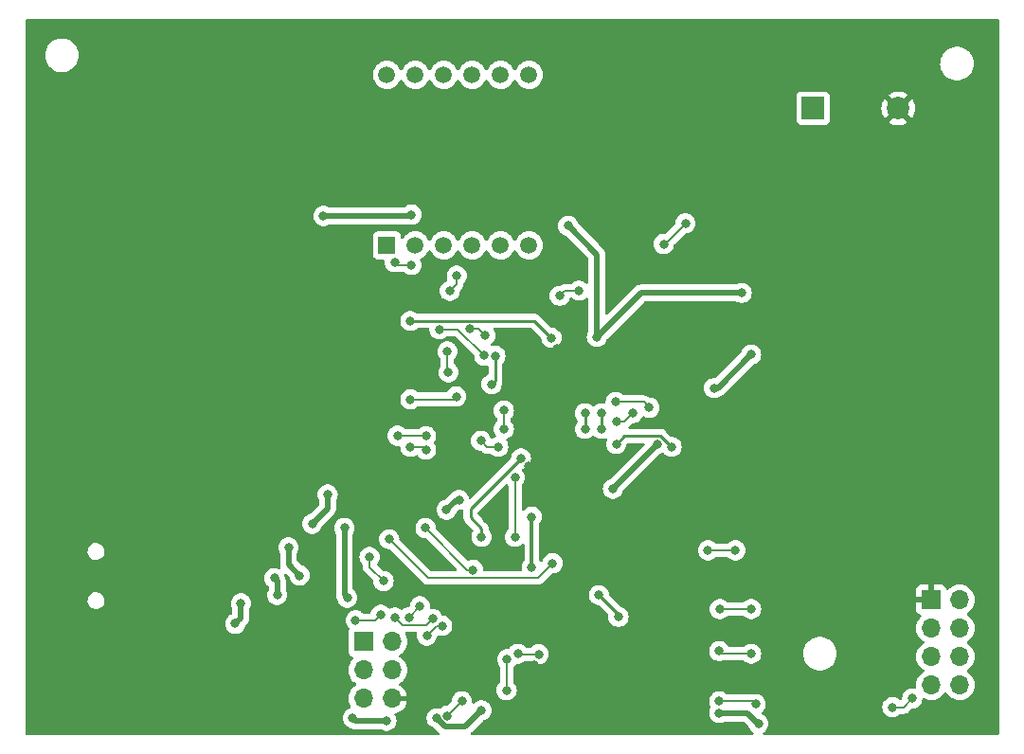
<source format=gbr>
%TF.GenerationSoftware,KiCad,Pcbnew,(7.0.0)*%
%TF.CreationDate,2023-04-24T10:23:05-06:00*%
%TF.ProjectId,Phase_B_Prototype,50686173-655f-4425-9f50-726f746f7479,rev?*%
%TF.SameCoordinates,Original*%
%TF.FileFunction,Copper,L2,Bot*%
%TF.FilePolarity,Positive*%
%FSLAX46Y46*%
G04 Gerber Fmt 4.6, Leading zero omitted, Abs format (unit mm)*
G04 Created by KiCad (PCBNEW (7.0.0)) date 2023-04-24 10:23:05*
%MOMM*%
%LPD*%
G01*
G04 APERTURE LIST*
%TA.AperFunction,ComponentPad*%
%ADD10R,1.500000X1.500000*%
%TD*%
%TA.AperFunction,ComponentPad*%
%ADD11C,1.500000*%
%TD*%
%TA.AperFunction,ComponentPad*%
%ADD12R,2.000000X2.000000*%
%TD*%
%TA.AperFunction,ComponentPad*%
%ADD13C,2.000000*%
%TD*%
%TA.AperFunction,ComponentPad*%
%ADD14R,1.700000X1.700000*%
%TD*%
%TA.AperFunction,ComponentPad*%
%ADD15O,1.700000X1.700000*%
%TD*%
%TA.AperFunction,ViaPad*%
%ADD16C,0.800000*%
%TD*%
%TA.AperFunction,Conductor*%
%ADD17C,0.203200*%
%TD*%
%TA.AperFunction,Conductor*%
%ADD18C,0.508000*%
%TD*%
%TA.AperFunction,Conductor*%
%ADD19C,0.254000*%
%TD*%
%TA.AperFunction,Conductor*%
%ADD20C,0.304800*%
%TD*%
G04 APERTURE END LIST*
D10*
%TO.P,U1,1,e*%
%TO.N,Net-(U1-e)*%
X212299999Y-83239999D03*
D11*
%TO.P,U1,2,d*%
%TO.N,Net-(U1-d)*%
X214840000Y-83240000D03*
%TO.P,U1,3,DPX*%
%TO.N,Net-(U1-DPX)*%
X217380000Y-83240000D03*
%TO.P,U1,4,c*%
%TO.N,Net-(U1-c)*%
X219920000Y-83240000D03*
%TO.P,U1,5,g*%
%TO.N,Net-(U1-g)*%
X222460000Y-83240000D03*
%TO.P,U1,6,CA4*%
%TO.N,D4*%
X225000000Y-83240000D03*
%TO.P,U1,7,b*%
%TO.N,Net-(U1-b)*%
X225000000Y-68000000D03*
%TO.P,U1,8,CA3*%
%TO.N,D3*%
X222460000Y-68000000D03*
%TO.P,U1,9,CA2*%
%TO.N,D2*%
X219920000Y-68000000D03*
%TO.P,U1,10,f*%
%TO.N,Net-(U1-f)*%
X217380000Y-68000000D03*
%TO.P,U1,11,a*%
%TO.N,Net-(U1-a)*%
X214840000Y-68000000D03*
%TO.P,U1,12,CA1*%
%TO.N,D1*%
X212300000Y-68000000D03*
%TD*%
D12*
%TO.P,LS1,1,1*%
%TO.N,Alarm*%
X250399999Y-70999999D03*
D13*
%TO.P,LS1,2,2*%
%TO.N,GND*%
X258000000Y-71000000D03*
%TD*%
D14*
%TO.P,J3,1,Pin_1*%
%TO.N,GND*%
X260959999Y-114919999D03*
D15*
%TO.P,J3,2,Pin_2*%
%TO.N,TX*%
X263499999Y-114919999D03*
%TO.P,J3,3,Pin_3*%
%TO.N,unconnected-(J3-Pin_3-Pad3)*%
X260959999Y-117459999D03*
%TO.P,J3,4,Pin_4*%
%TO.N,+3.3V*%
X263499999Y-117459999D03*
%TO.P,J3,5,Pin_5*%
%TO.N,Net-(J3-Pin_5)*%
X260959999Y-119999999D03*
%TO.P,J3,6,Pin_6*%
%TO.N,+3.3V*%
X263499999Y-119999999D03*
%TO.P,J3,7,Pin_7*%
%TO.N,RX*%
X260959999Y-122539999D03*
%TO.P,J3,8,Pin_8*%
%TO.N,+3.3V*%
X263499999Y-122539999D03*
%TD*%
D14*
%TO.P,J2,1,MISO*%
%TO.N,MISO*%
X210209999Y-118669999D03*
D15*
%TO.P,J2,2,VCC*%
%TO.N,VDC*%
X212749999Y-118669999D03*
%TO.P,J2,3,SCK*%
%TO.N,SCK*%
X210209999Y-121209999D03*
%TO.P,J2,4,MOSI*%
%TO.N,MOSI*%
X212749999Y-121209999D03*
%TO.P,J2,5,~{RST}*%
%TO.N,RST*%
X210209999Y-123749999D03*
%TO.P,J2,6,GND*%
%TO.N,GND*%
X212749999Y-123749999D03*
%TD*%
D16*
%TO.N,Button_2*%
X220000000Y-112250000D03*
X215750000Y-108500000D03*
%TO.N,VDC*%
X231061602Y-91438398D03*
X228500000Y-81487300D03*
X231061602Y-91438398D03*
X214500000Y-80500000D03*
X244000000Y-87500000D03*
X208500000Y-108500000D03*
X206629247Y-80620753D03*
X208750000Y-114750000D03*
%TO.N,XTAL1*%
X224000000Y-119750000D03*
X225858890Y-119789596D03*
%TO.N,GND*%
X184000000Y-122000000D03*
X205731250Y-119768750D03*
X229250000Y-107000000D03*
X230500000Y-118250000D03*
X224750000Y-122000000D03*
X234000000Y-106750000D03*
X227750000Y-115747300D03*
X231000000Y-124250000D03*
X211000000Y-104750000D03*
X185250000Y-71000000D03*
X229059701Y-123750000D03*
X197000000Y-112750000D03*
X224250000Y-95000000D03*
X225000000Y-103000000D03*
X222000000Y-116000000D03*
X248750000Y-80000000D03*
X189000000Y-115000000D03*
X221221800Y-107750000D03*
X195000000Y-104750000D03*
X206000000Y-121750000D03*
X216500000Y-111000000D03*
X226750000Y-107250000D03*
X219500000Y-110500000D03*
X185250000Y-77250000D03*
X225500000Y-120750000D03*
X232000000Y-103750000D03*
X235250000Y-114750000D03*
X221000000Y-121500000D03*
X196000000Y-119750000D03*
X200000000Y-120000000D03*
X220250000Y-104750000D03*
X264000000Y-92000000D03*
X227500000Y-92500000D03*
X222000000Y-102750000D03*
%TO.N,XTAL2*%
X223049500Y-120250000D03*
X223000000Y-123000000D03*
%TO.N,+5V*%
X199250000Y-115250000D03*
X198750000Y-117059500D03*
X218745753Y-106004247D03*
X203500000Y-110250000D03*
X225250000Y-112000000D03*
X233000000Y-116451100D03*
X202250000Y-113000000D03*
X205625000Y-108125000D03*
X244853800Y-93000000D03*
X241548900Y-96000000D03*
X225250000Y-107500000D03*
X202500000Y-114500000D03*
X231250000Y-114500000D03*
X204500000Y-112750000D03*
X207000000Y-105500000D03*
X236451100Y-101000000D03*
X217629247Y-106870753D03*
X232500000Y-105000000D03*
%TO.N,+3.3V*%
X216744252Y-125501300D03*
X212250000Y-125750000D03*
X220750000Y-124798900D03*
X209250000Y-125500000D03*
X242000000Y-125048900D03*
X245500000Y-126000000D03*
%TO.N,MISO*%
X213000000Y-116500000D03*
X216370753Y-116629247D03*
X211750000Y-116250000D03*
X209500000Y-116750000D03*
%TO.N,SCK*%
X215250000Y-115500000D03*
X214254247Y-116495753D03*
%TO.N,MOSI*%
X215879247Y-118120753D03*
X217240147Y-117240147D03*
%TO.N,TX*%
X244853800Y-115750000D03*
X242048900Y-115750000D03*
%TO.N,RX*%
X259250000Y-123750000D03*
X244853800Y-119750000D03*
X242000000Y-119500000D03*
X257483984Y-124516016D03*
%TO.N,Alarm*%
X243451100Y-110500000D03*
X241000000Y-110500000D03*
%TO.N,RED_LED*%
X227095203Y-111654797D03*
X212500000Y-109500000D03*
%TO.N,Button_1*%
X212000000Y-113250000D03*
X210750000Y-111100500D03*
X217719142Y-125280858D03*
X219000000Y-124000000D03*
%TO.N,GREEN_LED*%
X220704797Y-100704797D03*
X223750000Y-109301100D03*
X222250000Y-101250000D03*
X215799500Y-100299500D03*
X223750000Y-104000000D03*
X213250000Y-100250000D03*
%TO.N,a*%
X227000000Y-91500000D03*
X214397300Y-90000000D03*
%TO.N,b*%
X229463213Y-87286787D03*
X227750000Y-87750000D03*
%TO.N,Net-(U1-b)*%
X238976068Y-81273932D03*
X237048900Y-83120753D03*
%TO.N,d*%
X219706787Y-90706787D03*
X221073293Y-91323293D03*
%TO.N,Net-(U1-e)*%
X221000000Y-93101100D03*
X217000000Y-90750000D03*
X213000000Y-84750000D03*
X214489500Y-85000000D03*
%TO.N,f*%
X221999449Y-93111380D03*
X221654543Y-95654543D03*
%TO.N,Net-(U1-f)*%
X234250000Y-98250000D03*
X232798900Y-99000000D03*
%TO.N,g*%
X214397300Y-97000000D03*
X218504290Y-96750000D03*
%TO.N,dp*%
X215799500Y-101500000D03*
X214397300Y-101250000D03*
X222750000Y-99651100D03*
X222750000Y-98000000D03*
%TO.N,Net-(U1-DPX)*%
X217803190Y-94577105D03*
X218545753Y-85954247D03*
X217929247Y-87320753D03*
X217706787Y-92706787D03*
%TO.N,SH_CP*%
X220750000Y-109301100D03*
X230000000Y-99651100D03*
X230000000Y-98248900D03*
X224287133Y-102299411D03*
%TO.N,ST_CP*%
X231500000Y-98248900D03*
X231500000Y-99651100D03*
X237750000Y-101250000D03*
X232798900Y-101000000D03*
%TO.N,DS*%
X235750000Y-97750000D03*
X232750000Y-97250000D03*
%TO.N,Net-(J1-VBUS)*%
X245250000Y-124250000D03*
X242000000Y-124000000D03*
%TD*%
D17*
%TO.N,Button_2*%
X215750000Y-108500000D02*
X219500000Y-112250000D01*
X219500000Y-112250000D02*
X220000000Y-112250000D01*
D18*
%TO.N,VDC*%
X228500000Y-81487300D02*
X231061602Y-84048902D01*
X244000000Y-87500000D02*
X235000000Y-87500000D01*
X208500000Y-108500000D02*
X208500000Y-114500000D01*
X235000000Y-87500000D02*
X231061602Y-91438398D01*
X214379247Y-80620753D02*
X214500000Y-80500000D01*
X208500000Y-114500000D02*
X208750000Y-114750000D01*
X231061602Y-84048902D02*
X231061602Y-91438398D01*
X206629247Y-80620753D02*
X214379247Y-80620753D01*
D17*
%TO.N,XTAL1*%
X224039596Y-119789596D02*
X224000000Y-119750000D01*
X225858890Y-119789596D02*
X224039596Y-119789596D01*
%TO.N,XTAL2*%
X223000000Y-123000000D02*
X223000000Y-120299500D01*
X223000000Y-120299500D02*
X223049500Y-120250000D01*
D18*
%TO.N,+5V*%
X236451100Y-101000000D02*
X236451100Y-101048900D01*
X236451100Y-101048900D02*
X232500000Y-105000000D01*
X218745753Y-106004247D02*
X218495753Y-106004247D01*
X203500000Y-111750000D02*
X204500000Y-112750000D01*
D19*
X231250000Y-114500000D02*
X233000000Y-116250000D01*
D18*
X199250000Y-116559500D02*
X198750000Y-117059500D01*
X202500000Y-114500000D02*
X202500000Y-113250000D01*
D20*
X225250000Y-107500000D02*
X225250000Y-112000000D01*
D18*
X205625000Y-108125000D02*
X207000000Y-106750000D01*
X199250000Y-115250000D02*
X199250000Y-116559500D01*
X202500000Y-113250000D02*
X202250000Y-113000000D01*
D19*
X233000000Y-116250000D02*
X233000000Y-116451100D01*
D18*
X203500000Y-110250000D02*
X203500000Y-111750000D01*
X241853800Y-96000000D02*
X244853800Y-93000000D01*
X218495753Y-106004247D02*
X217629247Y-106870753D01*
X241548900Y-96000000D02*
X241853800Y-96000000D01*
X207000000Y-106750000D02*
X207000000Y-105500000D01*
%TO.N,+3.3V*%
X216744252Y-125513707D02*
X217480545Y-126250000D01*
X209250000Y-125500000D02*
X209500000Y-125750000D01*
X245500000Y-126000000D02*
X245475550Y-126000000D01*
X217480545Y-126250000D02*
X219298900Y-126250000D01*
X244524450Y-125048900D02*
X242000000Y-125048900D01*
X216744252Y-125501300D02*
X216744252Y-125513707D01*
X245475550Y-126000000D02*
X244524450Y-125048900D01*
X209500000Y-125750000D02*
X212250000Y-125750000D01*
X219298900Y-126250000D02*
X220750000Y-124798900D01*
D17*
%TO.N,MISO*%
X215802647Y-117197353D02*
X216370753Y-116629247D01*
X211250000Y-116750000D02*
X209500000Y-116750000D01*
X211750000Y-116250000D02*
X211250000Y-116750000D01*
X213000000Y-116500000D02*
X213697353Y-117197353D01*
X213697353Y-117197353D02*
X215802647Y-117197353D01*
%TO.N,SCK*%
X215250000Y-115500000D02*
X214254247Y-116495753D01*
%TO.N,MOSI*%
X217240147Y-117240147D02*
X216759853Y-117240147D01*
X216759853Y-117240147D02*
X215879247Y-118120753D01*
%TO.N,TX*%
X244853800Y-115750000D02*
X242250000Y-115750000D01*
X242250000Y-115750000D02*
X242048900Y-115750000D01*
%TO.N,RX*%
X242250000Y-119750000D02*
X242000000Y-119500000D01*
X257483984Y-124516016D02*
X258483984Y-124516016D01*
X244853800Y-119750000D02*
X242250000Y-119750000D01*
X258483984Y-124516016D02*
X259250000Y-123750000D01*
%TO.N,Alarm*%
X243451100Y-110500000D02*
X241000000Y-110500000D01*
%TO.N,RED_LED*%
X225798400Y-112951600D02*
X227095203Y-111654797D01*
X215951600Y-112951600D02*
X225798400Y-112951600D01*
X212500000Y-109500000D02*
X215951600Y-112951600D01*
%TO.N,Button_1*%
X217719142Y-125280858D02*
X219000000Y-124000000D01*
X210750000Y-112000000D02*
X212000000Y-113250000D01*
X210750000Y-111100500D02*
X210750000Y-112000000D01*
%TO.N,GREEN_LED*%
X222250000Y-101250000D02*
X221250000Y-101250000D01*
X215799500Y-100299500D02*
X213299500Y-100299500D01*
X221250000Y-101250000D02*
X220704797Y-100704797D01*
X223750000Y-109301100D02*
X223750000Y-104000000D01*
X213299500Y-100299500D02*
X213250000Y-100250000D01*
D19*
%TO.N,a*%
X227000000Y-91500000D02*
X225479787Y-89979787D01*
X214417513Y-89979787D02*
X214397300Y-90000000D01*
X225479787Y-89979787D02*
X214417513Y-89979787D01*
D17*
%TO.N,b*%
X228213213Y-87286787D02*
X227750000Y-87750000D01*
X229463213Y-87286787D02*
X228213213Y-87286787D01*
%TO.N,Net-(U1-b)*%
X237129247Y-83120753D02*
X237048900Y-83120753D01*
X238976068Y-81273932D02*
X237129247Y-83120753D01*
%TO.N,d*%
X219706787Y-90706787D02*
X220456787Y-90706787D01*
X220456787Y-90706787D02*
X221073293Y-91323293D01*
%TO.N,Net-(U1-e)*%
X218648900Y-90750000D02*
X217000000Y-90750000D01*
X221000000Y-93101100D02*
X218648900Y-90750000D01*
X213250000Y-85000000D02*
X213000000Y-84750000D01*
X214489500Y-85000000D02*
X213250000Y-85000000D01*
D19*
%TO.N,f*%
X221999449Y-95309637D02*
X221654543Y-95654543D01*
X221999449Y-93111380D02*
X221999449Y-95309637D01*
D17*
%TO.N,Net-(U1-f)*%
X233500000Y-99000000D02*
X234250000Y-98250000D01*
X232798900Y-99000000D02*
X233500000Y-99000000D01*
%TO.N,g*%
X214397300Y-97000000D02*
X218254290Y-97000000D01*
X218254290Y-97000000D02*
X218504290Y-96750000D01*
%TO.N,dp*%
X214397300Y-101250000D02*
X215549500Y-101250000D01*
X215549500Y-101250000D02*
X215799500Y-101500000D01*
X222750000Y-99651100D02*
X222750000Y-98000000D01*
%TO.N,Net-(U1-DPX)*%
X218545753Y-85954247D02*
X218545753Y-86704247D01*
X217706787Y-92706787D02*
X217706787Y-94480702D01*
X217706787Y-94480702D02*
X217803190Y-94577105D01*
X218545753Y-86704247D02*
X217929247Y-87320753D01*
D19*
%TO.N,SH_CP*%
X220750000Y-109301100D02*
X220750000Y-108528134D01*
X220750000Y-108528134D02*
X219773000Y-107551134D01*
X219773000Y-106813544D02*
X224287133Y-102299411D01*
X219773000Y-107551134D02*
X219773000Y-106813544D01*
X230000000Y-98248900D02*
X230000000Y-99651100D01*
%TO.N,ST_CP*%
X231500000Y-98248900D02*
X231500000Y-99651100D01*
X233525900Y-100273000D02*
X232798900Y-101000000D01*
X236773000Y-100273000D02*
X233525900Y-100273000D01*
X237750000Y-101250000D02*
X236773000Y-100273000D01*
D17*
%TO.N,DS*%
X235250000Y-97250000D02*
X232750000Y-97250000D01*
X235750000Y-97750000D02*
X235250000Y-97250000D01*
%TO.N,Net-(J1-VBUS)*%
X245000000Y-124000000D02*
X242000000Y-124000000D01*
X245250000Y-124250000D02*
X245000000Y-124000000D01*
%TD*%
%TA.AperFunction,Conductor*%
%TO.N,GND*%
G36*
X266937500Y-63017113D02*
G01*
X266982887Y-63062500D01*
X266999500Y-63124500D01*
X266999500Y-126875500D01*
X266982887Y-126937500D01*
X266937500Y-126982887D01*
X266875500Y-126999500D01*
X246037960Y-126999500D01*
X245978223Y-126984162D01*
X245933263Y-126941942D01*
X245914205Y-126883286D01*
X245925762Y-126822703D01*
X245965075Y-126775182D01*
X246015898Y-126738257D01*
X246105871Y-126672888D01*
X246232533Y-126532216D01*
X246327179Y-126368284D01*
X246385674Y-126188256D01*
X246405460Y-126000000D01*
X246385674Y-125811744D01*
X246327179Y-125631716D01*
X246232533Y-125467784D01*
X246194783Y-125425859D01*
X246110220Y-125331942D01*
X246110219Y-125331941D01*
X246105871Y-125327112D01*
X246100613Y-125323292D01*
X246100611Y-125323290D01*
X245957988Y-125219669D01*
X245957987Y-125219668D01*
X245952730Y-125215849D01*
X245892703Y-125189123D01*
X245838863Y-125165151D01*
X245788980Y-125124756D01*
X245765978Y-125064832D01*
X245776020Y-125001435D01*
X245816412Y-124951555D01*
X245855871Y-124922888D01*
X245982533Y-124782216D01*
X246077179Y-124618284D01*
X246110408Y-124516016D01*
X256578524Y-124516016D01*
X256579203Y-124522476D01*
X256597630Y-124697811D01*
X256597631Y-124697819D01*
X256598310Y-124704272D01*
X256600315Y-124710444D01*
X256600317Y-124710451D01*
X256654797Y-124878121D01*
X256656805Y-124884300D01*
X256660052Y-124889924D01*
X256660053Y-124889926D01*
X256747823Y-125041949D01*
X256751451Y-125048232D01*
X256755795Y-125053057D01*
X256755797Y-125053059D01*
X256858556Y-125167184D01*
X256878113Y-125188904D01*
X256883371Y-125192724D01*
X256883372Y-125192725D01*
X256935634Y-125230695D01*
X257031254Y-125300167D01*
X257204181Y-125377160D01*
X257389338Y-125416516D01*
X257572127Y-125416516D01*
X257578630Y-125416516D01*
X257763787Y-125377160D01*
X257936714Y-125300167D01*
X258089855Y-125188904D01*
X258116651Y-125159143D01*
X258158366Y-125128836D01*
X258208801Y-125118116D01*
X258436405Y-125118116D01*
X258452588Y-125119176D01*
X258483984Y-125123310D01*
X258523439Y-125118116D01*
X258523444Y-125118116D01*
X258641164Y-125102618D01*
X258787631Y-125041949D01*
X258792986Y-125037840D01*
X258881831Y-124969667D01*
X258881830Y-124969667D01*
X258881838Y-124969660D01*
X258895311Y-124959322D01*
X258913406Y-124945438D01*
X258932688Y-124920308D01*
X258943367Y-124908129D01*
X259164681Y-124686816D01*
X259204908Y-124659939D01*
X259252360Y-124650500D01*
X259338143Y-124650500D01*
X259344646Y-124650500D01*
X259529803Y-124611144D01*
X259702730Y-124534151D01*
X259855871Y-124422888D01*
X259982533Y-124282216D01*
X260077179Y-124118284D01*
X260135674Y-123938256D01*
X260146812Y-123832279D01*
X260166433Y-123777253D01*
X260209072Y-123737317D01*
X260265265Y-123721337D01*
X260322538Y-123732859D01*
X260496337Y-123813903D01*
X260501567Y-123815304D01*
X260501569Y-123815305D01*
X260543619Y-123826572D01*
X260724592Y-123875063D01*
X260960000Y-123895659D01*
X261195408Y-123875063D01*
X261423663Y-123813903D01*
X261637830Y-123714035D01*
X261831401Y-123578495D01*
X261998495Y-123411401D01*
X262033013Y-123362105D01*
X262128425Y-123225842D01*
X262172743Y-123186976D01*
X262230000Y-123172965D01*
X262287257Y-123186976D01*
X262331575Y-123225842D01*
X262458395Y-123406961D01*
X262458401Y-123406968D01*
X262461505Y-123411401D01*
X262628599Y-123578495D01*
X262633031Y-123581598D01*
X262633033Y-123581600D01*
X262741454Y-123657517D01*
X262822170Y-123714035D01*
X262827070Y-123716320D01*
X262827072Y-123716321D01*
X262854736Y-123729221D01*
X263036337Y-123813903D01*
X263041567Y-123815304D01*
X263041569Y-123815305D01*
X263083619Y-123826572D01*
X263264592Y-123875063D01*
X263500000Y-123895659D01*
X263735408Y-123875063D01*
X263963663Y-123813903D01*
X264177830Y-123714035D01*
X264371401Y-123578495D01*
X264538495Y-123411401D01*
X264674035Y-123217830D01*
X264773903Y-123003663D01*
X264835063Y-122775408D01*
X264855659Y-122540000D01*
X264835063Y-122304592D01*
X264773903Y-122076337D01*
X264674035Y-121862171D01*
X264538495Y-121668599D01*
X264371401Y-121501505D01*
X264366970Y-121498402D01*
X264366966Y-121498399D01*
X264185841Y-121371574D01*
X264146976Y-121327256D01*
X264132965Y-121269999D01*
X264146976Y-121212742D01*
X264185839Y-121168426D01*
X264371401Y-121038495D01*
X264538495Y-120871401D01*
X264674035Y-120677830D01*
X264773903Y-120463663D01*
X264835063Y-120235408D01*
X264855659Y-120000000D01*
X264835063Y-119764592D01*
X264785746Y-119580537D01*
X264775305Y-119541569D01*
X264775304Y-119541567D01*
X264773903Y-119536337D01*
X264674035Y-119322171D01*
X264538495Y-119128599D01*
X264371401Y-118961505D01*
X264366968Y-118958401D01*
X264366961Y-118958395D01*
X264185842Y-118831575D01*
X264146976Y-118787257D01*
X264132965Y-118730000D01*
X264146976Y-118672743D01*
X264185842Y-118628425D01*
X264366961Y-118501604D01*
X264366961Y-118501603D01*
X264371401Y-118498495D01*
X264538495Y-118331401D01*
X264674035Y-118137830D01*
X264773903Y-117923663D01*
X264835063Y-117695408D01*
X264855659Y-117460000D01*
X264835063Y-117224592D01*
X264773903Y-116996337D01*
X264674035Y-116782171D01*
X264538495Y-116588599D01*
X264371401Y-116421505D01*
X264366968Y-116418401D01*
X264366961Y-116418395D01*
X264185842Y-116291575D01*
X264146976Y-116247257D01*
X264132965Y-116190000D01*
X264146976Y-116132743D01*
X264185842Y-116088425D01*
X264366961Y-115961604D01*
X264366961Y-115961603D01*
X264371401Y-115958495D01*
X264538495Y-115791401D01*
X264674035Y-115597830D01*
X264773903Y-115383663D01*
X264835063Y-115155408D01*
X264855173Y-114925552D01*
X264855187Y-114925395D01*
X264855659Y-114920000D01*
X264835063Y-114684592D01*
X264779682Y-114477906D01*
X264775305Y-114461569D01*
X264775304Y-114461567D01*
X264773903Y-114456337D01*
X264674035Y-114242171D01*
X264538495Y-114048599D01*
X264371401Y-113881505D01*
X264366970Y-113878402D01*
X264366966Y-113878399D01*
X264182259Y-113749066D01*
X264182257Y-113749064D01*
X264177830Y-113745965D01*
X264172933Y-113743681D01*
X264172927Y-113743678D01*
X263968572Y-113648386D01*
X263968570Y-113648385D01*
X263963663Y-113646097D01*
X263958438Y-113644697D01*
X263958430Y-113644694D01*
X263740634Y-113586337D01*
X263740630Y-113586336D01*
X263735408Y-113584937D01*
X263730020Y-113584465D01*
X263730017Y-113584465D01*
X263505395Y-113564813D01*
X263500000Y-113564341D01*
X263494605Y-113564813D01*
X263269982Y-113584465D01*
X263269977Y-113584465D01*
X263264592Y-113584937D01*
X263259371Y-113586335D01*
X263259365Y-113586337D01*
X263041569Y-113644694D01*
X263041557Y-113644698D01*
X263036337Y-113646097D01*
X263031432Y-113648383D01*
X263031427Y-113648386D01*
X262827081Y-113743675D01*
X262827077Y-113743677D01*
X262822171Y-113745965D01*
X262817738Y-113749068D01*
X262817731Y-113749073D01*
X262633034Y-113878399D01*
X262633029Y-113878402D01*
X262628599Y-113881505D01*
X262624775Y-113885329D01*
X262506285Y-114003819D01*
X262453538Y-114035114D01*
X262392246Y-114037303D01*
X262337401Y-114009850D01*
X262302422Y-113959471D01*
X262256451Y-113836220D01*
X262248037Y-113820810D01*
X262172501Y-113719907D01*
X262160092Y-113707498D01*
X262059189Y-113631962D01*
X262043777Y-113623547D01*
X261924641Y-113579111D01*
X261909667Y-113575573D01*
X261861114Y-113570353D01*
X261854518Y-113570000D01*
X261226326Y-113570000D01*
X261213450Y-113573450D01*
X261210000Y-113586326D01*
X261210000Y-115046000D01*
X261193387Y-115108000D01*
X261148000Y-115153387D01*
X261086000Y-115170000D01*
X259626326Y-115170000D01*
X259613450Y-115173450D01*
X259610000Y-115186326D01*
X259610000Y-115814518D01*
X259610353Y-115821114D01*
X259615573Y-115869667D01*
X259619111Y-115884641D01*
X259663547Y-116003777D01*
X259671962Y-116019189D01*
X259747498Y-116120092D01*
X259759907Y-116132501D01*
X259860810Y-116208037D01*
X259876220Y-116216451D01*
X259999471Y-116262422D01*
X260049850Y-116297401D01*
X260077303Y-116352246D01*
X260075114Y-116413538D01*
X260043819Y-116466284D01*
X259921505Y-116588599D01*
X259918402Y-116593029D01*
X259918399Y-116593034D01*
X259789073Y-116777731D01*
X259789068Y-116777738D01*
X259785965Y-116782171D01*
X259783677Y-116787077D01*
X259783675Y-116787081D01*
X259688386Y-116991427D01*
X259688383Y-116991432D01*
X259686097Y-116996337D01*
X259684698Y-117001557D01*
X259684694Y-117001569D01*
X259626337Y-117219365D01*
X259626335Y-117219371D01*
X259624937Y-117224592D01*
X259624465Y-117229977D01*
X259624465Y-117229982D01*
X259609932Y-117396097D01*
X259604341Y-117460000D01*
X259604813Y-117465395D01*
X259619680Y-117635329D01*
X259624937Y-117695408D01*
X259626336Y-117700630D01*
X259626337Y-117700634D01*
X259684694Y-117918430D01*
X259684697Y-117918438D01*
X259686097Y-117923663D01*
X259688385Y-117928570D01*
X259688386Y-117928572D01*
X259783678Y-118132927D01*
X259783681Y-118132933D01*
X259785965Y-118137830D01*
X259789064Y-118142257D01*
X259789066Y-118142259D01*
X259918399Y-118326966D01*
X259918402Y-118326970D01*
X259921505Y-118331401D01*
X260088599Y-118498495D01*
X260093032Y-118501599D01*
X260093038Y-118501604D01*
X260274158Y-118628425D01*
X260313024Y-118672743D01*
X260327035Y-118730000D01*
X260313024Y-118787257D01*
X260274159Y-118831575D01*
X260093041Y-118958395D01*
X260088599Y-118961505D01*
X260084775Y-118965328D01*
X260084769Y-118965334D01*
X259925334Y-119124769D01*
X259925328Y-119124775D01*
X259921505Y-119128599D01*
X259918402Y-119133029D01*
X259918399Y-119133034D01*
X259789073Y-119317731D01*
X259789068Y-119317738D01*
X259785965Y-119322171D01*
X259783677Y-119327077D01*
X259783675Y-119327081D01*
X259688386Y-119531427D01*
X259688383Y-119531432D01*
X259686097Y-119536337D01*
X259684698Y-119541557D01*
X259684694Y-119541569D01*
X259626337Y-119759365D01*
X259626335Y-119759371D01*
X259624937Y-119764592D01*
X259624465Y-119769977D01*
X259624465Y-119769982D01*
X259607237Y-119966895D01*
X259604341Y-120000000D01*
X259604813Y-120005395D01*
X259619074Y-120168403D01*
X259624937Y-120235408D01*
X259626336Y-120240630D01*
X259626337Y-120240634D01*
X259684694Y-120458430D01*
X259684697Y-120458438D01*
X259686097Y-120463663D01*
X259688385Y-120468570D01*
X259688386Y-120468572D01*
X259783678Y-120672927D01*
X259783681Y-120672933D01*
X259785965Y-120677830D01*
X259789064Y-120682257D01*
X259789066Y-120682259D01*
X259918399Y-120866966D01*
X259918402Y-120866970D01*
X259921505Y-120871401D01*
X260088599Y-121038495D01*
X260093032Y-121041599D01*
X260093038Y-121041604D01*
X260274158Y-121168425D01*
X260313024Y-121212743D01*
X260327035Y-121270000D01*
X260313024Y-121327257D01*
X260274160Y-121371574D01*
X260088599Y-121501505D01*
X260084775Y-121505328D01*
X260084769Y-121505334D01*
X259925334Y-121664769D01*
X259925328Y-121664775D01*
X259921505Y-121668599D01*
X259918402Y-121673029D01*
X259918399Y-121673034D01*
X259789073Y-121857731D01*
X259789068Y-121857738D01*
X259785965Y-121862171D01*
X259783677Y-121867077D01*
X259783675Y-121867081D01*
X259688386Y-122071427D01*
X259688383Y-122071432D01*
X259686097Y-122076337D01*
X259684698Y-122081557D01*
X259684694Y-122081569D01*
X259626337Y-122299365D01*
X259626335Y-122299371D01*
X259624937Y-122304592D01*
X259624465Y-122309977D01*
X259624465Y-122309982D01*
X259610659Y-122467784D01*
X259604341Y-122540000D01*
X259604813Y-122545395D01*
X259604813Y-122545396D01*
X259622247Y-122744672D01*
X259613891Y-122801428D01*
X259580884Y-122848349D01*
X259530290Y-122875393D01*
X259472938Y-122876769D01*
X259351008Y-122850852D01*
X259351005Y-122850851D01*
X259344646Y-122849500D01*
X259155354Y-122849500D01*
X259148995Y-122850851D01*
X259148991Y-122850852D01*
X258976559Y-122887503D01*
X258976552Y-122887505D01*
X258970197Y-122888856D01*
X258964262Y-122891498D01*
X258964254Y-122891501D01*
X258803207Y-122963205D01*
X258803202Y-122963207D01*
X258797270Y-122965849D01*
X258792016Y-122969665D01*
X258792011Y-122969669D01*
X258649388Y-123073290D01*
X258649381Y-123073295D01*
X258644129Y-123077112D01*
X258639784Y-123081937D01*
X258639779Y-123081942D01*
X258521813Y-123212956D01*
X258521808Y-123212962D01*
X258517467Y-123217784D01*
X258514222Y-123223404D01*
X258514218Y-123223410D01*
X258426069Y-123376089D01*
X258426066Y-123376094D01*
X258422821Y-123381716D01*
X258420815Y-123387888D01*
X258420813Y-123387894D01*
X258366333Y-123555564D01*
X258366331Y-123555573D01*
X258364326Y-123561744D01*
X258363648Y-123568194D01*
X258363646Y-123568204D01*
X258347335Y-123723410D01*
X258344540Y-123750000D01*
X258344906Y-123753489D01*
X258335780Y-123799372D01*
X258308900Y-123839600D01*
X258284363Y-123864137D01*
X258226681Y-123896773D01*
X258160429Y-123895038D01*
X258104533Y-123859429D01*
X258094205Y-123847959D01*
X258094204Y-123847958D01*
X258089855Y-123843128D01*
X258084597Y-123839308D01*
X258084595Y-123839306D01*
X257941972Y-123735685D01*
X257941971Y-123735684D01*
X257936714Y-123731865D01*
X257930776Y-123729221D01*
X257769729Y-123657517D01*
X257769724Y-123657515D01*
X257763787Y-123654872D01*
X257757428Y-123653520D01*
X257757424Y-123653519D01*
X257584992Y-123616868D01*
X257584989Y-123616867D01*
X257578630Y-123615516D01*
X257389338Y-123615516D01*
X257382979Y-123616867D01*
X257382975Y-123616868D01*
X257210543Y-123653519D01*
X257210536Y-123653521D01*
X257204181Y-123654872D01*
X257198246Y-123657514D01*
X257198238Y-123657517D01*
X257037191Y-123729221D01*
X257037186Y-123729223D01*
X257031254Y-123731865D01*
X257026000Y-123735681D01*
X257025995Y-123735685D01*
X256883372Y-123839306D01*
X256883365Y-123839311D01*
X256878113Y-123843128D01*
X256873768Y-123847953D01*
X256873763Y-123847958D01*
X256755797Y-123978972D01*
X256755792Y-123978978D01*
X256751451Y-123983800D01*
X256748206Y-123989420D01*
X256748202Y-123989426D01*
X256660053Y-124142105D01*
X256660050Y-124142110D01*
X256656805Y-124147732D01*
X256654799Y-124153904D01*
X256654797Y-124153910D01*
X256600317Y-124321580D01*
X256600315Y-124321589D01*
X256598310Y-124327760D01*
X256597632Y-124334210D01*
X256597630Y-124334220D01*
X256584154Y-124462451D01*
X256578524Y-124516016D01*
X246110408Y-124516016D01*
X246135674Y-124438256D01*
X246155460Y-124250000D01*
X246135674Y-124061744D01*
X246077179Y-123881716D01*
X245982533Y-123717784D01*
X245937758Y-123668057D01*
X245860220Y-123581942D01*
X245860219Y-123581941D01*
X245855871Y-123577112D01*
X245850613Y-123573292D01*
X245850611Y-123573290D01*
X245707988Y-123469669D01*
X245707987Y-123469668D01*
X245702730Y-123465849D01*
X245696792Y-123463205D01*
X245535745Y-123391501D01*
X245535740Y-123391499D01*
X245529803Y-123388856D01*
X245523444Y-123387504D01*
X245523440Y-123387503D01*
X245351008Y-123350852D01*
X245351005Y-123350851D01*
X245344646Y-123349500D01*
X245155354Y-123349500D01*
X245148995Y-123350851D01*
X245148991Y-123350852D01*
X244976555Y-123387504D01*
X244976549Y-123387505D01*
X244970197Y-123388856D01*
X244964258Y-123391500D01*
X244963240Y-123391831D01*
X244924922Y-123397900D01*
X242724817Y-123397900D01*
X242674382Y-123387180D01*
X242632667Y-123356872D01*
X242610220Y-123331942D01*
X242610219Y-123331941D01*
X242605871Y-123327112D01*
X242600613Y-123323292D01*
X242600611Y-123323290D01*
X242457988Y-123219669D01*
X242457987Y-123219668D01*
X242452730Y-123215849D01*
X242446792Y-123213205D01*
X242285745Y-123141501D01*
X242285740Y-123141499D01*
X242279803Y-123138856D01*
X242273444Y-123137504D01*
X242273440Y-123137503D01*
X242101008Y-123100852D01*
X242101005Y-123100851D01*
X242094646Y-123099500D01*
X241905354Y-123099500D01*
X241898995Y-123100851D01*
X241898991Y-123100852D01*
X241726559Y-123137503D01*
X241726552Y-123137505D01*
X241720197Y-123138856D01*
X241714262Y-123141498D01*
X241714254Y-123141501D01*
X241553207Y-123213205D01*
X241553202Y-123213207D01*
X241547270Y-123215849D01*
X241542016Y-123219665D01*
X241542011Y-123219669D01*
X241399388Y-123323290D01*
X241399381Y-123323295D01*
X241394129Y-123327112D01*
X241389784Y-123331937D01*
X241389779Y-123331942D01*
X241271813Y-123462956D01*
X241271808Y-123462962D01*
X241267467Y-123467784D01*
X241264222Y-123473404D01*
X241264218Y-123473410D01*
X241176069Y-123626089D01*
X241176066Y-123626094D01*
X241172821Y-123631716D01*
X241170815Y-123637888D01*
X241170813Y-123637894D01*
X241116333Y-123805564D01*
X241116331Y-123805573D01*
X241114326Y-123811744D01*
X241113648Y-123818194D01*
X241113646Y-123818204D01*
X241101708Y-123931795D01*
X241094540Y-124000000D01*
X241095219Y-124006459D01*
X241095219Y-124006460D01*
X241113646Y-124181795D01*
X241113647Y-124181803D01*
X241114326Y-124188256D01*
X241116331Y-124194428D01*
X241116333Y-124194435D01*
X241164943Y-124344039D01*
X241172821Y-124368284D01*
X241206553Y-124426709D01*
X241227188Y-124462451D01*
X241243800Y-124524450D01*
X241227188Y-124586449D01*
X241218122Y-124602152D01*
X241172821Y-124680616D01*
X241170815Y-124686788D01*
X241170813Y-124686794D01*
X241116333Y-124854464D01*
X241116331Y-124854473D01*
X241114326Y-124860644D01*
X241113648Y-124867094D01*
X241113646Y-124867104D01*
X241097457Y-125021143D01*
X241094540Y-125048900D01*
X241095219Y-125055360D01*
X241113646Y-125230695D01*
X241113647Y-125230703D01*
X241114326Y-125237156D01*
X241116331Y-125243328D01*
X241116333Y-125243335D01*
X241163304Y-125387894D01*
X241172821Y-125417184D01*
X241176068Y-125422808D01*
X241176069Y-125422810D01*
X241256282Y-125561744D01*
X241267467Y-125581116D01*
X241271811Y-125585941D01*
X241271813Y-125585943D01*
X241365107Y-125689556D01*
X241394129Y-125721788D01*
X241547270Y-125833051D01*
X241720197Y-125910044D01*
X241905354Y-125949400D01*
X242088143Y-125949400D01*
X242094646Y-125949400D01*
X242279803Y-125910044D01*
X242452730Y-125833051D01*
X242460949Y-125827079D01*
X242495514Y-125809469D01*
X242533831Y-125803400D01*
X244160564Y-125803400D01*
X244208017Y-125812839D01*
X244248245Y-125839719D01*
X244601719Y-126193193D01*
X244631968Y-126242554D01*
X244672821Y-126368284D01*
X244676068Y-126373908D01*
X244676069Y-126373910D01*
X244752639Y-126506534D01*
X244767467Y-126532216D01*
X244771811Y-126537041D01*
X244771813Y-126537043D01*
X244872752Y-126649147D01*
X244894129Y-126672888D01*
X244899387Y-126676708D01*
X244899388Y-126676709D01*
X245034925Y-126775182D01*
X245074238Y-126822703D01*
X245085795Y-126883286D01*
X245066737Y-126941942D01*
X245021777Y-126984162D01*
X244962040Y-126999500D01*
X219916540Y-126999500D01*
X219860890Y-126986311D01*
X219817078Y-126949550D01*
X219794424Y-126897036D01*
X219797748Y-126839941D01*
X219826339Y-126790413D01*
X219839005Y-126776986D01*
X219841415Y-126774507D01*
X220909955Y-125705967D01*
X220938466Y-125684677D01*
X220971846Y-125672362D01*
X221029803Y-125660044D01*
X221202730Y-125583051D01*
X221355871Y-125471788D01*
X221482533Y-125331116D01*
X221577179Y-125167184D01*
X221635674Y-124987156D01*
X221655460Y-124798900D01*
X221635674Y-124610644D01*
X221577179Y-124430616D01*
X221482533Y-124266684D01*
X221398503Y-124173360D01*
X221360220Y-124130842D01*
X221360217Y-124130839D01*
X221355871Y-124126012D01*
X221350613Y-124122192D01*
X221350611Y-124122190D01*
X221207988Y-124018569D01*
X221207987Y-124018568D01*
X221202730Y-124014749D01*
X221184111Y-124006459D01*
X221035745Y-123940401D01*
X221035740Y-123940399D01*
X221029803Y-123937756D01*
X221023444Y-123936404D01*
X221023440Y-123936403D01*
X220851008Y-123899752D01*
X220851005Y-123899751D01*
X220844646Y-123898400D01*
X220655354Y-123898400D01*
X220648995Y-123899751D01*
X220648991Y-123899752D01*
X220476559Y-123936403D01*
X220476552Y-123936405D01*
X220470197Y-123937756D01*
X220464262Y-123940398D01*
X220464254Y-123940401D01*
X220303207Y-124012105D01*
X220303202Y-124012107D01*
X220297270Y-124014749D01*
X220292016Y-124018565D01*
X220292011Y-124018569D01*
X220149388Y-124122190D01*
X220149381Y-124122195D01*
X220144129Y-124126012D01*
X220139783Y-124130839D01*
X220114285Y-124159157D01*
X220062914Y-124193286D01*
X220001455Y-124198446D01*
X219945113Y-124173360D01*
X219907825Y-124124234D01*
X219898815Y-124063221D01*
X219898971Y-124061744D01*
X219905460Y-124000000D01*
X219885674Y-123811744D01*
X219827179Y-123631716D01*
X219732533Y-123467784D01*
X219664144Y-123391831D01*
X219610220Y-123331942D01*
X219610219Y-123331941D01*
X219605871Y-123327112D01*
X219600613Y-123323292D01*
X219600611Y-123323290D01*
X219457988Y-123219669D01*
X219457987Y-123219668D01*
X219452730Y-123215849D01*
X219446792Y-123213205D01*
X219285745Y-123141501D01*
X219285740Y-123141499D01*
X219279803Y-123138856D01*
X219273444Y-123137504D01*
X219273440Y-123137503D01*
X219101008Y-123100852D01*
X219101005Y-123100851D01*
X219094646Y-123099500D01*
X218905354Y-123099500D01*
X218898995Y-123100851D01*
X218898991Y-123100852D01*
X218726559Y-123137503D01*
X218726552Y-123137505D01*
X218720197Y-123138856D01*
X218714262Y-123141498D01*
X218714254Y-123141501D01*
X218553207Y-123213205D01*
X218553202Y-123213207D01*
X218547270Y-123215849D01*
X218542016Y-123219665D01*
X218542011Y-123219669D01*
X218399388Y-123323290D01*
X218399381Y-123323295D01*
X218394129Y-123327112D01*
X218389784Y-123331937D01*
X218389779Y-123331942D01*
X218271813Y-123462956D01*
X218271808Y-123462962D01*
X218267467Y-123467784D01*
X218264222Y-123473404D01*
X218264218Y-123473410D01*
X218176069Y-123626089D01*
X218176066Y-123626094D01*
X218172821Y-123631716D01*
X218170815Y-123637888D01*
X218170813Y-123637894D01*
X218116333Y-123805564D01*
X218116331Y-123805573D01*
X218114326Y-123811744D01*
X218113648Y-123818194D01*
X218113646Y-123818204D01*
X218101708Y-123931795D01*
X218094540Y-124000000D01*
X218094906Y-124003489D01*
X218085780Y-124049373D01*
X218058900Y-124089601D01*
X217804463Y-124344039D01*
X217764235Y-124370919D01*
X217716782Y-124380358D01*
X217624496Y-124380358D01*
X217618137Y-124381709D01*
X217618133Y-124381710D01*
X217445701Y-124418361D01*
X217445694Y-124418363D01*
X217439339Y-124419714D01*
X217433404Y-124422356D01*
X217433396Y-124422359D01*
X217272349Y-124494063D01*
X217272344Y-124494065D01*
X217266412Y-124496707D01*
X217261158Y-124500523D01*
X217261153Y-124500527D01*
X217118524Y-124604153D01*
X217118521Y-124604155D01*
X217113271Y-124607970D01*
X217112801Y-124608491D01*
X217064203Y-124634875D01*
X217006333Y-124636389D01*
X216845260Y-124602152D01*
X216845257Y-124602151D01*
X216838898Y-124600800D01*
X216649606Y-124600800D01*
X216643247Y-124602151D01*
X216643243Y-124602152D01*
X216470811Y-124638803D01*
X216470804Y-124638805D01*
X216464449Y-124640156D01*
X216458514Y-124642798D01*
X216458506Y-124642801D01*
X216297459Y-124714505D01*
X216297454Y-124714507D01*
X216291522Y-124717149D01*
X216286268Y-124720965D01*
X216286263Y-124720969D01*
X216143640Y-124824590D01*
X216143633Y-124824595D01*
X216138381Y-124828412D01*
X216134036Y-124833237D01*
X216134031Y-124833242D01*
X216016065Y-124964256D01*
X216016060Y-124964262D01*
X216011719Y-124969084D01*
X216008474Y-124974704D01*
X216008470Y-124974710D01*
X215920321Y-125127389D01*
X215920318Y-125127394D01*
X215917073Y-125133016D01*
X215915067Y-125139188D01*
X215915065Y-125139194D01*
X215860585Y-125306864D01*
X215860583Y-125306873D01*
X215858578Y-125313044D01*
X215857900Y-125319494D01*
X215857898Y-125319504D01*
X215842175Y-125469114D01*
X215838792Y-125501300D01*
X215839471Y-125507760D01*
X215857898Y-125683095D01*
X215857899Y-125683103D01*
X215858578Y-125689556D01*
X215860583Y-125695728D01*
X215860585Y-125695735D01*
X215906061Y-125835694D01*
X215917073Y-125869584D01*
X215920320Y-125875208D01*
X215920321Y-125875210D01*
X216007719Y-126026589D01*
X216011719Y-126033516D01*
X216016063Y-126038341D01*
X216016065Y-126038343D01*
X216134031Y-126169357D01*
X216138381Y-126174188D01*
X216291522Y-126285451D01*
X216464449Y-126362444D01*
X216506640Y-126371411D01*
X216540027Y-126383728D01*
X216568542Y-126405021D01*
X216901778Y-126738257D01*
X216913556Y-126751884D01*
X216928006Y-126771294D01*
X216933537Y-126775935D01*
X216933539Y-126775937D01*
X216938991Y-126780512D01*
X216974255Y-126829050D01*
X216982605Y-126888463D01*
X216962084Y-126944841D01*
X216917498Y-126984986D01*
X216859284Y-126999500D01*
X180124500Y-126999500D01*
X180062500Y-126982887D01*
X180017113Y-126937500D01*
X180000500Y-126875500D01*
X180000500Y-125500000D01*
X208344540Y-125500000D01*
X208345219Y-125506460D01*
X208363646Y-125681795D01*
X208363647Y-125681803D01*
X208364326Y-125688256D01*
X208366331Y-125694428D01*
X208366333Y-125694435D01*
X208420813Y-125862105D01*
X208422821Y-125868284D01*
X208426068Y-125873908D01*
X208426069Y-125873910D01*
X208447711Y-125911396D01*
X208517467Y-126032216D01*
X208521811Y-126037041D01*
X208521813Y-126037043D01*
X208594963Y-126118284D01*
X208644129Y-126172888D01*
X208649387Y-126176708D01*
X208649388Y-126176709D01*
X208673786Y-126194435D01*
X208797270Y-126284151D01*
X208970197Y-126361144D01*
X209063949Y-126381071D01*
X209099821Y-126395442D01*
X209101208Y-126396539D01*
X209169626Y-126428442D01*
X209172752Y-126429956D01*
X209240189Y-126463824D01*
X209247226Y-126465491D01*
X209250582Y-126466713D01*
X209250846Y-126466822D01*
X209251095Y-126466893D01*
X209254510Y-126468024D01*
X209261060Y-126471079D01*
X209335007Y-126486347D01*
X209338354Y-126487089D01*
X209411812Y-126504500D01*
X209419035Y-126504500D01*
X209422618Y-126504919D01*
X209422870Y-126504959D01*
X209423151Y-126504972D01*
X209426716Y-126505283D01*
X209433793Y-126506745D01*
X209509159Y-126504552D01*
X209512767Y-126504500D01*
X211716169Y-126504500D01*
X211754486Y-126510569D01*
X211789050Y-126528179D01*
X211797270Y-126534151D01*
X211970197Y-126611144D01*
X212155354Y-126650500D01*
X212338143Y-126650500D01*
X212344646Y-126650500D01*
X212529803Y-126611144D01*
X212702730Y-126534151D01*
X212855871Y-126422888D01*
X212982533Y-126282216D01*
X213077179Y-126118284D01*
X213135674Y-125938256D01*
X213155460Y-125750000D01*
X213135674Y-125561744D01*
X213077179Y-125381716D01*
X212997099Y-125243013D01*
X212980751Y-125189123D01*
X212989925Y-125133560D01*
X213022727Y-125087785D01*
X213072393Y-125061238D01*
X213208261Y-125024832D01*
X213218397Y-125021143D01*
X213422676Y-124925886D01*
X213432008Y-124920498D01*
X213616643Y-124791215D01*
X213624909Y-124784278D01*
X213784278Y-124624909D01*
X213791215Y-124616643D01*
X213920498Y-124432008D01*
X213925886Y-124422676D01*
X214021143Y-124218397D01*
X214024831Y-124208263D01*
X214076943Y-124013780D01*
X214077311Y-124002551D01*
X214066369Y-124000000D01*
X212624000Y-124000000D01*
X212562000Y-123983387D01*
X212516613Y-123938000D01*
X212500000Y-123876000D01*
X212500000Y-123624000D01*
X212516613Y-123562000D01*
X212562000Y-123516613D01*
X212624000Y-123500000D01*
X214066369Y-123500000D01*
X214077311Y-123497448D01*
X214076943Y-123486219D01*
X214024831Y-123291736D01*
X214021143Y-123281602D01*
X213925889Y-123077332D01*
X213920491Y-123067982D01*
X213872889Y-123000000D01*
X222094540Y-123000000D01*
X222095219Y-123006460D01*
X222113646Y-123181795D01*
X222113647Y-123181803D01*
X222114326Y-123188256D01*
X222116331Y-123194428D01*
X222116333Y-123194435D01*
X222167157Y-123350852D01*
X222172821Y-123368284D01*
X222176068Y-123373908D01*
X222176069Y-123373910D01*
X222260403Y-123519982D01*
X222267467Y-123532216D01*
X222271811Y-123537041D01*
X222271813Y-123537043D01*
X222342372Y-123615406D01*
X222394129Y-123672888D01*
X222547270Y-123784151D01*
X222720197Y-123861144D01*
X222905354Y-123900500D01*
X223088143Y-123900500D01*
X223094646Y-123900500D01*
X223279803Y-123861144D01*
X223452730Y-123784151D01*
X223605871Y-123672888D01*
X223732533Y-123532216D01*
X223827179Y-123368284D01*
X223885674Y-123188256D01*
X223905460Y-123000000D01*
X223885674Y-122811744D01*
X223827179Y-122631716D01*
X223732533Y-122467784D01*
X223633949Y-122358296D01*
X223610336Y-122319763D01*
X223602100Y-122275325D01*
X223602100Y-121024773D01*
X223615619Y-120968471D01*
X223646460Y-120932367D01*
X223645282Y-120931059D01*
X223650115Y-120926706D01*
X223655371Y-120922888D01*
X223782033Y-120782216D01*
X223822282Y-120712500D01*
X223867669Y-120667113D01*
X223929670Y-120650500D01*
X224088143Y-120650500D01*
X224094646Y-120650500D01*
X224279803Y-120611144D01*
X224452730Y-120534151D01*
X224605871Y-120422888D01*
X224606699Y-120421968D01*
X224642660Y-120399932D01*
X224687097Y-120391696D01*
X225134073Y-120391696D01*
X225184508Y-120402416D01*
X225226222Y-120432723D01*
X225253019Y-120462484D01*
X225406160Y-120573747D01*
X225579087Y-120650740D01*
X225764244Y-120690096D01*
X225947033Y-120690096D01*
X225953536Y-120690096D01*
X226138693Y-120650740D01*
X226311620Y-120573747D01*
X226464761Y-120462484D01*
X226591423Y-120321812D01*
X226686069Y-120157880D01*
X226744564Y-119977852D01*
X226764350Y-119789596D01*
X226744564Y-119601340D01*
X226711636Y-119500000D01*
X241094540Y-119500000D01*
X241095219Y-119506460D01*
X241113646Y-119681795D01*
X241113647Y-119681803D01*
X241114326Y-119688256D01*
X241116331Y-119694428D01*
X241116333Y-119694435D01*
X241163119Y-119838425D01*
X241172821Y-119868284D01*
X241176068Y-119873908D01*
X241176069Y-119873910D01*
X241257002Y-120014091D01*
X241267467Y-120032216D01*
X241271811Y-120037041D01*
X241271813Y-120037043D01*
X241386060Y-120163927D01*
X241394129Y-120172888D01*
X241547270Y-120284151D01*
X241720197Y-120361144D01*
X241905354Y-120400500D01*
X242088143Y-120400500D01*
X242094646Y-120400500D01*
X242279803Y-120361144D01*
X242285742Y-120358499D01*
X242286760Y-120358169D01*
X242325078Y-120352100D01*
X244128983Y-120352100D01*
X244179418Y-120362820D01*
X244221132Y-120393127D01*
X244247929Y-120422888D01*
X244253187Y-120426708D01*
X244253188Y-120426709D01*
X244301638Y-120461910D01*
X244401070Y-120534151D01*
X244573997Y-120611144D01*
X244759154Y-120650500D01*
X244941943Y-120650500D01*
X244948446Y-120650500D01*
X245133603Y-120611144D01*
X245306530Y-120534151D01*
X245459671Y-120422888D01*
X245586333Y-120282216D01*
X245680979Y-120118284D01*
X245739474Y-119938256D01*
X245759260Y-119750000D01*
X249494357Y-119750000D01*
X249494781Y-119755117D01*
X249514467Y-119992701D01*
X249514468Y-119992709D01*
X249514892Y-119997821D01*
X249516149Y-120002788D01*
X249516151Y-120002795D01*
X249559845Y-120175336D01*
X249575937Y-120238881D01*
X249577997Y-120243577D01*
X249673766Y-120461910D01*
X249673769Y-120461916D01*
X249675827Y-120466607D01*
X249678627Y-120470893D01*
X249678631Y-120470900D01*
X249794398Y-120648094D01*
X249811836Y-120674785D01*
X249815310Y-120678559D01*
X249815311Y-120678560D01*
X249976784Y-120853967D01*
X249976787Y-120853970D01*
X249980256Y-120857738D01*
X250176491Y-121010474D01*
X250395190Y-121128828D01*
X250630386Y-121209571D01*
X250875665Y-121250500D01*
X251119201Y-121250500D01*
X251124335Y-121250500D01*
X251369614Y-121209571D01*
X251604810Y-121128828D01*
X251823509Y-121010474D01*
X252019744Y-120857738D01*
X252188164Y-120674785D01*
X252324173Y-120466607D01*
X252424063Y-120238881D01*
X252485108Y-119997821D01*
X252505643Y-119750000D01*
X252485108Y-119502179D01*
X252424063Y-119261119D01*
X252324173Y-119033393D01*
X252308409Y-119009265D01*
X252241954Y-118907547D01*
X252188164Y-118825215D01*
X252153221Y-118787257D01*
X252023215Y-118646032D01*
X252023211Y-118646029D01*
X252019744Y-118642262D01*
X251839027Y-118501604D01*
X251827559Y-118492678D01*
X251827557Y-118492676D01*
X251823509Y-118489526D01*
X251731960Y-118439982D01*
X251609316Y-118373610D01*
X251609310Y-118373607D01*
X251604810Y-118371172D01*
X251599969Y-118369510D01*
X251599962Y-118369507D01*
X251374465Y-118292094D01*
X251374461Y-118292093D01*
X251369614Y-118290429D01*
X251360768Y-118288952D01*
X251129398Y-118250344D01*
X251129387Y-118250343D01*
X251124335Y-118249500D01*
X250875665Y-118249500D01*
X250870613Y-118250343D01*
X250870601Y-118250344D01*
X250635443Y-118289585D01*
X250635441Y-118289585D01*
X250630386Y-118290429D01*
X250625541Y-118292092D01*
X250625534Y-118292094D01*
X250400037Y-118369507D01*
X250400026Y-118369511D01*
X250395190Y-118371172D01*
X250390693Y-118373605D01*
X250390683Y-118373610D01*
X250181002Y-118487084D01*
X250180995Y-118487088D01*
X250176491Y-118489526D01*
X250172448Y-118492672D01*
X250172440Y-118492678D01*
X249990826Y-118634035D01*
X249980256Y-118642262D01*
X249976793Y-118646023D01*
X249976784Y-118646032D01*
X249815311Y-118821439D01*
X249815305Y-118821446D01*
X249811836Y-118825215D01*
X249809031Y-118829506D01*
X249809028Y-118829512D01*
X249678631Y-119029099D01*
X249678624Y-119029111D01*
X249675827Y-119033393D01*
X249673772Y-119038077D01*
X249673766Y-119038089D01*
X249579695Y-119252552D01*
X249575937Y-119261119D01*
X249574679Y-119266084D01*
X249574678Y-119266089D01*
X249516151Y-119497204D01*
X249516149Y-119497213D01*
X249514892Y-119502179D01*
X249514468Y-119507288D01*
X249514467Y-119507298D01*
X249497026Y-119717784D01*
X249494357Y-119750000D01*
X245759260Y-119750000D01*
X245739474Y-119561744D01*
X245680979Y-119381716D01*
X245586333Y-119217784D01*
X245559061Y-119187496D01*
X245464020Y-119081942D01*
X245464019Y-119081941D01*
X245459671Y-119077112D01*
X245454413Y-119073292D01*
X245454411Y-119073290D01*
X245311788Y-118969669D01*
X245311787Y-118969668D01*
X245306530Y-118965849D01*
X245300592Y-118963205D01*
X245139545Y-118891501D01*
X245139540Y-118891499D01*
X245133603Y-118888856D01*
X245127244Y-118887504D01*
X245127240Y-118887503D01*
X244954808Y-118850852D01*
X244954805Y-118850851D01*
X244948446Y-118849500D01*
X244759154Y-118849500D01*
X244752795Y-118850851D01*
X244752791Y-118850852D01*
X244580359Y-118887503D01*
X244580352Y-118887505D01*
X244573997Y-118888856D01*
X244568062Y-118891498D01*
X244568054Y-118891501D01*
X244407007Y-118963205D01*
X244407002Y-118963207D01*
X244401070Y-118965849D01*
X244395816Y-118969665D01*
X244395811Y-118969669D01*
X244253188Y-119073290D01*
X244253181Y-119073295D01*
X244247929Y-119077112D01*
X244243584Y-119081937D01*
X244243579Y-119081942D01*
X244221133Y-119106872D01*
X244179418Y-119137180D01*
X244128983Y-119147900D01*
X242908114Y-119147900D01*
X242846114Y-119131287D01*
X242800727Y-119085900D01*
X242773123Y-119038089D01*
X242732533Y-118967784D01*
X242726879Y-118961505D01*
X242610220Y-118831942D01*
X242610219Y-118831941D01*
X242605871Y-118827112D01*
X242600613Y-118823292D01*
X242600611Y-118823290D01*
X242457988Y-118719669D01*
X242457987Y-118719668D01*
X242452730Y-118715849D01*
X242446792Y-118713205D01*
X242285745Y-118641501D01*
X242285740Y-118641499D01*
X242279803Y-118638856D01*
X242273444Y-118637504D01*
X242273440Y-118637503D01*
X242101008Y-118600852D01*
X242101005Y-118600851D01*
X242094646Y-118599500D01*
X241905354Y-118599500D01*
X241898995Y-118600851D01*
X241898991Y-118600852D01*
X241726559Y-118637503D01*
X241726552Y-118637505D01*
X241720197Y-118638856D01*
X241714262Y-118641498D01*
X241714254Y-118641501D01*
X241553207Y-118713205D01*
X241553202Y-118713207D01*
X241547270Y-118715849D01*
X241542016Y-118719665D01*
X241542011Y-118719669D01*
X241399388Y-118823290D01*
X241399381Y-118823295D01*
X241394129Y-118827112D01*
X241389784Y-118831937D01*
X241389779Y-118831942D01*
X241271813Y-118962956D01*
X241271808Y-118962962D01*
X241267467Y-118967784D01*
X241264222Y-118973404D01*
X241264218Y-118973410D01*
X241176069Y-119126089D01*
X241176066Y-119126094D01*
X241172821Y-119131716D01*
X241170815Y-119137888D01*
X241170813Y-119137894D01*
X241116333Y-119305564D01*
X241116331Y-119305573D01*
X241114326Y-119311744D01*
X241113648Y-119318194D01*
X241113646Y-119318204D01*
X241102810Y-119421312D01*
X241094540Y-119500000D01*
X226711636Y-119500000D01*
X226686069Y-119421312D01*
X226591423Y-119257380D01*
X226555770Y-119217784D01*
X226469110Y-119121538D01*
X226469109Y-119121537D01*
X226464761Y-119116708D01*
X226459503Y-119112888D01*
X226459501Y-119112886D01*
X226316878Y-119009265D01*
X226316877Y-119009264D01*
X226311620Y-119005445D01*
X226261768Y-118983249D01*
X226144635Y-118931097D01*
X226144630Y-118931095D01*
X226138693Y-118928452D01*
X226132334Y-118927100D01*
X226132330Y-118927099D01*
X225959898Y-118890448D01*
X225959895Y-118890447D01*
X225953536Y-118889096D01*
X225764244Y-118889096D01*
X225757885Y-118890447D01*
X225757881Y-118890448D01*
X225585449Y-118927099D01*
X225585442Y-118927101D01*
X225579087Y-118928452D01*
X225573152Y-118931094D01*
X225573144Y-118931097D01*
X225412097Y-119002801D01*
X225412092Y-119002803D01*
X225406160Y-119005445D01*
X225400906Y-119009261D01*
X225400901Y-119009265D01*
X225258278Y-119112886D01*
X225258271Y-119112891D01*
X225253019Y-119116708D01*
X225248674Y-119121533D01*
X225248669Y-119121538D01*
X225226223Y-119146468D01*
X225184508Y-119176776D01*
X225134073Y-119187496D01*
X224760469Y-119187496D01*
X224710033Y-119176776D01*
X224668319Y-119146468D01*
X224661209Y-119138572D01*
X224605871Y-119077112D01*
X224600613Y-119073292D01*
X224600611Y-119073290D01*
X224457988Y-118969669D01*
X224457987Y-118969668D01*
X224452730Y-118965849D01*
X224446792Y-118963205D01*
X224285745Y-118891501D01*
X224285740Y-118891499D01*
X224279803Y-118888856D01*
X224273444Y-118887504D01*
X224273440Y-118887503D01*
X224101008Y-118850852D01*
X224101005Y-118850851D01*
X224094646Y-118849500D01*
X223905354Y-118849500D01*
X223898995Y-118850851D01*
X223898991Y-118850852D01*
X223726559Y-118887503D01*
X223726552Y-118887505D01*
X223720197Y-118888856D01*
X223714262Y-118891498D01*
X223714254Y-118891501D01*
X223553207Y-118963205D01*
X223553202Y-118963207D01*
X223547270Y-118965849D01*
X223542016Y-118969665D01*
X223542011Y-118969669D01*
X223399388Y-119073290D01*
X223399381Y-119073295D01*
X223394129Y-119077112D01*
X223389784Y-119081937D01*
X223389779Y-119081942D01*
X223271813Y-119212956D01*
X223271808Y-119212962D01*
X223267467Y-119217784D01*
X223242448Y-119261119D01*
X223227216Y-119287501D01*
X223181829Y-119332887D01*
X223119829Y-119349500D01*
X222954854Y-119349500D01*
X222948495Y-119350851D01*
X222948491Y-119350852D01*
X222776059Y-119387503D01*
X222776052Y-119387505D01*
X222769697Y-119388856D01*
X222763762Y-119391498D01*
X222763754Y-119391501D01*
X222602707Y-119463205D01*
X222602702Y-119463207D01*
X222596770Y-119465849D01*
X222591516Y-119469665D01*
X222591511Y-119469669D01*
X222448888Y-119573290D01*
X222448881Y-119573295D01*
X222443629Y-119577112D01*
X222439284Y-119581937D01*
X222439279Y-119581942D01*
X222321313Y-119712956D01*
X222321308Y-119712962D01*
X222316967Y-119717784D01*
X222313722Y-119723404D01*
X222313718Y-119723410D01*
X222225569Y-119876089D01*
X222225566Y-119876094D01*
X222222321Y-119881716D01*
X222220315Y-119887888D01*
X222220313Y-119887894D01*
X222165833Y-120055564D01*
X222165831Y-120055573D01*
X222163826Y-120061744D01*
X222163148Y-120068194D01*
X222163146Y-120068204D01*
X222151887Y-120175336D01*
X222144040Y-120250000D01*
X222144719Y-120256460D01*
X222163146Y-120431795D01*
X222163147Y-120431803D01*
X222163826Y-120438256D01*
X222165831Y-120444428D01*
X222165833Y-120444435D01*
X222219141Y-120608498D01*
X222222321Y-120618284D01*
X222225568Y-120623908D01*
X222225569Y-120623910D01*
X222313716Y-120776586D01*
X222316967Y-120782216D01*
X222321311Y-120787041D01*
X222321313Y-120787043D01*
X222366050Y-120836728D01*
X222389664Y-120875262D01*
X222397900Y-120919700D01*
X222397900Y-122275325D01*
X222389664Y-122319763D01*
X222366050Y-122358297D01*
X222271813Y-122462956D01*
X222271808Y-122462962D01*
X222267467Y-122467784D01*
X222264222Y-122473404D01*
X222264218Y-122473410D01*
X222176069Y-122626089D01*
X222176066Y-122626094D01*
X222172821Y-122631716D01*
X222170815Y-122637888D01*
X222170813Y-122637894D01*
X222116333Y-122805564D01*
X222116331Y-122805573D01*
X222114326Y-122811744D01*
X222113648Y-122818194D01*
X222113646Y-122818204D01*
X222106221Y-122888856D01*
X222094540Y-123000000D01*
X213872889Y-123000000D01*
X213791215Y-122883357D01*
X213784280Y-122875092D01*
X213624909Y-122715721D01*
X213616643Y-122708784D01*
X213435405Y-122581880D01*
X213396540Y-122537562D01*
X213382529Y-122480305D01*
X213396540Y-122423048D01*
X213435406Y-122378730D01*
X213464588Y-122358297D01*
X213621401Y-122248495D01*
X213788495Y-122081401D01*
X213924035Y-121887830D01*
X214023903Y-121673663D01*
X214085063Y-121445408D01*
X214105659Y-121210000D01*
X214085063Y-120974592D01*
X214023903Y-120746337D01*
X213924035Y-120532171D01*
X213788495Y-120338599D01*
X213621401Y-120171505D01*
X213616968Y-120168401D01*
X213616961Y-120168395D01*
X213435842Y-120041575D01*
X213396976Y-119997257D01*
X213382965Y-119940000D01*
X213396976Y-119882743D01*
X213435842Y-119838425D01*
X213616961Y-119711604D01*
X213616961Y-119711603D01*
X213621401Y-119708495D01*
X213788495Y-119541401D01*
X213924035Y-119347830D01*
X214023903Y-119133663D01*
X214085063Y-118905408D01*
X214105659Y-118670000D01*
X214085063Y-118434592D01*
X214036572Y-118253619D01*
X214025305Y-118211569D01*
X214025304Y-118211567D01*
X214023903Y-118206337D01*
X213924035Y-117992171D01*
X213920932Y-117987740D01*
X213919611Y-117985451D01*
X213902999Y-117923452D01*
X213919612Y-117861452D01*
X213964999Y-117816066D01*
X214026999Y-117799453D01*
X214869840Y-117799453D01*
X214935550Y-117818295D01*
X214981290Y-117869095D01*
X214993161Y-117936414D01*
X214976296Y-118096878D01*
X214973787Y-118120753D01*
X214974466Y-118127213D01*
X214992893Y-118302548D01*
X214992894Y-118302556D01*
X214993573Y-118309009D01*
X214995578Y-118315181D01*
X214995580Y-118315188D01*
X215036129Y-118439982D01*
X215052068Y-118489037D01*
X215055315Y-118494661D01*
X215055316Y-118494663D01*
X215137784Y-118637503D01*
X215146714Y-118652969D01*
X215151058Y-118657794D01*
X215151060Y-118657796D01*
X215206771Y-118719669D01*
X215273376Y-118793641D01*
X215278634Y-118797461D01*
X215278635Y-118797462D01*
X215316834Y-118825215D01*
X215426517Y-118904904D01*
X215599444Y-118981897D01*
X215784601Y-119021253D01*
X215967390Y-119021253D01*
X215973893Y-119021253D01*
X216159050Y-118981897D01*
X216331977Y-118904904D01*
X216485118Y-118793641D01*
X216611780Y-118652969D01*
X216706426Y-118489037D01*
X216764921Y-118309009D01*
X216776673Y-118197191D01*
X216795998Y-118142619D01*
X216837995Y-118102767D01*
X216893507Y-118086325D01*
X216950431Y-118096877D01*
X216960344Y-118101291D01*
X217145501Y-118140647D01*
X217328290Y-118140647D01*
X217334793Y-118140647D01*
X217519950Y-118101291D01*
X217692877Y-118024298D01*
X217846018Y-117913035D01*
X217972680Y-117772363D01*
X218067326Y-117608431D01*
X218125821Y-117428403D01*
X218145607Y-117240147D01*
X218132049Y-117111144D01*
X218126500Y-117058351D01*
X218126499Y-117058350D01*
X218125821Y-117051891D01*
X218067326Y-116871863D01*
X217972680Y-116707931D01*
X217963192Y-116697394D01*
X217850367Y-116572089D01*
X217850366Y-116572088D01*
X217846018Y-116567259D01*
X217840760Y-116563439D01*
X217840758Y-116563437D01*
X217698135Y-116459816D01*
X217698134Y-116459815D01*
X217692877Y-116455996D01*
X217672499Y-116446923D01*
X217525892Y-116381648D01*
X217525887Y-116381646D01*
X217519950Y-116379003D01*
X217513591Y-116377651D01*
X217513587Y-116377650D01*
X217341155Y-116340999D01*
X217341152Y-116340998D01*
X217334793Y-116339647D01*
X217328290Y-116339647D01*
X217312747Y-116339647D01*
X217266295Y-116330618D01*
X217226609Y-116304845D01*
X217199705Y-116266421D01*
X217197932Y-116260963D01*
X217103286Y-116097031D01*
X217096049Y-116088994D01*
X216980973Y-115961189D01*
X216980972Y-115961188D01*
X216976624Y-115956359D01*
X216971366Y-115952539D01*
X216971364Y-115952537D01*
X216828741Y-115848916D01*
X216828740Y-115848915D01*
X216823483Y-115845096D01*
X216783091Y-115827112D01*
X216656498Y-115770748D01*
X216656493Y-115770746D01*
X216650556Y-115768103D01*
X216644197Y-115766751D01*
X216644193Y-115766750D01*
X216471761Y-115730099D01*
X216471758Y-115730098D01*
X216465399Y-115728747D01*
X216276107Y-115728747D01*
X216276107Y-115728110D01*
X216227663Y-115722375D01*
X216181374Y-115693169D01*
X216152168Y-115646880D01*
X216145735Y-115592526D01*
X216146148Y-115588604D01*
X216155460Y-115500000D01*
X216135674Y-115311744D01*
X216077179Y-115131716D01*
X215982533Y-114967784D01*
X215965577Y-114948953D01*
X215860220Y-114831942D01*
X215860219Y-114831941D01*
X215855871Y-114827112D01*
X215850613Y-114823292D01*
X215850611Y-114823290D01*
X215707988Y-114719669D01*
X215707987Y-114719668D01*
X215702730Y-114715849D01*
X215696792Y-114713205D01*
X215535745Y-114641501D01*
X215535740Y-114641499D01*
X215529803Y-114638856D01*
X215523444Y-114637504D01*
X215523440Y-114637503D01*
X215351008Y-114600852D01*
X215351005Y-114600851D01*
X215344646Y-114599500D01*
X215155354Y-114599500D01*
X215148995Y-114600851D01*
X215148991Y-114600852D01*
X214976559Y-114637503D01*
X214976552Y-114637505D01*
X214970197Y-114638856D01*
X214964262Y-114641498D01*
X214964254Y-114641501D01*
X214803207Y-114713205D01*
X214803202Y-114713207D01*
X214797270Y-114715849D01*
X214792016Y-114719665D01*
X214792011Y-114719669D01*
X214649388Y-114823290D01*
X214649381Y-114823295D01*
X214644129Y-114827112D01*
X214639784Y-114831937D01*
X214639779Y-114831942D01*
X214521813Y-114962956D01*
X214521808Y-114962962D01*
X214517467Y-114967784D01*
X214514222Y-114973404D01*
X214514218Y-114973410D01*
X214426069Y-115126089D01*
X214426066Y-115126094D01*
X214422821Y-115131716D01*
X214420815Y-115137888D01*
X214420813Y-115137894D01*
X214366333Y-115305564D01*
X214366331Y-115305573D01*
X214364326Y-115311744D01*
X214363648Y-115318194D01*
X214363646Y-115318204D01*
X214346199Y-115484214D01*
X214325679Y-115540593D01*
X214281093Y-115580738D01*
X214222878Y-115595253D01*
X214159601Y-115595253D01*
X214153242Y-115596604D01*
X214153238Y-115596605D01*
X213980806Y-115633256D01*
X213980799Y-115633258D01*
X213974444Y-115634609D01*
X213968509Y-115637251D01*
X213968501Y-115637254D01*
X213807454Y-115708958D01*
X213807449Y-115708960D01*
X213801517Y-115711602D01*
X213796267Y-115715416D01*
X213796264Y-115715418D01*
X213697085Y-115787476D01*
X213649980Y-115808447D01*
X213598419Y-115808447D01*
X213551315Y-115787475D01*
X213550614Y-115786966D01*
X213452730Y-115715849D01*
X213446792Y-115713205D01*
X213285745Y-115641501D01*
X213285740Y-115641499D01*
X213279803Y-115638856D01*
X213273444Y-115637504D01*
X213273440Y-115637503D01*
X213101008Y-115600852D01*
X213101005Y-115600851D01*
X213094646Y-115599500D01*
X212905354Y-115599500D01*
X212898995Y-115600851D01*
X212898991Y-115600852D01*
X212726559Y-115637503D01*
X212726552Y-115637505D01*
X212720197Y-115638856D01*
X212668081Y-115662059D01*
X212582116Y-115700334D01*
X212531681Y-115711054D01*
X212481246Y-115700334D01*
X212439531Y-115670026D01*
X212436760Y-115666949D01*
X212355871Y-115577112D01*
X212350613Y-115573292D01*
X212350611Y-115573290D01*
X212207988Y-115469669D01*
X212207987Y-115469668D01*
X212202730Y-115465849D01*
X212196792Y-115463205D01*
X212035745Y-115391501D01*
X212035740Y-115391499D01*
X212029803Y-115388856D01*
X212023444Y-115387504D01*
X212023440Y-115387503D01*
X211851008Y-115350852D01*
X211851005Y-115350851D01*
X211844646Y-115349500D01*
X211655354Y-115349500D01*
X211648995Y-115350851D01*
X211648991Y-115350852D01*
X211476559Y-115387503D01*
X211476552Y-115387505D01*
X211470197Y-115388856D01*
X211464262Y-115391498D01*
X211464254Y-115391501D01*
X211303207Y-115463205D01*
X211303202Y-115463207D01*
X211297270Y-115465849D01*
X211292016Y-115469665D01*
X211292011Y-115469669D01*
X211149388Y-115573290D01*
X211149381Y-115573295D01*
X211144129Y-115577112D01*
X211139784Y-115581937D01*
X211139779Y-115581942D01*
X211021813Y-115712956D01*
X211021808Y-115712962D01*
X211017467Y-115717784D01*
X211014222Y-115723404D01*
X211014218Y-115723410D01*
X210926069Y-115876089D01*
X210926066Y-115876094D01*
X210922821Y-115881716D01*
X210920815Y-115887888D01*
X210920813Y-115887894D01*
X210864326Y-116061744D01*
X210862278Y-116061078D01*
X210843982Y-116100275D01*
X210800633Y-116135360D01*
X210746294Y-116147900D01*
X210224817Y-116147900D01*
X210174382Y-116137180D01*
X210132667Y-116106872D01*
X210110220Y-116081942D01*
X210110219Y-116081941D01*
X210105871Y-116077112D01*
X210100613Y-116073292D01*
X210100611Y-116073290D01*
X209957988Y-115969669D01*
X209957987Y-115969668D01*
X209952730Y-115965849D01*
X209936213Y-115958495D01*
X209785745Y-115891501D01*
X209785740Y-115891499D01*
X209779803Y-115888856D01*
X209773444Y-115887504D01*
X209773440Y-115887503D01*
X209601008Y-115850852D01*
X209601005Y-115850851D01*
X209594646Y-115849500D01*
X209405354Y-115849500D01*
X209398995Y-115850851D01*
X209398991Y-115850852D01*
X209226559Y-115887503D01*
X209226552Y-115887505D01*
X209220197Y-115888856D01*
X209214262Y-115891498D01*
X209214254Y-115891501D01*
X209053207Y-115963205D01*
X209053202Y-115963207D01*
X209047270Y-115965849D01*
X209042016Y-115969665D01*
X209042011Y-115969669D01*
X208899388Y-116073290D01*
X208899381Y-116073295D01*
X208894129Y-116077112D01*
X208889784Y-116081937D01*
X208889779Y-116081942D01*
X208771813Y-116212956D01*
X208771808Y-116212962D01*
X208767467Y-116217784D01*
X208764222Y-116223404D01*
X208764218Y-116223410D01*
X208676069Y-116376089D01*
X208676066Y-116376094D01*
X208672821Y-116381716D01*
X208670815Y-116387888D01*
X208670813Y-116387894D01*
X208616333Y-116555564D01*
X208616331Y-116555573D01*
X208614326Y-116561744D01*
X208613648Y-116568194D01*
X208613646Y-116568204D01*
X208598370Y-116713557D01*
X208594540Y-116750000D01*
X208595219Y-116756460D01*
X208613646Y-116931795D01*
X208613647Y-116931803D01*
X208614326Y-116938256D01*
X208616331Y-116944428D01*
X208616333Y-116944435D01*
X208669641Y-117108498D01*
X208672821Y-117118284D01*
X208676068Y-117123908D01*
X208676069Y-117123910D01*
X208763839Y-117275933D01*
X208767467Y-117282216D01*
X208894129Y-117422888D01*
X208895406Y-117423816D01*
X208925689Y-117466702D01*
X208934910Y-117520747D01*
X208920285Y-117572217D01*
X208916204Y-117577669D01*
X208913108Y-117585968D01*
X208913106Y-117585973D01*
X208868620Y-117705247D01*
X208868619Y-117705250D01*
X208865909Y-117712517D01*
X208865079Y-117720227D01*
X208865079Y-117720232D01*
X208859855Y-117768819D01*
X208859854Y-117768831D01*
X208859500Y-117772127D01*
X208859500Y-117775448D01*
X208859500Y-117775449D01*
X208859500Y-119564560D01*
X208859500Y-119564578D01*
X208859501Y-119567872D01*
X208859853Y-119571150D01*
X208859854Y-119571161D01*
X208865079Y-119619768D01*
X208865080Y-119619773D01*
X208865909Y-119627483D01*
X208868619Y-119634749D01*
X208868620Y-119634753D01*
X208886166Y-119681795D01*
X208916204Y-119762331D01*
X208921518Y-119769430D01*
X208921519Y-119769431D01*
X208977367Y-119844035D01*
X209002454Y-119877546D01*
X209117669Y-119963796D01*
X209207383Y-119997257D01*
X209249082Y-120012810D01*
X209299462Y-120047789D01*
X209326915Y-120102633D01*
X209324726Y-120163926D01*
X209293431Y-120216673D01*
X209171505Y-120338599D01*
X209168402Y-120343029D01*
X209168399Y-120343034D01*
X209039073Y-120527731D01*
X209039068Y-120527738D01*
X209035965Y-120532171D01*
X209033677Y-120537077D01*
X209033675Y-120537081D01*
X208938386Y-120741427D01*
X208938383Y-120741432D01*
X208936097Y-120746337D01*
X208934698Y-120751557D01*
X208934694Y-120751569D01*
X208876337Y-120969365D01*
X208876335Y-120969371D01*
X208874937Y-120974592D01*
X208874465Y-120979977D01*
X208874465Y-120979982D01*
X208857978Y-121168425D01*
X208854341Y-121210000D01*
X208874937Y-121445408D01*
X208876336Y-121450630D01*
X208876337Y-121450634D01*
X208934694Y-121668430D01*
X208934697Y-121668438D01*
X208936097Y-121673663D01*
X208938385Y-121678570D01*
X208938386Y-121678572D01*
X209033678Y-121882927D01*
X209033681Y-121882933D01*
X209035965Y-121887830D01*
X209039064Y-121892257D01*
X209039066Y-121892259D01*
X209168399Y-122076966D01*
X209168402Y-122076970D01*
X209171505Y-122081401D01*
X209338599Y-122248495D01*
X209343032Y-122251599D01*
X209343038Y-122251604D01*
X209524158Y-122378425D01*
X209563024Y-122422743D01*
X209577035Y-122480000D01*
X209563024Y-122537257D01*
X209524159Y-122581575D01*
X209343041Y-122708395D01*
X209338599Y-122711505D01*
X209334775Y-122715328D01*
X209334769Y-122715334D01*
X209175334Y-122874769D01*
X209175328Y-122874775D01*
X209171505Y-122878599D01*
X209168402Y-122883029D01*
X209168399Y-122883034D01*
X209039073Y-123067731D01*
X209039068Y-123067738D01*
X209035965Y-123072171D01*
X209033677Y-123077077D01*
X209033675Y-123077081D01*
X208938386Y-123281427D01*
X208938383Y-123281432D01*
X208936097Y-123286337D01*
X208934698Y-123291557D01*
X208934694Y-123291569D01*
X208876337Y-123509365D01*
X208876335Y-123509371D01*
X208874937Y-123514592D01*
X208874465Y-123519977D01*
X208874465Y-123519982D01*
X208860753Y-123676709D01*
X208854341Y-123750000D01*
X208854813Y-123755395D01*
X208870811Y-123938256D01*
X208874937Y-123985408D01*
X208876336Y-123990630D01*
X208876337Y-123990634D01*
X208934694Y-124208430D01*
X208934697Y-124208438D01*
X208936097Y-124213663D01*
X208938385Y-124218570D01*
X208938386Y-124218572D01*
X209033678Y-124422927D01*
X209033681Y-124422933D01*
X209035965Y-124427830D01*
X209039065Y-124432257D01*
X209048608Y-124445886D01*
X209070171Y-124502424D01*
X209062411Y-124562436D01*
X209027176Y-124611629D01*
X208982158Y-124633723D01*
X208982735Y-124635497D01*
X208976556Y-124637504D01*
X208970197Y-124638856D01*
X208964262Y-124641498D01*
X208964254Y-124641501D01*
X208803207Y-124713205D01*
X208803202Y-124713207D01*
X208797270Y-124715849D01*
X208792016Y-124719665D01*
X208792011Y-124719669D01*
X208649388Y-124823290D01*
X208649381Y-124823295D01*
X208644129Y-124827112D01*
X208639784Y-124831937D01*
X208639779Y-124831942D01*
X208521813Y-124962956D01*
X208521808Y-124962962D01*
X208517467Y-124967784D01*
X208514222Y-124973404D01*
X208514218Y-124973410D01*
X208426069Y-125126089D01*
X208426066Y-125126094D01*
X208422821Y-125131716D01*
X208420815Y-125137888D01*
X208420813Y-125137894D01*
X208366333Y-125305564D01*
X208366331Y-125305573D01*
X208364326Y-125311744D01*
X208363648Y-125318194D01*
X208363646Y-125318204D01*
X208346993Y-125476658D01*
X208344540Y-125500000D01*
X180000500Y-125500000D01*
X180000500Y-117059500D01*
X197844540Y-117059500D01*
X197845219Y-117065960D01*
X197863646Y-117241295D01*
X197863647Y-117241303D01*
X197864326Y-117247756D01*
X197866331Y-117253928D01*
X197866333Y-117253935D01*
X197912525Y-117396097D01*
X197922821Y-117427784D01*
X197926068Y-117433408D01*
X197926069Y-117433410D01*
X197963979Y-117499073D01*
X198017467Y-117591716D01*
X198021811Y-117596541D01*
X198021813Y-117596543D01*
X198053293Y-117631505D01*
X198144129Y-117732388D01*
X198297270Y-117843651D01*
X198470197Y-117920644D01*
X198655354Y-117960000D01*
X198838143Y-117960000D01*
X198844646Y-117960000D01*
X199029803Y-117920644D01*
X199202730Y-117843651D01*
X199355871Y-117732388D01*
X199482533Y-117591716D01*
X199577179Y-117427784D01*
X199629799Y-117265834D01*
X199660047Y-117216475D01*
X199738264Y-117138258D01*
X199751883Y-117126488D01*
X199771294Y-117112039D01*
X199803324Y-117073866D01*
X199810638Y-117065886D01*
X199811234Y-117065289D01*
X199814583Y-117061941D01*
X199833928Y-117037473D01*
X199836128Y-117034771D01*
X199884667Y-116976927D01*
X199887911Y-116970464D01*
X199889876Y-116967478D01*
X199890041Y-116967249D01*
X199890183Y-116966995D01*
X199892052Y-116963964D01*
X199896539Y-116958291D01*
X199928419Y-116889921D01*
X199929972Y-116886714D01*
X199963824Y-116819311D01*
X199965491Y-116812275D01*
X199966712Y-116808921D01*
X199966818Y-116808663D01*
X199966897Y-116808387D01*
X199968019Y-116805001D01*
X199971079Y-116798440D01*
X199986332Y-116724566D01*
X199987109Y-116721062D01*
X199988888Y-116713557D01*
X200004500Y-116647688D01*
X200004500Y-116640457D01*
X200004916Y-116636898D01*
X200004960Y-116636623D01*
X200004972Y-116636361D01*
X200005285Y-116632781D01*
X200006746Y-116625706D01*
X200004552Y-116550305D01*
X200004500Y-116546698D01*
X200004500Y-115777393D01*
X200021113Y-115715393D01*
X200026074Y-115706800D01*
X200077179Y-115618284D01*
X200135674Y-115438256D01*
X200155460Y-115250000D01*
X200135674Y-115061744D01*
X200077179Y-114881716D01*
X199982533Y-114717784D01*
X199961509Y-114694435D01*
X199860220Y-114581942D01*
X199860219Y-114581941D01*
X199855871Y-114577112D01*
X199850613Y-114573292D01*
X199850611Y-114573290D01*
X199707988Y-114469669D01*
X199707987Y-114469668D01*
X199702730Y-114465849D01*
X199696792Y-114463205D01*
X199535745Y-114391501D01*
X199535740Y-114391499D01*
X199529803Y-114388856D01*
X199523444Y-114387504D01*
X199523440Y-114387503D01*
X199351008Y-114350852D01*
X199351005Y-114350851D01*
X199344646Y-114349500D01*
X199155354Y-114349500D01*
X199148995Y-114350851D01*
X199148991Y-114350852D01*
X198976559Y-114387503D01*
X198976552Y-114387505D01*
X198970197Y-114388856D01*
X198964262Y-114391498D01*
X198964254Y-114391501D01*
X198803207Y-114463205D01*
X198803202Y-114463207D01*
X198797270Y-114465849D01*
X198792016Y-114469665D01*
X198792011Y-114469669D01*
X198649388Y-114573290D01*
X198649381Y-114573295D01*
X198644129Y-114577112D01*
X198639784Y-114581937D01*
X198639779Y-114581942D01*
X198521813Y-114712956D01*
X198521808Y-114712962D01*
X198517467Y-114717784D01*
X198514222Y-114723404D01*
X198514218Y-114723410D01*
X198426069Y-114876089D01*
X198426066Y-114876094D01*
X198422821Y-114881716D01*
X198420815Y-114887888D01*
X198420813Y-114887894D01*
X198366333Y-115055564D01*
X198366331Y-115055573D01*
X198364326Y-115061744D01*
X198363648Y-115068194D01*
X198363646Y-115068204D01*
X198352243Y-115176709D01*
X198344540Y-115250000D01*
X198345219Y-115256460D01*
X198363646Y-115431795D01*
X198363647Y-115431803D01*
X198364326Y-115438256D01*
X198366331Y-115444428D01*
X198366333Y-115444435D01*
X198417157Y-115600852D01*
X198422821Y-115618284D01*
X198470192Y-115700334D01*
X198478887Y-115715393D01*
X198495500Y-115777393D01*
X198495500Y-116106564D01*
X198486471Y-116153015D01*
X198460699Y-116192701D01*
X198421936Y-116219843D01*
X198310847Y-116269304D01*
X198297270Y-116275349D01*
X198292016Y-116279165D01*
X198292011Y-116279169D01*
X198149388Y-116382790D01*
X198149381Y-116382795D01*
X198144129Y-116386612D01*
X198139784Y-116391437D01*
X198139779Y-116391442D01*
X198021813Y-116522456D01*
X198021808Y-116522462D01*
X198017467Y-116527284D01*
X198014222Y-116532904D01*
X198014218Y-116532910D01*
X197926069Y-116685589D01*
X197926066Y-116685594D01*
X197922821Y-116691216D01*
X197920815Y-116697388D01*
X197920813Y-116697394D01*
X197866333Y-116865064D01*
X197866331Y-116865073D01*
X197864326Y-116871244D01*
X197863648Y-116877694D01*
X197863646Y-116877704D01*
X197847408Y-117032216D01*
X197844540Y-117059500D01*
X180000500Y-117059500D01*
X180000500Y-115043935D01*
X185545669Y-115043935D01*
X185576135Y-115216711D01*
X185645623Y-115377804D01*
X185649936Y-115383597D01*
X185649937Y-115383599D01*
X185685818Y-115431795D01*
X185750390Y-115518530D01*
X185884786Y-115631302D01*
X186041567Y-115710040D01*
X186212279Y-115750500D01*
X186340111Y-115750500D01*
X186343709Y-115750500D01*
X186474255Y-115735241D01*
X186639117Y-115675237D01*
X186785696Y-115578830D01*
X186906092Y-115451218D01*
X186993812Y-115299281D01*
X187044130Y-115131210D01*
X187054331Y-114956065D01*
X187023865Y-114783289D01*
X186954377Y-114622196D01*
X186849610Y-114481470D01*
X186777747Y-114421170D01*
X186720745Y-114373339D01*
X186720744Y-114373338D01*
X186715214Y-114368698D01*
X186679680Y-114350852D01*
X186564883Y-114293199D01*
X186564880Y-114293198D01*
X186558433Y-114289960D01*
X186551407Y-114288294D01*
X186551405Y-114288294D01*
X186394749Y-114251165D01*
X186394743Y-114251164D01*
X186387721Y-114249500D01*
X186256291Y-114249500D01*
X186252725Y-114249916D01*
X186252721Y-114249917D01*
X186132915Y-114263920D01*
X186132907Y-114263921D01*
X186125745Y-114264759D01*
X186118967Y-114267225D01*
X186118958Y-114267228D01*
X185967674Y-114322291D01*
X185967671Y-114322292D01*
X185960883Y-114324763D01*
X185954850Y-114328730D01*
X185954842Y-114328735D01*
X185820340Y-114417199D01*
X185820334Y-114417203D01*
X185814304Y-114421170D01*
X185809351Y-114426419D01*
X185809346Y-114426424D01*
X185698865Y-114543527D01*
X185698861Y-114543531D01*
X185693908Y-114548782D01*
X185690299Y-114555032D01*
X185690296Y-114555037D01*
X185609799Y-114694463D01*
X185609796Y-114694468D01*
X185606188Y-114700719D01*
X185604117Y-114707634D01*
X185604117Y-114707636D01*
X185557941Y-114861869D01*
X185557939Y-114861877D01*
X185555870Y-114868790D01*
X185555450Y-114875996D01*
X185555449Y-114876004D01*
X185546088Y-115036725D01*
X185546088Y-115036733D01*
X185545669Y-115043935D01*
X180000500Y-115043935D01*
X180000500Y-113000000D01*
X201344540Y-113000000D01*
X201345219Y-113006460D01*
X201363646Y-113181795D01*
X201363647Y-113181803D01*
X201364326Y-113188256D01*
X201366331Y-113194428D01*
X201366333Y-113194435D01*
X201416701Y-113349449D01*
X201422821Y-113368284D01*
X201426068Y-113373908D01*
X201426069Y-113373910D01*
X201487692Y-113480645D01*
X201517467Y-113532216D01*
X201521811Y-113537041D01*
X201521813Y-113537043D01*
X201594963Y-113618284D01*
X201644129Y-113672888D01*
X201649387Y-113676708D01*
X201649388Y-113676709D01*
X201694385Y-113709401D01*
X201731985Y-113753424D01*
X201745500Y-113809719D01*
X201745500Y-113972607D01*
X201728887Y-114034607D01*
X201676069Y-114126089D01*
X201676066Y-114126094D01*
X201672821Y-114131716D01*
X201670815Y-114137888D01*
X201670813Y-114137894D01*
X201616333Y-114305564D01*
X201616331Y-114305573D01*
X201614326Y-114311744D01*
X201613648Y-114318194D01*
X201613646Y-114318204D01*
X201600317Y-114445035D01*
X201594540Y-114500000D01*
X201595219Y-114506460D01*
X201613646Y-114681795D01*
X201613647Y-114681803D01*
X201614326Y-114688256D01*
X201616331Y-114694428D01*
X201616333Y-114694435D01*
X201670813Y-114862105D01*
X201672821Y-114868284D01*
X201676068Y-114873908D01*
X201676069Y-114873910D01*
X201731355Y-114969669D01*
X201767467Y-115032216D01*
X201771811Y-115037041D01*
X201771813Y-115037043D01*
X201873536Y-115150017D01*
X201894129Y-115172888D01*
X202047270Y-115284151D01*
X202220197Y-115361144D01*
X202405354Y-115400500D01*
X202588143Y-115400500D01*
X202594646Y-115400500D01*
X202779803Y-115361144D01*
X202952730Y-115284151D01*
X203105871Y-115172888D01*
X203232533Y-115032216D01*
X203327179Y-114868284D01*
X203385674Y-114688256D01*
X203405460Y-114500000D01*
X203385674Y-114311744D01*
X203327179Y-114131716D01*
X203271112Y-114034606D01*
X203254500Y-113972607D01*
X203254500Y-113313993D01*
X203255809Y-113296022D01*
X203257124Y-113287043D01*
X203259314Y-113272093D01*
X203254972Y-113222459D01*
X203254500Y-113211653D01*
X203254500Y-113209669D01*
X203254500Y-113206059D01*
X203250881Y-113175104D01*
X203250515Y-113171518D01*
X203249542Y-113160398D01*
X203243943Y-113096388D01*
X203241669Y-113089527D01*
X203240944Y-113086015D01*
X203240900Y-113085747D01*
X203240821Y-113085466D01*
X203239998Y-113081996D01*
X203239160Y-113074816D01*
X203213369Y-113003957D01*
X203212186Y-113000552D01*
X203197535Y-112956338D01*
X203188464Y-112928964D01*
X203184670Y-112922815D01*
X203183160Y-112919575D01*
X203183051Y-112919312D01*
X203182917Y-112919072D01*
X203181306Y-112915865D01*
X203178836Y-112909076D01*
X203174865Y-112903039D01*
X203174864Y-112903036D01*
X203156209Y-112874672D01*
X203138260Y-112824446D01*
X203137705Y-112824565D01*
X203136827Y-112820437D01*
X203136488Y-112819487D01*
X203136353Y-112818206D01*
X203136353Y-112818204D01*
X203135674Y-112811744D01*
X203122468Y-112771103D01*
X203119386Y-112705737D01*
X203150008Y-112647902D01*
X203205805Y-112613710D01*
X203271237Y-112612682D01*
X203328081Y-112645105D01*
X203589951Y-112906975D01*
X203620201Y-112956338D01*
X203668045Y-113103587D01*
X203672821Y-113118284D01*
X203676068Y-113123908D01*
X203676069Y-113123910D01*
X203729851Y-113217064D01*
X203767467Y-113282216D01*
X203771811Y-113287041D01*
X203771813Y-113287043D01*
X203878249Y-113405252D01*
X203894129Y-113422888D01*
X204047270Y-113534151D01*
X204220197Y-113611144D01*
X204405354Y-113650500D01*
X204588143Y-113650500D01*
X204594646Y-113650500D01*
X204779803Y-113611144D01*
X204952730Y-113534151D01*
X205105871Y-113422888D01*
X205232533Y-113282216D01*
X205327179Y-113118284D01*
X205385674Y-112938256D01*
X205405460Y-112750000D01*
X205385674Y-112561744D01*
X205327179Y-112381716D01*
X205232533Y-112217784D01*
X205216265Y-112199717D01*
X205110220Y-112081942D01*
X205110219Y-112081941D01*
X205105871Y-112077112D01*
X205100613Y-112073292D01*
X205100611Y-112073290D01*
X204957988Y-111969669D01*
X204957987Y-111969668D01*
X204952730Y-111965849D01*
X204946792Y-111963205D01*
X204785738Y-111891498D01*
X204785734Y-111891496D01*
X204779803Y-111888856D01*
X204773455Y-111887506D01*
X204773450Y-111887505D01*
X204721850Y-111876537D01*
X204688464Y-111864220D01*
X204659952Y-111842928D01*
X204290819Y-111473795D01*
X204263939Y-111433567D01*
X204254500Y-111386114D01*
X204254500Y-110777393D01*
X204271113Y-110715393D01*
X204283213Y-110694435D01*
X204327179Y-110618284D01*
X204385674Y-110438256D01*
X204405460Y-110250000D01*
X204385674Y-110061744D01*
X204327179Y-109881716D01*
X204232533Y-109717784D01*
X204211509Y-109694435D01*
X204110220Y-109581942D01*
X204110219Y-109581941D01*
X204105871Y-109577112D01*
X204100613Y-109573292D01*
X204100611Y-109573290D01*
X203957988Y-109469669D01*
X203957987Y-109469668D01*
X203952730Y-109465849D01*
X203946792Y-109463205D01*
X203785745Y-109391501D01*
X203785740Y-109391499D01*
X203779803Y-109388856D01*
X203773444Y-109387504D01*
X203773440Y-109387503D01*
X203601008Y-109350852D01*
X203601005Y-109350851D01*
X203594646Y-109349500D01*
X203405354Y-109349500D01*
X203398995Y-109350851D01*
X203398991Y-109350852D01*
X203226559Y-109387503D01*
X203226552Y-109387505D01*
X203220197Y-109388856D01*
X203214262Y-109391498D01*
X203214254Y-109391501D01*
X203053207Y-109463205D01*
X203053202Y-109463207D01*
X203047270Y-109465849D01*
X203042016Y-109469665D01*
X203042011Y-109469669D01*
X202899388Y-109573290D01*
X202899381Y-109573295D01*
X202894129Y-109577112D01*
X202889784Y-109581937D01*
X202889779Y-109581942D01*
X202771813Y-109712956D01*
X202771808Y-109712962D01*
X202767467Y-109717784D01*
X202764222Y-109723404D01*
X202764218Y-109723410D01*
X202676069Y-109876089D01*
X202676066Y-109876094D01*
X202672821Y-109881716D01*
X202670815Y-109887888D01*
X202670813Y-109887894D01*
X202616333Y-110055564D01*
X202616331Y-110055573D01*
X202614326Y-110061744D01*
X202613648Y-110068194D01*
X202613646Y-110068204D01*
X202602243Y-110176709D01*
X202594540Y-110250000D01*
X202595219Y-110256460D01*
X202613646Y-110431795D01*
X202613647Y-110431803D01*
X202614326Y-110438256D01*
X202616331Y-110444428D01*
X202616333Y-110444435D01*
X202654947Y-110563274D01*
X202672821Y-110618284D01*
X202676068Y-110623908D01*
X202676069Y-110623910D01*
X202728887Y-110715393D01*
X202745500Y-110777393D01*
X202745500Y-111685999D01*
X202744190Y-111703971D01*
X202740685Y-111727906D01*
X202741314Y-111735097D01*
X202741314Y-111735104D01*
X202745028Y-111777548D01*
X202745500Y-111788355D01*
X202745500Y-111793941D01*
X202745916Y-111797502D01*
X202745917Y-111797517D01*
X202749116Y-111824885D01*
X202749482Y-111828468D01*
X202755427Y-111896420D01*
X202755428Y-111896425D01*
X202756057Y-111903612D01*
X202758327Y-111910462D01*
X202759056Y-111913992D01*
X202759098Y-111914254D01*
X202759171Y-111914511D01*
X202760002Y-111918019D01*
X202760840Y-111925184D01*
X202786635Y-111996058D01*
X202787804Y-111999423D01*
X202798361Y-112031280D01*
X202803409Y-112087827D01*
X202782726Y-112140698D01*
X202740647Y-112178808D01*
X202685993Y-112194171D01*
X202630220Y-112183565D01*
X202535745Y-112141501D01*
X202535740Y-112141499D01*
X202529803Y-112138856D01*
X202523444Y-112137504D01*
X202523440Y-112137503D01*
X202351008Y-112100852D01*
X202351005Y-112100851D01*
X202344646Y-112099500D01*
X202155354Y-112099500D01*
X202148995Y-112100851D01*
X202148991Y-112100852D01*
X201976559Y-112137503D01*
X201976552Y-112137505D01*
X201970197Y-112138856D01*
X201964262Y-112141498D01*
X201964254Y-112141501D01*
X201803207Y-112213205D01*
X201803202Y-112213207D01*
X201797270Y-112215849D01*
X201792016Y-112219665D01*
X201792011Y-112219669D01*
X201649388Y-112323290D01*
X201649381Y-112323295D01*
X201644129Y-112327112D01*
X201639784Y-112331937D01*
X201639779Y-112331942D01*
X201521813Y-112462956D01*
X201521808Y-112462962D01*
X201517467Y-112467784D01*
X201514222Y-112473404D01*
X201514218Y-112473410D01*
X201426069Y-112626089D01*
X201426066Y-112626094D01*
X201422821Y-112631716D01*
X201420815Y-112637888D01*
X201420813Y-112637894D01*
X201366333Y-112805564D01*
X201366332Y-112805569D01*
X201364326Y-112811744D01*
X201363648Y-112818194D01*
X201363646Y-112818204D01*
X201351029Y-112938256D01*
X201344540Y-113000000D01*
X180000500Y-113000000D01*
X180000500Y-110643935D01*
X185545669Y-110643935D01*
X185546923Y-110651046D01*
X185572535Y-110796298D01*
X185576135Y-110816711D01*
X185645623Y-110977804D01*
X185750390Y-111118530D01*
X185884786Y-111231302D01*
X186041567Y-111310040D01*
X186212279Y-111350500D01*
X186340111Y-111350500D01*
X186343709Y-111350500D01*
X186474255Y-111335241D01*
X186639117Y-111275237D01*
X186785696Y-111178830D01*
X186906092Y-111051218D01*
X186993812Y-110899281D01*
X187044130Y-110731210D01*
X187054331Y-110556065D01*
X187023865Y-110383289D01*
X186954377Y-110222196D01*
X186849610Y-110081470D01*
X186787206Y-110029107D01*
X186720745Y-109973339D01*
X186720744Y-109973338D01*
X186715214Y-109968698D01*
X186703781Y-109962956D01*
X186564883Y-109893199D01*
X186564880Y-109893198D01*
X186558433Y-109889960D01*
X186551407Y-109888294D01*
X186551405Y-109888294D01*
X186394749Y-109851165D01*
X186394743Y-109851164D01*
X186387721Y-109849500D01*
X186256291Y-109849500D01*
X186252725Y-109849916D01*
X186252721Y-109849917D01*
X186132915Y-109863920D01*
X186132907Y-109863921D01*
X186125745Y-109864759D01*
X186118967Y-109867225D01*
X186118958Y-109867228D01*
X185967674Y-109922291D01*
X185967671Y-109922292D01*
X185960883Y-109924763D01*
X185954850Y-109928730D01*
X185954842Y-109928735D01*
X185820340Y-110017199D01*
X185820334Y-110017203D01*
X185814304Y-110021170D01*
X185809351Y-110026419D01*
X185809346Y-110026424D01*
X185698865Y-110143527D01*
X185698861Y-110143531D01*
X185693908Y-110148782D01*
X185690299Y-110155032D01*
X185690296Y-110155037D01*
X185609799Y-110294463D01*
X185609796Y-110294468D01*
X185606188Y-110300719D01*
X185604117Y-110307634D01*
X185604117Y-110307636D01*
X185557941Y-110461869D01*
X185557939Y-110461877D01*
X185555870Y-110468790D01*
X185555450Y-110475996D01*
X185555449Y-110476004D01*
X185546088Y-110636725D01*
X185546088Y-110636733D01*
X185545669Y-110643935D01*
X180000500Y-110643935D01*
X180000500Y-108125000D01*
X204719540Y-108125000D01*
X204720219Y-108131460D01*
X204738646Y-108306795D01*
X204738647Y-108306803D01*
X204739326Y-108313256D01*
X204741331Y-108319428D01*
X204741333Y-108319435D01*
X204774563Y-108421705D01*
X204797821Y-108493284D01*
X204801068Y-108498908D01*
X204801069Y-108498910D01*
X204884671Y-108643714D01*
X204892467Y-108657216D01*
X204896811Y-108662041D01*
X204896813Y-108662043D01*
X204998079Y-108774510D01*
X205019129Y-108797888D01*
X205024387Y-108801708D01*
X205024388Y-108801709D01*
X205066000Y-108831942D01*
X205172270Y-108909151D01*
X205345197Y-108986144D01*
X205530354Y-109025500D01*
X205713143Y-109025500D01*
X205719646Y-109025500D01*
X205904803Y-108986144D01*
X206077730Y-108909151D01*
X206230871Y-108797888D01*
X206357533Y-108657216D01*
X206448302Y-108500000D01*
X207594540Y-108500000D01*
X207595219Y-108506460D01*
X207613646Y-108681795D01*
X207613647Y-108681803D01*
X207614326Y-108688256D01*
X207616331Y-108694428D01*
X207616333Y-108694435D01*
X207670813Y-108862105D01*
X207672821Y-108868284D01*
X207710078Y-108932816D01*
X207728887Y-108965393D01*
X207745500Y-109027393D01*
X207745500Y-114435999D01*
X207744191Y-114453971D01*
X207741892Y-114469669D01*
X207740685Y-114477906D01*
X207741314Y-114485097D01*
X207741314Y-114485104D01*
X207745028Y-114527548D01*
X207745500Y-114538355D01*
X207745500Y-114543941D01*
X207745916Y-114547502D01*
X207745917Y-114547517D01*
X207749116Y-114574885D01*
X207749482Y-114578468D01*
X207755427Y-114646420D01*
X207755428Y-114646425D01*
X207756057Y-114653612D01*
X207758327Y-114660462D01*
X207759056Y-114663992D01*
X207759098Y-114664254D01*
X207759171Y-114664511D01*
X207760002Y-114668019D01*
X207760840Y-114675184D01*
X207786635Y-114746058D01*
X207787804Y-114749423D01*
X207809264Y-114814182D01*
X207809266Y-114814187D01*
X207811536Y-114821036D01*
X207815322Y-114827174D01*
X207816846Y-114830442D01*
X207816946Y-114830683D01*
X207817081Y-114830925D01*
X207818693Y-114834136D01*
X207821164Y-114840924D01*
X207825130Y-114846954D01*
X207825132Y-114846958D01*
X207843791Y-114875328D01*
X207861743Y-114925552D01*
X207862295Y-114925435D01*
X207863164Y-114929527D01*
X207863508Y-114930487D01*
X207863644Y-114931782D01*
X207863646Y-114931795D01*
X207864326Y-114938256D01*
X207866332Y-114944432D01*
X207866334Y-114944438D01*
X207920813Y-115112105D01*
X207922821Y-115118284D01*
X207926068Y-115123908D01*
X207926069Y-115123910D01*
X207956552Y-115176709D01*
X208017467Y-115282216D01*
X208021811Y-115287041D01*
X208021813Y-115287043D01*
X208139779Y-115418057D01*
X208144129Y-115422888D01*
X208297270Y-115534151D01*
X208470197Y-115611144D01*
X208655354Y-115650500D01*
X208838143Y-115650500D01*
X208844646Y-115650500D01*
X209029803Y-115611144D01*
X209202730Y-115534151D01*
X209355871Y-115422888D01*
X209482533Y-115282216D01*
X209577179Y-115118284D01*
X209635674Y-114938256D01*
X209655460Y-114750000D01*
X209635674Y-114561744D01*
X209615612Y-114500000D01*
X230344540Y-114500000D01*
X230345219Y-114506460D01*
X230363646Y-114681795D01*
X230363647Y-114681803D01*
X230364326Y-114688256D01*
X230366331Y-114694428D01*
X230366333Y-114694435D01*
X230420813Y-114862105D01*
X230422821Y-114868284D01*
X230426068Y-114873908D01*
X230426069Y-114873910D01*
X230481355Y-114969669D01*
X230517467Y-115032216D01*
X230521811Y-115037041D01*
X230521813Y-115037043D01*
X230623536Y-115150017D01*
X230644129Y-115172888D01*
X230797270Y-115284151D01*
X230970197Y-115361144D01*
X231155354Y-115400500D01*
X231211719Y-115400500D01*
X231259172Y-115409939D01*
X231299400Y-115436819D01*
X232073559Y-116210978D01*
X232102765Y-116257267D01*
X232109199Y-116311620D01*
X232095602Y-116440991D01*
X232094540Y-116451100D01*
X232095219Y-116457560D01*
X232113646Y-116632895D01*
X232113647Y-116632903D01*
X232114326Y-116639356D01*
X232116331Y-116645528D01*
X232116333Y-116645535D01*
X232169421Y-116808921D01*
X232172821Y-116819384D01*
X232176068Y-116825008D01*
X232176069Y-116825010D01*
X232258190Y-116967249D01*
X232267467Y-116983316D01*
X232271811Y-116988141D01*
X232271813Y-116988143D01*
X232387253Y-117116352D01*
X232394129Y-117123988D01*
X232399387Y-117127808D01*
X232399388Y-117127809D01*
X232454786Y-117168058D01*
X232547270Y-117235251D01*
X232720197Y-117312244D01*
X232905354Y-117351600D01*
X233088143Y-117351600D01*
X233094646Y-117351600D01*
X233279803Y-117312244D01*
X233452730Y-117235251D01*
X233605871Y-117123988D01*
X233732533Y-116983316D01*
X233827179Y-116819384D01*
X233885674Y-116639356D01*
X233905460Y-116451100D01*
X233885674Y-116262844D01*
X233827179Y-116082816D01*
X233732533Y-115918884D01*
X233704629Y-115887894D01*
X233610220Y-115783042D01*
X233610219Y-115783041D01*
X233605871Y-115778212D01*
X233600613Y-115774392D01*
X233600611Y-115774390D01*
X233567041Y-115750000D01*
X241143440Y-115750000D01*
X241144119Y-115756460D01*
X241162546Y-115931795D01*
X241162547Y-115931803D01*
X241163226Y-115938256D01*
X241165231Y-115944428D01*
X241165233Y-115944435D01*
X241217913Y-116106564D01*
X241221721Y-116118284D01*
X241224968Y-116123908D01*
X241224969Y-116123910D01*
X241305182Y-116262844D01*
X241316367Y-116282216D01*
X241320711Y-116287041D01*
X241320713Y-116287043D01*
X241405896Y-116381648D01*
X241443029Y-116422888D01*
X241596170Y-116534151D01*
X241769097Y-116611144D01*
X241954254Y-116650500D01*
X242137043Y-116650500D01*
X242143546Y-116650500D01*
X242328703Y-116611144D01*
X242501630Y-116534151D01*
X242654771Y-116422888D01*
X242681567Y-116393127D01*
X242723282Y-116362820D01*
X242773717Y-116352100D01*
X244128983Y-116352100D01*
X244179418Y-116362820D01*
X244221132Y-116393127D01*
X244247929Y-116422888D01*
X244401070Y-116534151D01*
X244573997Y-116611144D01*
X244759154Y-116650500D01*
X244941943Y-116650500D01*
X244948446Y-116650500D01*
X245133603Y-116611144D01*
X245306530Y-116534151D01*
X245459671Y-116422888D01*
X245586333Y-116282216D01*
X245680979Y-116118284D01*
X245739474Y-115938256D01*
X245759260Y-115750000D01*
X245739474Y-115561744D01*
X245680979Y-115381716D01*
X245586333Y-115217784D01*
X245541558Y-115168057D01*
X245464020Y-115081942D01*
X245464019Y-115081941D01*
X245459671Y-115077112D01*
X245454413Y-115073292D01*
X245454411Y-115073290D01*
X245311788Y-114969669D01*
X245311787Y-114969668D01*
X245306530Y-114965849D01*
X245300592Y-114963205D01*
X245139545Y-114891501D01*
X245139540Y-114891499D01*
X245133603Y-114888856D01*
X245127244Y-114887504D01*
X245127240Y-114887503D01*
X244954808Y-114850852D01*
X244954805Y-114850851D01*
X244948446Y-114849500D01*
X244759154Y-114849500D01*
X244752795Y-114850851D01*
X244752791Y-114850852D01*
X244580359Y-114887503D01*
X244580352Y-114887505D01*
X244573997Y-114888856D01*
X244568062Y-114891498D01*
X244568054Y-114891501D01*
X244407007Y-114963205D01*
X244407002Y-114963207D01*
X244401070Y-114965849D01*
X244395816Y-114969665D01*
X244395811Y-114969669D01*
X244253188Y-115073290D01*
X244253181Y-115073295D01*
X244247929Y-115077112D01*
X244243584Y-115081937D01*
X244243579Y-115081942D01*
X244221133Y-115106872D01*
X244179418Y-115137180D01*
X244128983Y-115147900D01*
X242773717Y-115147900D01*
X242723282Y-115137180D01*
X242681567Y-115106872D01*
X242659120Y-115081942D01*
X242659119Y-115081941D01*
X242654771Y-115077112D01*
X242649513Y-115073292D01*
X242649511Y-115073290D01*
X242506888Y-114969669D01*
X242506887Y-114969668D01*
X242501630Y-114965849D01*
X242495692Y-114963205D01*
X242334645Y-114891501D01*
X242334640Y-114891499D01*
X242328703Y-114888856D01*
X242322344Y-114887504D01*
X242322340Y-114887503D01*
X242149908Y-114850852D01*
X242149905Y-114850851D01*
X242143546Y-114849500D01*
X241954254Y-114849500D01*
X241947895Y-114850851D01*
X241947891Y-114850852D01*
X241775459Y-114887503D01*
X241775452Y-114887505D01*
X241769097Y-114888856D01*
X241763162Y-114891498D01*
X241763154Y-114891501D01*
X241602107Y-114963205D01*
X241602102Y-114963207D01*
X241596170Y-114965849D01*
X241590916Y-114969665D01*
X241590911Y-114969669D01*
X241448288Y-115073290D01*
X241448281Y-115073295D01*
X241443029Y-115077112D01*
X241438684Y-115081937D01*
X241438679Y-115081942D01*
X241320713Y-115212956D01*
X241320708Y-115212962D01*
X241316367Y-115217784D01*
X241313122Y-115223404D01*
X241313118Y-115223410D01*
X241224969Y-115376089D01*
X241224966Y-115376094D01*
X241221721Y-115381716D01*
X241219715Y-115387888D01*
X241219713Y-115387894D01*
X241165233Y-115555564D01*
X241165231Y-115555573D01*
X241163226Y-115561744D01*
X241162548Y-115568194D01*
X241162546Y-115568204D01*
X241147029Y-115715849D01*
X241143440Y-115750000D01*
X233567041Y-115750000D01*
X233457988Y-115670769D01*
X233457987Y-115670768D01*
X233452730Y-115666949D01*
X233446792Y-115664305D01*
X233285745Y-115592601D01*
X233285740Y-115592599D01*
X233279803Y-115589956D01*
X233273444Y-115588604D01*
X233273443Y-115588604D01*
X233249148Y-115583440D01*
X233215762Y-115571123D01*
X233187250Y-115549831D01*
X232291093Y-114653674D01*
X259610000Y-114653674D01*
X259613450Y-114666549D01*
X259626326Y-114670000D01*
X260693674Y-114670000D01*
X260706549Y-114666549D01*
X260710000Y-114653674D01*
X260710000Y-113586326D01*
X260706549Y-113573450D01*
X260693674Y-113570000D01*
X260065482Y-113570000D01*
X260058885Y-113570353D01*
X260010332Y-113575573D01*
X259995358Y-113579111D01*
X259876222Y-113623547D01*
X259860810Y-113631962D01*
X259759907Y-113707498D01*
X259747498Y-113719907D01*
X259671962Y-113820810D01*
X259663547Y-113836222D01*
X259619111Y-113955358D01*
X259615573Y-113970332D01*
X259610353Y-114018885D01*
X259610000Y-114025482D01*
X259610000Y-114653674D01*
X232291093Y-114653674D01*
X232188629Y-114551210D01*
X232164389Y-114516912D01*
X232152989Y-114476490D01*
X232152386Y-114470757D01*
X232135674Y-114311744D01*
X232077179Y-114131716D01*
X231982533Y-113967784D01*
X231937758Y-113918057D01*
X231860220Y-113831942D01*
X231860219Y-113831941D01*
X231855871Y-113827112D01*
X231850613Y-113823292D01*
X231850611Y-113823290D01*
X231707988Y-113719669D01*
X231707987Y-113719668D01*
X231702730Y-113715849D01*
X231683974Y-113707498D01*
X231535745Y-113641501D01*
X231535740Y-113641499D01*
X231529803Y-113638856D01*
X231523444Y-113637504D01*
X231523440Y-113637503D01*
X231351008Y-113600852D01*
X231351005Y-113600851D01*
X231344646Y-113599500D01*
X231155354Y-113599500D01*
X231148995Y-113600851D01*
X231148991Y-113600852D01*
X230976559Y-113637503D01*
X230976552Y-113637505D01*
X230970197Y-113638856D01*
X230964262Y-113641498D01*
X230964254Y-113641501D01*
X230803207Y-113713205D01*
X230803202Y-113713207D01*
X230797270Y-113715849D01*
X230792016Y-113719665D01*
X230792011Y-113719669D01*
X230649388Y-113823290D01*
X230649381Y-113823295D01*
X230644129Y-113827112D01*
X230639784Y-113831937D01*
X230639779Y-113831942D01*
X230521813Y-113962956D01*
X230521808Y-113962962D01*
X230517467Y-113967784D01*
X230514222Y-113973404D01*
X230514218Y-113973410D01*
X230426069Y-114126089D01*
X230426066Y-114126094D01*
X230422821Y-114131716D01*
X230420815Y-114137888D01*
X230420813Y-114137894D01*
X230366333Y-114305564D01*
X230366331Y-114305573D01*
X230364326Y-114311744D01*
X230363648Y-114318194D01*
X230363646Y-114318204D01*
X230350317Y-114445035D01*
X230344540Y-114500000D01*
X209615612Y-114500000D01*
X209577179Y-114381716D01*
X209482533Y-114217784D01*
X209355871Y-114077112D01*
X209350613Y-114073292D01*
X209350611Y-114073290D01*
X209305615Y-114040599D01*
X209268015Y-113996576D01*
X209254500Y-113940281D01*
X209254500Y-111100500D01*
X209844540Y-111100500D01*
X209845219Y-111106960D01*
X209863646Y-111282295D01*
X209863647Y-111282303D01*
X209864326Y-111288756D01*
X209866331Y-111294928D01*
X209866333Y-111294935D01*
X209912648Y-111437476D01*
X209922821Y-111468784D01*
X209926068Y-111474408D01*
X209926069Y-111474410D01*
X209988152Y-111581942D01*
X210017467Y-111632716D01*
X210021811Y-111637541D01*
X210021813Y-111637543D01*
X210056382Y-111675935D01*
X210099128Y-111723410D01*
X210116050Y-111742203D01*
X210139664Y-111780737D01*
X210147900Y-111825175D01*
X210147900Y-111952421D01*
X210146839Y-111968604D01*
X210142706Y-112000000D01*
X210143767Y-112008060D01*
X210147900Y-112039455D01*
X210147900Y-112039460D01*
X210158862Y-112122726D01*
X210162336Y-112149120D01*
X210162337Y-112149126D01*
X210163398Y-112157180D01*
X210166507Y-112164686D01*
X210166508Y-112164689D01*
X210203687Y-112254445D01*
X210224067Y-112303647D01*
X210229014Y-112310094D01*
X210296349Y-112397847D01*
X210294666Y-112399138D01*
X210294667Y-112399140D01*
X210296351Y-112397849D01*
X210320578Y-112429422D01*
X210336437Y-112441591D01*
X210345708Y-112448705D01*
X210357902Y-112459400D01*
X211058900Y-113160398D01*
X211085780Y-113200626D01*
X211094906Y-113246509D01*
X211094540Y-113250000D01*
X211095219Y-113256460D01*
X211113646Y-113431795D01*
X211113647Y-113431803D01*
X211114326Y-113438256D01*
X211116331Y-113444428D01*
X211116333Y-113444435D01*
X211167157Y-113600852D01*
X211172821Y-113618284D01*
X211176068Y-113623908D01*
X211176069Y-113623910D01*
X211246537Y-113745965D01*
X211267467Y-113782216D01*
X211271811Y-113787041D01*
X211271813Y-113787043D01*
X211360317Y-113885336D01*
X211394129Y-113922888D01*
X211399387Y-113926708D01*
X211399388Y-113926709D01*
X211438820Y-113955358D01*
X211547270Y-114034151D01*
X211720197Y-114111144D01*
X211905354Y-114150500D01*
X212088143Y-114150500D01*
X212094646Y-114150500D01*
X212279803Y-114111144D01*
X212452730Y-114034151D01*
X212605871Y-113922888D01*
X212732533Y-113782216D01*
X212827179Y-113618284D01*
X212885674Y-113438256D01*
X212905460Y-113250000D01*
X212885674Y-113061744D01*
X212827179Y-112881716D01*
X212732533Y-112717784D01*
X212637898Y-112612682D01*
X212610220Y-112581942D01*
X212610219Y-112581941D01*
X212605871Y-112577112D01*
X212600613Y-112573292D01*
X212600611Y-112573290D01*
X212457988Y-112469669D01*
X212457987Y-112469668D01*
X212452730Y-112465849D01*
X212446792Y-112463205D01*
X212285745Y-112391501D01*
X212285740Y-112391499D01*
X212279803Y-112388856D01*
X212273444Y-112387504D01*
X212273440Y-112387503D01*
X212101008Y-112350852D01*
X212101005Y-112350851D01*
X212094646Y-112349500D01*
X212088143Y-112349500D01*
X212002360Y-112349500D01*
X211954907Y-112340061D01*
X211914679Y-112313181D01*
X211448087Y-111846589D01*
X211416571Y-111793087D01*
X211414946Y-111731014D01*
X211443619Y-111675935D01*
X211468607Y-111648181D01*
X211482533Y-111632716D01*
X211577179Y-111468784D01*
X211635674Y-111288756D01*
X211655460Y-111100500D01*
X211635674Y-110912244D01*
X211577179Y-110732216D01*
X211482533Y-110568284D01*
X211399443Y-110476004D01*
X211360220Y-110432442D01*
X211360219Y-110432441D01*
X211355871Y-110427612D01*
X211350613Y-110423792D01*
X211350611Y-110423790D01*
X211207988Y-110320169D01*
X211207987Y-110320168D01*
X211202730Y-110316349D01*
X211196792Y-110313705D01*
X211035745Y-110242001D01*
X211035740Y-110241999D01*
X211029803Y-110239356D01*
X211023444Y-110238004D01*
X211023440Y-110238003D01*
X210851008Y-110201352D01*
X210851005Y-110201351D01*
X210844646Y-110200000D01*
X210655354Y-110200000D01*
X210648995Y-110201351D01*
X210648991Y-110201352D01*
X210476559Y-110238003D01*
X210476552Y-110238005D01*
X210470197Y-110239356D01*
X210464262Y-110241998D01*
X210464254Y-110242001D01*
X210303207Y-110313705D01*
X210303202Y-110313707D01*
X210297270Y-110316349D01*
X210292016Y-110320165D01*
X210292011Y-110320169D01*
X210149388Y-110423790D01*
X210149381Y-110423795D01*
X210144129Y-110427612D01*
X210139784Y-110432437D01*
X210139779Y-110432442D01*
X210021813Y-110563456D01*
X210021808Y-110563462D01*
X210017467Y-110568284D01*
X210014222Y-110573904D01*
X210014218Y-110573910D01*
X209926069Y-110726589D01*
X209926066Y-110726594D01*
X209922821Y-110732216D01*
X209920815Y-110738388D01*
X209920813Y-110738394D01*
X209866333Y-110906064D01*
X209866331Y-110906073D01*
X209864326Y-110912244D01*
X209863648Y-110918694D01*
X209863646Y-110918704D01*
X209849167Y-111056472D01*
X209844540Y-111100500D01*
X209254500Y-111100500D01*
X209254500Y-109500000D01*
X211594540Y-109500000D01*
X211595219Y-109506460D01*
X211613646Y-109681795D01*
X211613647Y-109681803D01*
X211614326Y-109688256D01*
X211616331Y-109694428D01*
X211616333Y-109694435D01*
X211669113Y-109856872D01*
X211672821Y-109868284D01*
X211676068Y-109873908D01*
X211676069Y-109873910D01*
X211761089Y-110021170D01*
X211767467Y-110032216D01*
X211771811Y-110037041D01*
X211771813Y-110037043D01*
X211884545Y-110162244D01*
X211894129Y-110172888D01*
X211899387Y-110176708D01*
X211899388Y-110176709D01*
X211933306Y-110201352D01*
X212047270Y-110284151D01*
X212220197Y-110361144D01*
X212405354Y-110400500D01*
X212497640Y-110400500D01*
X212545093Y-110409939D01*
X212585321Y-110436819D01*
X215492199Y-113343697D01*
X215502893Y-113355891D01*
X215517229Y-113374573D01*
X215522178Y-113381022D01*
X215553737Y-113405238D01*
X215553753Y-113405251D01*
X215553754Y-113405252D01*
X215647953Y-113477534D01*
X215655461Y-113480643D01*
X215655463Y-113480645D01*
X215766383Y-113526589D01*
X215794420Y-113538202D01*
X215951600Y-113558895D01*
X215983003Y-113554760D01*
X215999186Y-113553700D01*
X225750821Y-113553700D01*
X225767004Y-113554760D01*
X225798400Y-113558894D01*
X225837855Y-113553700D01*
X225837860Y-113553700D01*
X225955580Y-113538202D01*
X226102047Y-113477533D01*
X226153234Y-113438256D01*
X226196247Y-113405251D01*
X226196246Y-113405251D01*
X226196254Y-113405244D01*
X226196262Y-113405238D01*
X226227822Y-113381022D01*
X226247105Y-113355891D01*
X226257790Y-113343706D01*
X227009881Y-112591616D01*
X227050110Y-112564736D01*
X227097563Y-112555297D01*
X227183346Y-112555297D01*
X227189849Y-112555297D01*
X227375006Y-112515941D01*
X227547933Y-112438948D01*
X227701074Y-112327685D01*
X227827736Y-112187013D01*
X227922382Y-112023081D01*
X227980877Y-111843053D01*
X228000663Y-111654797D01*
X227980877Y-111466541D01*
X227922382Y-111286513D01*
X227827736Y-111122581D01*
X227802037Y-111094040D01*
X227705423Y-110986739D01*
X227705422Y-110986738D01*
X227701074Y-110981909D01*
X227695816Y-110978089D01*
X227695814Y-110978087D01*
X227553191Y-110874466D01*
X227553190Y-110874465D01*
X227547933Y-110870646D01*
X227528750Y-110862105D01*
X227380948Y-110796298D01*
X227380943Y-110796296D01*
X227375006Y-110793653D01*
X227368647Y-110792301D01*
X227368643Y-110792300D01*
X227196211Y-110755649D01*
X227196208Y-110755648D01*
X227189849Y-110754297D01*
X227000557Y-110754297D01*
X226994198Y-110755648D01*
X226994194Y-110755649D01*
X226821762Y-110792300D01*
X226821755Y-110792302D01*
X226815400Y-110793653D01*
X226809465Y-110796295D01*
X226809457Y-110796298D01*
X226648410Y-110868002D01*
X226648405Y-110868004D01*
X226642473Y-110870646D01*
X226637219Y-110874462D01*
X226637214Y-110874466D01*
X226494591Y-110978087D01*
X226494584Y-110978092D01*
X226489332Y-110981909D01*
X226484987Y-110986734D01*
X226484982Y-110986739D01*
X226367016Y-111117753D01*
X226367011Y-111117759D01*
X226362670Y-111122581D01*
X226359425Y-111128201D01*
X226359421Y-111128207D01*
X226271272Y-111280886D01*
X226271269Y-111280891D01*
X226268024Y-111286513D01*
X226266018Y-111292685D01*
X226266016Y-111292691D01*
X226213590Y-111454042D01*
X226184254Y-111502482D01*
X226136439Y-111532827D01*
X226080118Y-111538746D01*
X226027039Y-111519007D01*
X225988272Y-111477725D01*
X225982533Y-111467784D01*
X225934747Y-111414713D01*
X225911136Y-111376182D01*
X225902900Y-111331744D01*
X225902900Y-110500000D01*
X240094540Y-110500000D01*
X240095219Y-110506460D01*
X240113646Y-110681795D01*
X240113647Y-110681803D01*
X240114326Y-110688256D01*
X240116331Y-110694428D01*
X240116333Y-110694435D01*
X240170813Y-110862105D01*
X240172821Y-110868284D01*
X240176068Y-110873908D01*
X240176069Y-110873910D01*
X240236215Y-110978087D01*
X240267467Y-111032216D01*
X240271811Y-111037041D01*
X240271813Y-111037043D01*
X240340043Y-111112820D01*
X240394129Y-111172888D01*
X240547270Y-111284151D01*
X240720197Y-111361144D01*
X240905354Y-111400500D01*
X241088143Y-111400500D01*
X241094646Y-111400500D01*
X241279803Y-111361144D01*
X241452730Y-111284151D01*
X241605871Y-111172888D01*
X241632667Y-111143127D01*
X241674382Y-111112820D01*
X241724817Y-111102100D01*
X242726283Y-111102100D01*
X242776718Y-111112820D01*
X242818432Y-111143127D01*
X242845229Y-111172888D01*
X242998370Y-111284151D01*
X243171297Y-111361144D01*
X243356454Y-111400500D01*
X243539243Y-111400500D01*
X243545746Y-111400500D01*
X243730903Y-111361144D01*
X243903830Y-111284151D01*
X244056971Y-111172888D01*
X244183633Y-111032216D01*
X244278279Y-110868284D01*
X244336774Y-110688256D01*
X244356560Y-110500000D01*
X244345041Y-110390405D01*
X244337453Y-110318204D01*
X244337452Y-110318203D01*
X244336774Y-110311744D01*
X244278279Y-110131716D01*
X244183633Y-109967784D01*
X244147167Y-109927285D01*
X244061320Y-109831942D01*
X244061319Y-109831941D01*
X244056971Y-109827112D01*
X244051713Y-109823292D01*
X244051711Y-109823290D01*
X243909088Y-109719669D01*
X243909087Y-109719668D01*
X243903830Y-109715849D01*
X243897892Y-109713205D01*
X243736845Y-109641501D01*
X243736840Y-109641499D01*
X243730903Y-109638856D01*
X243724544Y-109637504D01*
X243724540Y-109637503D01*
X243552108Y-109600852D01*
X243552105Y-109600851D01*
X243545746Y-109599500D01*
X243356454Y-109599500D01*
X243350095Y-109600851D01*
X243350091Y-109600852D01*
X243177659Y-109637503D01*
X243177652Y-109637505D01*
X243171297Y-109638856D01*
X243165362Y-109641498D01*
X243165354Y-109641501D01*
X243004307Y-109713205D01*
X243004302Y-109713207D01*
X242998370Y-109715849D01*
X242993116Y-109719665D01*
X242993111Y-109719669D01*
X242850488Y-109823290D01*
X242850481Y-109823295D01*
X242845229Y-109827112D01*
X242840884Y-109831937D01*
X242840879Y-109831942D01*
X242818433Y-109856872D01*
X242776718Y-109887180D01*
X242726283Y-109897900D01*
X241724817Y-109897900D01*
X241674382Y-109887180D01*
X241632667Y-109856872D01*
X241610220Y-109831942D01*
X241610219Y-109831941D01*
X241605871Y-109827112D01*
X241600613Y-109823292D01*
X241600611Y-109823290D01*
X241457988Y-109719669D01*
X241457987Y-109719668D01*
X241452730Y-109715849D01*
X241446792Y-109713205D01*
X241285745Y-109641501D01*
X241285740Y-109641499D01*
X241279803Y-109638856D01*
X241273444Y-109637504D01*
X241273440Y-109637503D01*
X241101008Y-109600852D01*
X241101005Y-109600851D01*
X241094646Y-109599500D01*
X240905354Y-109599500D01*
X240898995Y-109600851D01*
X240898991Y-109600852D01*
X240726559Y-109637503D01*
X240726552Y-109637505D01*
X240720197Y-109638856D01*
X240714262Y-109641498D01*
X240714254Y-109641501D01*
X240553207Y-109713205D01*
X240553202Y-109713207D01*
X240547270Y-109715849D01*
X240542016Y-109719665D01*
X240542011Y-109719669D01*
X240399388Y-109823290D01*
X240399381Y-109823295D01*
X240394129Y-109827112D01*
X240389784Y-109831937D01*
X240389779Y-109831942D01*
X240271813Y-109962956D01*
X240271808Y-109962962D01*
X240267467Y-109967784D01*
X240264222Y-109973404D01*
X240264218Y-109973410D01*
X240176069Y-110126089D01*
X240176066Y-110126094D01*
X240172821Y-110131716D01*
X240170815Y-110137888D01*
X240170813Y-110137894D01*
X240116333Y-110305564D01*
X240116331Y-110305573D01*
X240114326Y-110311744D01*
X240113648Y-110318194D01*
X240113646Y-110318204D01*
X240097820Y-110468790D01*
X240094540Y-110500000D01*
X225902900Y-110500000D01*
X225902900Y-108168256D01*
X225911136Y-108123818D01*
X225934747Y-108085286D01*
X225982533Y-108032216D01*
X226077179Y-107868284D01*
X226135674Y-107688256D01*
X226155460Y-107500000D01*
X226135674Y-107311744D01*
X226077179Y-107131716D01*
X225982533Y-106967784D01*
X225967811Y-106951434D01*
X225860220Y-106831942D01*
X225860219Y-106831941D01*
X225855871Y-106827112D01*
X225850613Y-106823292D01*
X225850611Y-106823290D01*
X225707988Y-106719669D01*
X225707987Y-106719668D01*
X225702730Y-106715849D01*
X225696792Y-106713205D01*
X225535745Y-106641501D01*
X225535740Y-106641499D01*
X225529803Y-106638856D01*
X225523444Y-106637504D01*
X225523440Y-106637503D01*
X225351008Y-106600852D01*
X225351005Y-106600851D01*
X225344646Y-106599500D01*
X225155354Y-106599500D01*
X225148995Y-106600851D01*
X225148991Y-106600852D01*
X224976559Y-106637503D01*
X224976552Y-106637505D01*
X224970197Y-106638856D01*
X224964262Y-106641498D01*
X224964254Y-106641501D01*
X224803207Y-106713205D01*
X224803202Y-106713207D01*
X224797270Y-106715849D01*
X224792016Y-106719665D01*
X224792011Y-106719669D01*
X224649388Y-106823290D01*
X224649381Y-106823295D01*
X224644129Y-106827112D01*
X224639784Y-106831937D01*
X224639779Y-106831942D01*
X224568250Y-106911384D01*
X224519323Y-106944635D01*
X224460559Y-106951434D01*
X224405331Y-106930234D01*
X224366211Y-106885861D01*
X224352100Y-106828412D01*
X224352100Y-104724675D01*
X224360336Y-104680237D01*
X224383950Y-104641703D01*
X224384132Y-104641501D01*
X224482533Y-104532216D01*
X224577179Y-104368284D01*
X224635674Y-104188256D01*
X224655460Y-104000000D01*
X224635674Y-103811744D01*
X224577179Y-103631716D01*
X224482533Y-103467784D01*
X224407610Y-103384574D01*
X224378471Y-103327384D01*
X224381830Y-103263285D01*
X224416789Y-103209453D01*
X224473979Y-103180313D01*
X224566936Y-103160555D01*
X224739863Y-103083562D01*
X224893004Y-102972299D01*
X225019666Y-102831627D01*
X225114312Y-102667695D01*
X225172807Y-102487667D01*
X225192593Y-102299411D01*
X225179295Y-102172888D01*
X225173486Y-102117615D01*
X225173485Y-102117614D01*
X225172807Y-102111155D01*
X225114312Y-101931127D01*
X225019666Y-101767195D01*
X224962460Y-101703662D01*
X224897353Y-101631353D01*
X224897352Y-101631352D01*
X224893004Y-101626523D01*
X224887746Y-101622703D01*
X224887744Y-101622701D01*
X224745121Y-101519080D01*
X224745120Y-101519079D01*
X224739863Y-101515260D01*
X224733925Y-101512616D01*
X224572878Y-101440912D01*
X224572873Y-101440910D01*
X224566936Y-101438267D01*
X224560577Y-101436915D01*
X224560573Y-101436914D01*
X224388141Y-101400263D01*
X224388138Y-101400262D01*
X224381779Y-101398911D01*
X224192487Y-101398911D01*
X224186128Y-101400262D01*
X224186124Y-101400263D01*
X224013692Y-101436914D01*
X224013685Y-101436916D01*
X224007330Y-101438267D01*
X224001395Y-101440909D01*
X224001387Y-101440912D01*
X223840340Y-101512616D01*
X223840335Y-101512618D01*
X223834403Y-101515260D01*
X223829149Y-101519076D01*
X223829144Y-101519080D01*
X223686521Y-101622701D01*
X223686514Y-101622706D01*
X223681262Y-101626523D01*
X223676917Y-101631348D01*
X223676912Y-101631353D01*
X223558946Y-101762367D01*
X223558941Y-101762373D01*
X223554600Y-101767195D01*
X223551355Y-101772815D01*
X223551351Y-101772821D01*
X223463202Y-101925500D01*
X223463199Y-101925505D01*
X223459954Y-101931127D01*
X223457948Y-101937299D01*
X223457946Y-101937305D01*
X223403466Y-102104975D01*
X223403464Y-102104984D01*
X223401459Y-102111155D01*
X223400781Y-102117605D01*
X223400779Y-102117615D01*
X223384144Y-102275899D01*
X223372744Y-102316321D01*
X223348504Y-102350619D01*
X219836237Y-105862886D01*
X219782215Y-105894549D01*
X219719609Y-105895779D01*
X219664385Y-105866261D01*
X219630625Y-105813523D01*
X219586171Y-105676709D01*
X219572932Y-105635963D01*
X219478286Y-105472031D01*
X219351624Y-105331359D01*
X219346365Y-105327538D01*
X219346364Y-105327537D01*
X219203741Y-105223916D01*
X219203740Y-105223915D01*
X219198483Y-105220096D01*
X219167578Y-105206336D01*
X219031498Y-105145748D01*
X219031493Y-105145746D01*
X219025556Y-105143103D01*
X219019197Y-105141751D01*
X219019193Y-105141750D01*
X218846761Y-105105099D01*
X218846758Y-105105098D01*
X218840399Y-105103747D01*
X218651107Y-105103747D01*
X218644748Y-105105098D01*
X218644744Y-105105099D01*
X218472312Y-105141750D01*
X218472305Y-105141752D01*
X218465950Y-105143103D01*
X218460015Y-105145745D01*
X218460007Y-105145748D01*
X218298960Y-105217452D01*
X218298955Y-105217454D01*
X218293023Y-105220096D01*
X218287769Y-105223912D01*
X218287764Y-105223916D01*
X218145141Y-105327538D01*
X218139882Y-105331359D01*
X218135535Y-105336185D01*
X218134622Y-105337008D01*
X218119799Y-105348449D01*
X218091814Y-105366856D01*
X218088773Y-105368793D01*
X218024600Y-105408376D01*
X218019500Y-105413474D01*
X218016653Y-105415726D01*
X218016453Y-105415870D01*
X218016266Y-105416042D01*
X218013493Y-105418368D01*
X218007468Y-105422332D01*
X218002518Y-105427578D01*
X218002515Y-105427581D01*
X217955698Y-105477203D01*
X217953186Y-105479788D01*
X217469293Y-105963681D01*
X217440781Y-105984973D01*
X217407396Y-105997290D01*
X217356133Y-106008187D01*
X217349444Y-106009609D01*
X217343515Y-106012248D01*
X217343508Y-106012251D01*
X217182454Y-106083958D01*
X217182449Y-106083960D01*
X217176517Y-106086602D01*
X217171263Y-106090418D01*
X217171258Y-106090422D01*
X217028635Y-106194043D01*
X217028628Y-106194048D01*
X217023376Y-106197865D01*
X217019031Y-106202690D01*
X217019026Y-106202695D01*
X216901060Y-106333709D01*
X216901055Y-106333715D01*
X216896714Y-106338537D01*
X216893469Y-106344157D01*
X216893465Y-106344163D01*
X216805316Y-106496842D01*
X216805313Y-106496847D01*
X216802068Y-106502469D01*
X216800062Y-106508641D01*
X216800060Y-106508647D01*
X216745580Y-106676317D01*
X216745578Y-106676326D01*
X216743573Y-106682497D01*
X216742895Y-106688947D01*
X216742893Y-106688957D01*
X216725209Y-106857217D01*
X216723787Y-106870753D01*
X216724466Y-106877213D01*
X216742893Y-107052548D01*
X216742894Y-107052556D01*
X216743573Y-107059009D01*
X216745578Y-107065181D01*
X216745580Y-107065188D01*
X216798482Y-107228001D01*
X216802068Y-107239037D01*
X216805315Y-107244661D01*
X216805316Y-107244663D01*
X216863054Y-107344669D01*
X216896714Y-107402969D01*
X216901058Y-107407794D01*
X216901060Y-107407796D01*
X216967746Y-107481858D01*
X217023376Y-107543641D01*
X217028634Y-107547461D01*
X217028635Y-107547462D01*
X217084371Y-107587956D01*
X217176517Y-107654904D01*
X217349444Y-107731897D01*
X217534601Y-107771253D01*
X217717390Y-107771253D01*
X217723893Y-107771253D01*
X217909050Y-107731897D01*
X218081977Y-107654904D01*
X218235118Y-107543641D01*
X218361780Y-107402969D01*
X218456426Y-107239037D01*
X218509046Y-107077088D01*
X218539296Y-107027727D01*
X218625960Y-106941065D01*
X218666188Y-106914186D01*
X218713640Y-106904747D01*
X218833896Y-106904747D01*
X218840399Y-106904747D01*
X218995719Y-106871733D01*
X219050447Y-106872449D01*
X219099536Y-106896657D01*
X219133421Y-106939640D01*
X219145500Y-106993023D01*
X219145500Y-107473089D01*
X219144976Y-107484200D01*
X219143320Y-107491611D01*
X219143565Y-107499408D01*
X219143565Y-107499409D01*
X219145439Y-107559053D01*
X219145500Y-107562947D01*
X219145500Y-107590610D01*
X219145988Y-107594477D01*
X219145989Y-107594488D01*
X219146007Y-107594628D01*
X219146921Y-107606251D01*
X219148053Y-107642278D01*
X219148054Y-107642284D01*
X219148299Y-107650077D01*
X219150474Y-107657566D01*
X219150475Y-107657567D01*
X219153917Y-107669414D01*
X219157860Y-107688458D01*
X219159404Y-107700682D01*
X219159407Y-107700693D01*
X219160384Y-107708427D01*
X219163253Y-107715675D01*
X219163256Y-107715684D01*
X219176519Y-107749184D01*
X219180302Y-107760231D01*
X219192532Y-107802325D01*
X219196502Y-107809037D01*
X219196503Y-107809040D01*
X219202776Y-107819647D01*
X219211336Y-107837119D01*
X219218747Y-107855837D01*
X219223332Y-107862148D01*
X219223334Y-107862151D01*
X219244512Y-107891301D01*
X219250924Y-107901062D01*
X219269264Y-107932073D01*
X219269266Y-107932076D01*
X219273237Y-107938790D01*
X219278755Y-107944308D01*
X219287471Y-107953024D01*
X219300103Y-107967813D01*
X219311937Y-107984101D01*
X219317947Y-107989072D01*
X219317949Y-107989075D01*
X219345705Y-108012036D01*
X219354346Y-108019899D01*
X219981615Y-108647168D01*
X220010456Y-108692438D01*
X220017462Y-108745656D01*
X220001321Y-108796849D01*
X219926069Y-108927189D01*
X219926066Y-108927194D01*
X219922821Y-108932816D01*
X219920815Y-108938988D01*
X219920813Y-108938994D01*
X219866333Y-109106664D01*
X219866331Y-109106673D01*
X219864326Y-109112844D01*
X219863648Y-109119294D01*
X219863646Y-109119304D01*
X219846723Y-109280330D01*
X219844540Y-109301100D01*
X219845219Y-109307560D01*
X219863646Y-109482895D01*
X219863647Y-109482903D01*
X219864326Y-109489356D01*
X219866331Y-109495528D01*
X219866333Y-109495535D01*
X219913761Y-109641501D01*
X219922821Y-109669384D01*
X219926068Y-109675008D01*
X219926069Y-109675010D01*
X219949647Y-109715849D01*
X220017467Y-109833316D01*
X220021811Y-109838141D01*
X220021813Y-109838143D01*
X220138543Y-109967784D01*
X220144129Y-109973988D01*
X220297270Y-110085251D01*
X220470197Y-110162244D01*
X220655354Y-110201600D01*
X220838143Y-110201600D01*
X220844646Y-110201600D01*
X221029803Y-110162244D01*
X221202730Y-110085251D01*
X221355871Y-109973988D01*
X221482533Y-109833316D01*
X221577179Y-109669384D01*
X221635674Y-109489356D01*
X221655460Y-109301100D01*
X221638307Y-109137894D01*
X221636353Y-109119304D01*
X221636352Y-109119303D01*
X221635674Y-109112844D01*
X221577179Y-108932816D01*
X221482533Y-108768884D01*
X221478185Y-108764055D01*
X221409482Y-108687752D01*
X221383903Y-108643714D01*
X221378275Y-108593939D01*
X221379680Y-108587657D01*
X221377561Y-108520216D01*
X221377500Y-108516322D01*
X221377500Y-108492549D01*
X221377500Y-108488658D01*
X221376995Y-108484660D01*
X221376077Y-108473002D01*
X221374701Y-108429192D01*
X221369080Y-108409847D01*
X221365139Y-108390814D01*
X221362616Y-108370841D01*
X221346478Y-108330083D01*
X221342698Y-108319040D01*
X221332645Y-108284436D01*
X221332644Y-108284435D01*
X221330468Y-108276943D01*
X221326496Y-108270227D01*
X221326494Y-108270222D01*
X221320221Y-108259615D01*
X221311662Y-108242145D01*
X221304253Y-108223431D01*
X221278489Y-108187971D01*
X221272073Y-108178203D01*
X221249764Y-108140479D01*
X221235531Y-108126246D01*
X221222894Y-108111450D01*
X221215650Y-108101479D01*
X221215645Y-108101474D01*
X221211063Y-108095167D01*
X221177287Y-108067225D01*
X221168647Y-108059362D01*
X220436819Y-107327534D01*
X220409939Y-107287306D01*
X220400500Y-107239853D01*
X220400500Y-107124825D01*
X220409939Y-107077372D01*
X220436819Y-107037144D01*
X221040396Y-106433567D01*
X222889196Y-104584765D01*
X222946877Y-104552131D01*
X223013129Y-104553866D01*
X223069023Y-104589474D01*
X223115868Y-104641501D01*
X223116050Y-104641703D01*
X223139664Y-104680238D01*
X223147900Y-104724675D01*
X223147900Y-108576425D01*
X223139664Y-108620863D01*
X223116050Y-108659397D01*
X223021813Y-108764056D01*
X223021808Y-108764062D01*
X223017467Y-108768884D01*
X223014222Y-108774504D01*
X223014218Y-108774510D01*
X222926069Y-108927189D01*
X222926066Y-108927194D01*
X222922821Y-108932816D01*
X222920815Y-108938988D01*
X222920813Y-108938994D01*
X222866333Y-109106664D01*
X222866331Y-109106673D01*
X222864326Y-109112844D01*
X222863648Y-109119294D01*
X222863646Y-109119304D01*
X222846723Y-109280330D01*
X222844540Y-109301100D01*
X222845219Y-109307560D01*
X222863646Y-109482895D01*
X222863647Y-109482903D01*
X222864326Y-109489356D01*
X222866331Y-109495528D01*
X222866333Y-109495535D01*
X222913761Y-109641501D01*
X222922821Y-109669384D01*
X222926068Y-109675008D01*
X222926069Y-109675010D01*
X222949647Y-109715849D01*
X223017467Y-109833316D01*
X223021811Y-109838141D01*
X223021813Y-109838143D01*
X223138543Y-109967784D01*
X223144129Y-109973988D01*
X223297270Y-110085251D01*
X223470197Y-110162244D01*
X223655354Y-110201600D01*
X223838143Y-110201600D01*
X223844646Y-110201600D01*
X224029803Y-110162244D01*
X224202730Y-110085251D01*
X224355871Y-109973988D01*
X224380950Y-109946134D01*
X224429877Y-109912884D01*
X224488641Y-109906085D01*
X224543869Y-109927285D01*
X224582989Y-109971658D01*
X224597100Y-110029107D01*
X224597100Y-111331744D01*
X224588864Y-111376182D01*
X224565252Y-111414713D01*
X224517467Y-111467784D01*
X224514222Y-111473404D01*
X224514218Y-111473410D01*
X224426069Y-111626089D01*
X224426066Y-111626094D01*
X224422821Y-111631716D01*
X224420815Y-111637888D01*
X224420813Y-111637894D01*
X224366333Y-111805564D01*
X224366331Y-111805573D01*
X224364326Y-111811744D01*
X224363648Y-111818194D01*
X224363646Y-111818204D01*
X224348687Y-111960545D01*
X224344540Y-112000000D01*
X224345219Y-112006460D01*
X224363646Y-112181792D01*
X224363647Y-112181797D01*
X224364326Y-112188256D01*
X224366334Y-112194437D01*
X224367457Y-112199717D01*
X224366741Y-112254445D01*
X224342534Y-112303535D01*
X224299551Y-112337420D01*
X224246167Y-112349500D01*
X221027568Y-112349500D01*
X220969353Y-112334985D01*
X220924767Y-112294840D01*
X220904247Y-112238461D01*
X220901870Y-112215849D01*
X220885674Y-112061744D01*
X220827179Y-111881716D01*
X220732533Y-111717784D01*
X220670002Y-111648337D01*
X220610220Y-111581942D01*
X220610219Y-111581941D01*
X220605871Y-111577112D01*
X220600613Y-111573292D01*
X220600611Y-111573290D01*
X220457988Y-111469669D01*
X220457987Y-111469668D01*
X220452730Y-111465849D01*
X220440404Y-111460361D01*
X220285745Y-111391501D01*
X220285740Y-111391499D01*
X220279803Y-111388856D01*
X220273444Y-111387504D01*
X220273440Y-111387503D01*
X220101008Y-111350852D01*
X220101005Y-111350851D01*
X220094646Y-111349500D01*
X219905354Y-111349500D01*
X219898995Y-111350851D01*
X219898991Y-111350852D01*
X219726557Y-111387503D01*
X219726546Y-111387506D01*
X219720197Y-111388856D01*
X219714259Y-111391499D01*
X219714258Y-111391500D01*
X219639015Y-111425000D01*
X219590744Y-111435701D01*
X219542129Y-111426691D01*
X219500899Y-111399401D01*
X216691099Y-108589601D01*
X216664217Y-108549369D01*
X216655093Y-108503487D01*
X216655460Y-108500000D01*
X216635674Y-108311744D01*
X216577179Y-108131716D01*
X216482533Y-107967784D01*
X216454584Y-107936744D01*
X216360220Y-107831942D01*
X216360219Y-107831941D01*
X216355871Y-107827112D01*
X216350613Y-107823292D01*
X216350611Y-107823290D01*
X216207988Y-107719669D01*
X216207987Y-107719668D01*
X216202730Y-107715849D01*
X216196792Y-107713205D01*
X216035745Y-107641501D01*
X216035740Y-107641499D01*
X216029803Y-107638856D01*
X216023444Y-107637504D01*
X216023440Y-107637503D01*
X215851008Y-107600852D01*
X215851005Y-107600851D01*
X215844646Y-107599500D01*
X215655354Y-107599500D01*
X215648995Y-107600851D01*
X215648991Y-107600852D01*
X215476559Y-107637503D01*
X215476552Y-107637505D01*
X215470197Y-107638856D01*
X215464262Y-107641498D01*
X215464254Y-107641501D01*
X215303207Y-107713205D01*
X215303202Y-107713207D01*
X215297270Y-107715849D01*
X215292016Y-107719665D01*
X215292011Y-107719669D01*
X215149388Y-107823290D01*
X215149381Y-107823295D01*
X215144129Y-107827112D01*
X215139784Y-107831937D01*
X215139779Y-107831942D01*
X215021813Y-107962956D01*
X215021808Y-107962962D01*
X215017467Y-107967784D01*
X215014222Y-107973404D01*
X215014218Y-107973410D01*
X214926069Y-108126089D01*
X214926066Y-108126094D01*
X214922821Y-108131716D01*
X214920815Y-108137888D01*
X214920813Y-108137894D01*
X214866333Y-108305564D01*
X214866331Y-108305573D01*
X214864326Y-108311744D01*
X214863648Y-108318194D01*
X214863646Y-108318204D01*
X214846763Y-108478853D01*
X214844540Y-108500000D01*
X214845219Y-108506460D01*
X214863646Y-108681795D01*
X214863647Y-108681803D01*
X214864326Y-108688256D01*
X214866331Y-108694428D01*
X214866333Y-108694435D01*
X214920813Y-108862105D01*
X214922821Y-108868284D01*
X214926068Y-108873908D01*
X214926069Y-108873910D01*
X215013589Y-109025500D01*
X215017467Y-109032216D01*
X215021811Y-109037041D01*
X215021813Y-109037043D01*
X215101991Y-109126089D01*
X215144129Y-109172888D01*
X215297270Y-109284151D01*
X215470197Y-109361144D01*
X215655354Y-109400500D01*
X215747640Y-109400500D01*
X215795093Y-109409939D01*
X215835321Y-109436819D01*
X218536321Y-112137819D01*
X218566571Y-112187182D01*
X218571113Y-112244898D01*
X218548958Y-112298385D01*
X218504935Y-112335985D01*
X218448640Y-112349500D01*
X216252360Y-112349500D01*
X216204907Y-112340061D01*
X216164679Y-112313181D01*
X213441099Y-109589601D01*
X213414217Y-109549369D01*
X213405093Y-109503487D01*
X213405460Y-109500000D01*
X213385674Y-109311744D01*
X213327179Y-109131716D01*
X213232533Y-108967784D01*
X213179739Y-108909151D01*
X213110220Y-108831942D01*
X213110219Y-108831941D01*
X213105871Y-108827112D01*
X213100613Y-108823292D01*
X213100611Y-108823290D01*
X212957988Y-108719669D01*
X212957987Y-108719668D01*
X212952730Y-108715849D01*
X212946792Y-108713205D01*
X212785745Y-108641501D01*
X212785740Y-108641499D01*
X212779803Y-108638856D01*
X212773444Y-108637504D01*
X212773440Y-108637503D01*
X212601008Y-108600852D01*
X212601005Y-108600851D01*
X212594646Y-108599500D01*
X212405354Y-108599500D01*
X212398995Y-108600851D01*
X212398991Y-108600852D01*
X212226559Y-108637503D01*
X212226552Y-108637505D01*
X212220197Y-108638856D01*
X212214262Y-108641498D01*
X212214254Y-108641501D01*
X212053207Y-108713205D01*
X212053202Y-108713207D01*
X212047270Y-108715849D01*
X212042016Y-108719665D01*
X212042011Y-108719669D01*
X211899388Y-108823290D01*
X211899381Y-108823295D01*
X211894129Y-108827112D01*
X211889784Y-108831937D01*
X211889779Y-108831942D01*
X211771813Y-108962956D01*
X211771808Y-108962962D01*
X211767467Y-108967784D01*
X211764222Y-108973404D01*
X211764218Y-108973410D01*
X211676069Y-109126089D01*
X211676066Y-109126094D01*
X211672821Y-109131716D01*
X211670815Y-109137888D01*
X211670813Y-109137894D01*
X211616333Y-109305564D01*
X211616331Y-109305573D01*
X211614326Y-109311744D01*
X211613648Y-109318194D01*
X211613646Y-109318204D01*
X211601180Y-109436819D01*
X211594540Y-109500000D01*
X209254500Y-109500000D01*
X209254500Y-109027393D01*
X209271113Y-108965393D01*
X209272520Y-108962956D01*
X209327179Y-108868284D01*
X209385674Y-108688256D01*
X209405460Y-108500000D01*
X209385674Y-108311744D01*
X209327179Y-108131716D01*
X209232533Y-107967784D01*
X209204584Y-107936744D01*
X209110220Y-107831942D01*
X209110219Y-107831941D01*
X209105871Y-107827112D01*
X209100613Y-107823292D01*
X209100611Y-107823290D01*
X208957988Y-107719669D01*
X208957987Y-107719668D01*
X208952730Y-107715849D01*
X208946792Y-107713205D01*
X208785745Y-107641501D01*
X208785740Y-107641499D01*
X208779803Y-107638856D01*
X208773444Y-107637504D01*
X208773440Y-107637503D01*
X208601008Y-107600852D01*
X208601005Y-107600851D01*
X208594646Y-107599500D01*
X208405354Y-107599500D01*
X208398995Y-107600851D01*
X208398991Y-107600852D01*
X208226559Y-107637503D01*
X208226552Y-107637505D01*
X208220197Y-107638856D01*
X208214262Y-107641498D01*
X208214254Y-107641501D01*
X208053207Y-107713205D01*
X208053202Y-107713207D01*
X208047270Y-107715849D01*
X208042016Y-107719665D01*
X208042011Y-107719669D01*
X207899388Y-107823290D01*
X207899381Y-107823295D01*
X207894129Y-107827112D01*
X207889784Y-107831937D01*
X207889779Y-107831942D01*
X207771813Y-107962956D01*
X207771808Y-107962962D01*
X207767467Y-107967784D01*
X207764222Y-107973404D01*
X207764218Y-107973410D01*
X207676069Y-108126089D01*
X207676066Y-108126094D01*
X207672821Y-108131716D01*
X207670815Y-108137888D01*
X207670813Y-108137894D01*
X207616333Y-108305564D01*
X207616331Y-108305573D01*
X207614326Y-108311744D01*
X207613648Y-108318194D01*
X207613646Y-108318204D01*
X207596763Y-108478853D01*
X207594540Y-108500000D01*
X206448302Y-108500000D01*
X206452179Y-108493284D01*
X206504799Y-108331334D01*
X206535047Y-108281975D01*
X207488264Y-107328758D01*
X207501883Y-107316988D01*
X207521294Y-107302539D01*
X207553324Y-107264366D01*
X207560638Y-107256386D01*
X207561234Y-107255789D01*
X207564583Y-107252441D01*
X207583928Y-107227973D01*
X207586128Y-107225271D01*
X207634667Y-107167427D01*
X207637911Y-107160964D01*
X207639876Y-107157978D01*
X207640041Y-107157749D01*
X207640183Y-107157495D01*
X207642052Y-107154464D01*
X207646539Y-107148791D01*
X207678419Y-107080421D01*
X207679972Y-107077214D01*
X207713824Y-107009811D01*
X207715491Y-107002775D01*
X207716712Y-106999421D01*
X207716818Y-106999163D01*
X207716897Y-106998887D01*
X207718019Y-106995501D01*
X207721079Y-106988940D01*
X207736332Y-106915066D01*
X207737109Y-106911562D01*
X207737151Y-106911384D01*
X207754500Y-106838188D01*
X207754500Y-106830957D01*
X207754916Y-106827398D01*
X207754960Y-106827123D01*
X207754972Y-106826861D01*
X207755285Y-106823281D01*
X207756746Y-106816206D01*
X207754552Y-106740805D01*
X207754500Y-106737198D01*
X207754500Y-106027393D01*
X207771113Y-105965393D01*
X207827179Y-105868284D01*
X207885674Y-105688256D01*
X207905460Y-105500000D01*
X207885674Y-105311744D01*
X207827179Y-105131716D01*
X207732533Y-104967784D01*
X207605871Y-104827112D01*
X207600613Y-104823292D01*
X207600611Y-104823290D01*
X207457988Y-104719669D01*
X207457987Y-104719668D01*
X207452730Y-104715849D01*
X207446792Y-104713205D01*
X207285745Y-104641501D01*
X207285740Y-104641499D01*
X207279803Y-104638856D01*
X207273444Y-104637504D01*
X207273440Y-104637503D01*
X207101008Y-104600852D01*
X207101005Y-104600851D01*
X207094646Y-104599500D01*
X206905354Y-104599500D01*
X206898995Y-104600851D01*
X206898991Y-104600852D01*
X206726559Y-104637503D01*
X206726552Y-104637505D01*
X206720197Y-104638856D01*
X206714262Y-104641498D01*
X206714254Y-104641501D01*
X206553207Y-104713205D01*
X206553202Y-104713207D01*
X206547270Y-104715849D01*
X206542016Y-104719665D01*
X206542011Y-104719669D01*
X206399388Y-104823290D01*
X206399381Y-104823295D01*
X206394129Y-104827112D01*
X206389784Y-104831937D01*
X206389779Y-104831942D01*
X206271813Y-104962956D01*
X206271808Y-104962962D01*
X206267467Y-104967784D01*
X206264222Y-104973404D01*
X206264218Y-104973410D01*
X206176069Y-105126089D01*
X206176066Y-105126094D01*
X206172821Y-105131716D01*
X206170815Y-105137888D01*
X206170813Y-105137894D01*
X206116333Y-105305564D01*
X206116331Y-105305573D01*
X206114326Y-105311744D01*
X206113648Y-105318194D01*
X206113646Y-105318204D01*
X206096936Y-105477203D01*
X206094540Y-105500000D01*
X206095219Y-105506460D01*
X206113646Y-105681795D01*
X206113647Y-105681803D01*
X206114326Y-105688256D01*
X206116331Y-105694428D01*
X206116333Y-105694435D01*
X206169641Y-105858498D01*
X206172821Y-105868284D01*
X206227898Y-105963681D01*
X206228887Y-105965393D01*
X206245500Y-106027393D01*
X206245500Y-106386114D01*
X206236061Y-106433567D01*
X206209181Y-106473795D01*
X205465046Y-107217928D01*
X205436534Y-107239220D01*
X205403149Y-107251537D01*
X205362307Y-107260219D01*
X205345197Y-107263856D01*
X205339268Y-107266495D01*
X205339261Y-107266498D01*
X205178207Y-107338205D01*
X205178202Y-107338207D01*
X205172270Y-107340849D01*
X205167016Y-107344665D01*
X205167011Y-107344669D01*
X205024388Y-107448290D01*
X205024381Y-107448295D01*
X205019129Y-107452112D01*
X205014784Y-107456937D01*
X205014779Y-107456942D01*
X204896813Y-107587956D01*
X204896808Y-107587962D01*
X204892467Y-107592784D01*
X204889222Y-107598404D01*
X204889218Y-107598410D01*
X204801069Y-107751089D01*
X204801066Y-107751094D01*
X204797821Y-107756716D01*
X204795815Y-107762888D01*
X204795813Y-107762894D01*
X204741333Y-107930564D01*
X204741331Y-107930573D01*
X204739326Y-107936744D01*
X204738648Y-107943194D01*
X204738646Y-107943204D01*
X204726003Y-108063504D01*
X204719540Y-108125000D01*
X180000500Y-108125000D01*
X180000500Y-100250000D01*
X212344540Y-100250000D01*
X212345219Y-100256460D01*
X212363646Y-100431795D01*
X212363647Y-100431803D01*
X212364326Y-100438256D01*
X212366331Y-100444428D01*
X212366333Y-100444435D01*
X212417069Y-100600582D01*
X212422821Y-100618284D01*
X212426068Y-100623908D01*
X212426069Y-100623910D01*
X212477482Y-100712961D01*
X212517467Y-100782216D01*
X212521811Y-100787041D01*
X212521813Y-100787043D01*
X212601991Y-100876089D01*
X212644129Y-100922888D01*
X212797270Y-101034151D01*
X212970197Y-101111144D01*
X213155354Y-101150500D01*
X213338145Y-101150500D01*
X213344646Y-101150500D01*
X213351011Y-101149147D01*
X213356489Y-101148571D01*
X213419889Y-101158610D01*
X213469774Y-101199004D01*
X213492778Y-101258929D01*
X213511626Y-101438256D01*
X213513631Y-101444428D01*
X213513633Y-101444435D01*
X213565901Y-101605297D01*
X213570121Y-101618284D01*
X213573368Y-101623908D01*
X213573369Y-101623910D01*
X213661139Y-101775933D01*
X213664767Y-101782216D01*
X213669111Y-101787041D01*
X213669113Y-101787043D01*
X213742263Y-101868284D01*
X213791429Y-101922888D01*
X213944570Y-102034151D01*
X214117497Y-102111144D01*
X214302654Y-102150500D01*
X214485443Y-102150500D01*
X214491946Y-102150500D01*
X214677103Y-102111144D01*
X214850030Y-102034151D01*
X214893169Y-102002808D01*
X214953093Y-101979805D01*
X215016491Y-101989847D01*
X215065349Y-102029414D01*
X215066967Y-102032216D01*
X215071313Y-102037043D01*
X215071314Y-102037044D01*
X215143861Y-102117615D01*
X215193629Y-102172888D01*
X215346770Y-102284151D01*
X215519697Y-102361144D01*
X215704854Y-102400500D01*
X215887643Y-102400500D01*
X215894146Y-102400500D01*
X216079303Y-102361144D01*
X216252230Y-102284151D01*
X216405371Y-102172888D01*
X216532033Y-102032216D01*
X216626679Y-101868284D01*
X216685174Y-101688256D01*
X216704960Y-101500000D01*
X216685174Y-101311744D01*
X216626679Y-101131716D01*
X216532033Y-100967784D01*
X216532450Y-100967542D01*
X216513744Y-100925525D01*
X216513748Y-100873954D01*
X216532452Y-100831958D01*
X216532033Y-100831716D01*
X216532032Y-100831716D01*
X216605309Y-100704797D01*
X219799337Y-100704797D01*
X219800016Y-100711257D01*
X219818443Y-100886592D01*
X219818444Y-100886600D01*
X219819123Y-100893053D01*
X219821128Y-100899225D01*
X219821130Y-100899232D01*
X219871926Y-101055564D01*
X219877618Y-101073081D01*
X219880865Y-101078705D01*
X219880866Y-101078707D01*
X219950319Y-101199004D01*
X219972264Y-101237013D01*
X219976608Y-101241838D01*
X219976610Y-101241840D01*
X219989774Y-101256460D01*
X220098926Y-101377685D01*
X220252067Y-101488948D01*
X220424994Y-101565941D01*
X220610151Y-101605297D01*
X220702437Y-101605297D01*
X220749890Y-101614736D01*
X220790118Y-101641616D01*
X220790599Y-101642097D01*
X220801293Y-101654291D01*
X220811857Y-101668057D01*
X220820578Y-101679422D01*
X220852150Y-101703648D01*
X220852153Y-101703651D01*
X220852162Y-101703658D01*
X220852167Y-101703662D01*
X220938484Y-101769895D01*
X220946352Y-101775933D01*
X220989251Y-101793702D01*
X221092820Y-101836602D01*
X221210540Y-101852100D01*
X221210547Y-101852100D01*
X221250000Y-101857294D01*
X221258059Y-101856233D01*
X221258061Y-101856233D01*
X221281396Y-101853161D01*
X221297580Y-101852100D01*
X221525183Y-101852100D01*
X221575618Y-101862820D01*
X221617332Y-101893127D01*
X221644129Y-101922888D01*
X221797270Y-102034151D01*
X221970197Y-102111144D01*
X222155354Y-102150500D01*
X222338143Y-102150500D01*
X222344646Y-102150500D01*
X222529803Y-102111144D01*
X222702730Y-102034151D01*
X222855871Y-101922888D01*
X222982533Y-101782216D01*
X223077179Y-101618284D01*
X223135674Y-101438256D01*
X223155460Y-101250000D01*
X223135674Y-101061744D01*
X223077179Y-100881716D01*
X222982533Y-100717784D01*
X222977322Y-100711997D01*
X222976884Y-100711164D01*
X222974365Y-100707697D01*
X222974867Y-100707331D01*
X222948896Y-100657974D01*
X222949694Y-100596930D01*
X222979523Y-100543665D01*
X223029083Y-100512396D01*
X223029803Y-100512244D01*
X223202730Y-100435251D01*
X223355871Y-100323988D01*
X223482533Y-100183316D01*
X223577179Y-100019384D01*
X223635674Y-99839356D01*
X223655460Y-99651100D01*
X229094540Y-99651100D01*
X229095219Y-99657560D01*
X229113646Y-99832895D01*
X229113647Y-99832903D01*
X229114326Y-99839356D01*
X229116331Y-99845528D01*
X229116333Y-99845535D01*
X229170813Y-100013205D01*
X229172821Y-100019384D01*
X229176068Y-100025008D01*
X229176069Y-100025010D01*
X229258481Y-100167753D01*
X229267467Y-100183316D01*
X229271809Y-100188138D01*
X229271813Y-100188143D01*
X229321693Y-100243540D01*
X229394129Y-100323988D01*
X229399387Y-100327808D01*
X229399388Y-100327809D01*
X229429243Y-100349500D01*
X229547270Y-100435251D01*
X229720197Y-100512244D01*
X229905354Y-100551600D01*
X230088143Y-100551600D01*
X230094646Y-100551600D01*
X230279803Y-100512244D01*
X230452730Y-100435251D01*
X230605871Y-100323988D01*
X230657851Y-100266258D01*
X230715821Y-100230035D01*
X230784179Y-100230035D01*
X230842148Y-100266258D01*
X230894129Y-100323988D01*
X230899387Y-100327808D01*
X230899388Y-100327809D01*
X230929243Y-100349500D01*
X231047270Y-100435251D01*
X231220197Y-100512244D01*
X231405354Y-100551600D01*
X231588143Y-100551600D01*
X231594646Y-100551600D01*
X231779803Y-100512244D01*
X231795133Y-100505418D01*
X231850758Y-100494806D01*
X231905304Y-100510034D01*
X231947390Y-100547927D01*
X231968239Y-100600582D01*
X231963500Y-100657015D01*
X231915233Y-100805564D01*
X231915231Y-100805573D01*
X231913226Y-100811744D01*
X231912548Y-100818194D01*
X231912546Y-100818204D01*
X231898525Y-100951615D01*
X231893440Y-101000000D01*
X231894119Y-101006460D01*
X231912546Y-101181795D01*
X231912547Y-101181803D01*
X231913226Y-101188256D01*
X231915231Y-101194428D01*
X231915233Y-101194435D01*
X231953350Y-101311744D01*
X231971721Y-101368284D01*
X231974968Y-101373908D01*
X231974969Y-101373910D01*
X232012125Y-101438267D01*
X232066367Y-101532216D01*
X232070711Y-101537041D01*
X232070713Y-101537043D01*
X232170484Y-101647849D01*
X232193029Y-101672888D01*
X232198287Y-101676708D01*
X232198288Y-101676709D01*
X232269599Y-101728519D01*
X232346170Y-101784151D01*
X232519097Y-101861144D01*
X232704254Y-101900500D01*
X232887043Y-101900500D01*
X232893546Y-101900500D01*
X233078703Y-101861144D01*
X233251630Y-101784151D01*
X233404771Y-101672888D01*
X233531433Y-101532216D01*
X233626079Y-101368284D01*
X233684574Y-101188256D01*
X233701889Y-101023509D01*
X233713290Y-100983085D01*
X233737532Y-100948786D01*
X233749504Y-100936815D01*
X233789732Y-100909938D01*
X233837182Y-100900500D01*
X235233114Y-100900500D01*
X235289409Y-100914015D01*
X235333432Y-100951615D01*
X235355587Y-101005102D01*
X235351045Y-101062818D01*
X235320795Y-101112181D01*
X232340046Y-104092928D01*
X232311534Y-104114220D01*
X232278149Y-104126537D01*
X232226886Y-104137434D01*
X232220197Y-104138856D01*
X232214268Y-104141495D01*
X232214261Y-104141498D01*
X232053207Y-104213205D01*
X232053202Y-104213207D01*
X232047270Y-104215849D01*
X232042016Y-104219665D01*
X232042011Y-104219669D01*
X231899388Y-104323290D01*
X231899381Y-104323295D01*
X231894129Y-104327112D01*
X231889784Y-104331937D01*
X231889779Y-104331942D01*
X231771813Y-104462956D01*
X231771808Y-104462962D01*
X231767467Y-104467784D01*
X231764222Y-104473404D01*
X231764218Y-104473410D01*
X231676069Y-104626089D01*
X231676066Y-104626094D01*
X231672821Y-104631716D01*
X231670815Y-104637888D01*
X231670813Y-104637894D01*
X231616333Y-104805564D01*
X231616331Y-104805573D01*
X231614326Y-104811744D01*
X231613648Y-104818194D01*
X231613646Y-104818204D01*
X231598433Y-104962956D01*
X231594540Y-105000000D01*
X231595219Y-105006460D01*
X231613646Y-105181795D01*
X231613647Y-105181803D01*
X231614326Y-105188256D01*
X231616331Y-105194428D01*
X231616333Y-105194435D01*
X231666377Y-105348452D01*
X231672821Y-105368284D01*
X231676068Y-105373908D01*
X231676069Y-105373910D01*
X231736450Y-105478494D01*
X231767467Y-105532216D01*
X231894129Y-105672888D01*
X232047270Y-105784151D01*
X232220197Y-105861144D01*
X232405354Y-105900500D01*
X232588143Y-105900500D01*
X232594646Y-105900500D01*
X232779803Y-105861144D01*
X232952730Y-105784151D01*
X233105871Y-105672888D01*
X233232533Y-105532216D01*
X233327179Y-105368284D01*
X233379799Y-105206334D01*
X233410047Y-105156975D01*
X236673844Y-101893178D01*
X236723208Y-101862929D01*
X236724538Y-101862496D01*
X236730903Y-101861144D01*
X236903830Y-101784151D01*
X236904877Y-101786504D01*
X236944054Y-101773824D01*
X237000018Y-101782126D01*
X237046469Y-101814426D01*
X237090141Y-101862929D01*
X237144129Y-101922888D01*
X237297270Y-102034151D01*
X237470197Y-102111144D01*
X237655354Y-102150500D01*
X237838143Y-102150500D01*
X237844646Y-102150500D01*
X238029803Y-102111144D01*
X238202730Y-102034151D01*
X238355871Y-101922888D01*
X238482533Y-101782216D01*
X238577179Y-101618284D01*
X238635674Y-101438256D01*
X238655460Y-101250000D01*
X238635674Y-101061744D01*
X238577179Y-100881716D01*
X238482533Y-100717784D01*
X238470839Y-100704797D01*
X238360220Y-100581942D01*
X238360219Y-100581941D01*
X238355871Y-100577112D01*
X238350613Y-100573292D01*
X238350611Y-100573290D01*
X238207988Y-100469669D01*
X238207987Y-100469668D01*
X238202730Y-100465849D01*
X238196792Y-100463205D01*
X238035745Y-100391501D01*
X238035740Y-100391499D01*
X238029803Y-100388856D01*
X238023444Y-100387504D01*
X238023440Y-100387503D01*
X237851008Y-100350852D01*
X237851005Y-100350851D01*
X237844646Y-100349500D01*
X237838143Y-100349500D01*
X237788281Y-100349500D01*
X237740828Y-100340061D01*
X237700600Y-100313181D01*
X237271893Y-99884474D01*
X237264406Y-99876245D01*
X237260340Y-99869838D01*
X237211152Y-99823647D01*
X237208355Y-99820936D01*
X237191558Y-99804139D01*
X237191557Y-99804138D01*
X237188796Y-99801377D01*
X237185714Y-99798987D01*
X237185710Y-99798983D01*
X237185604Y-99798901D01*
X237176716Y-99791310D01*
X237144767Y-99761307D01*
X237137932Y-99757549D01*
X237137930Y-99757548D01*
X237127119Y-99751604D01*
X237110860Y-99740923D01*
X237101130Y-99733376D01*
X237101127Y-99733374D01*
X237094962Y-99728592D01*
X237087804Y-99725494D01*
X237087800Y-99725492D01*
X237054736Y-99711184D01*
X237044247Y-99706045D01*
X237012672Y-99688686D01*
X237012663Y-99688682D01*
X237005834Y-99684928D01*
X236986337Y-99679921D01*
X236967931Y-99673620D01*
X236956616Y-99668723D01*
X236956612Y-99668721D01*
X236949458Y-99665626D01*
X236941753Y-99664405D01*
X236941751Y-99664405D01*
X236906172Y-99658770D01*
X236894734Y-99656402D01*
X236859829Y-99647440D01*
X236859827Y-99647439D01*
X236852272Y-99645500D01*
X236844468Y-99645500D01*
X236832141Y-99645500D01*
X236812743Y-99643973D01*
X236800576Y-99642046D01*
X236792867Y-99640825D01*
X236785101Y-99641559D01*
X236785099Y-99641559D01*
X236749231Y-99644950D01*
X236737561Y-99645500D01*
X234011206Y-99645500D01*
X233954911Y-99631985D01*
X233910888Y-99594385D01*
X233888733Y-99540898D01*
X233893275Y-99483182D01*
X233923377Y-99434060D01*
X233929422Y-99429422D01*
X233948704Y-99404292D01*
X233959383Y-99392113D01*
X234164681Y-99186816D01*
X234204908Y-99159939D01*
X234252360Y-99150500D01*
X234338143Y-99150500D01*
X234344646Y-99150500D01*
X234529803Y-99111144D01*
X234702730Y-99034151D01*
X234855871Y-98922888D01*
X234982533Y-98782216D01*
X235077179Y-98618284D01*
X235088587Y-98583171D01*
X235118838Y-98533807D01*
X235168202Y-98503557D01*
X235225919Y-98499015D01*
X235279401Y-98521168D01*
X235297270Y-98534151D01*
X235470197Y-98611144D01*
X235655354Y-98650500D01*
X235838143Y-98650500D01*
X235844646Y-98650500D01*
X236029803Y-98611144D01*
X236202730Y-98534151D01*
X236355871Y-98422888D01*
X236482533Y-98282216D01*
X236577179Y-98118284D01*
X236635674Y-97938256D01*
X236655460Y-97750000D01*
X236640553Y-97608169D01*
X236636353Y-97568204D01*
X236636352Y-97568203D01*
X236635674Y-97561744D01*
X236577179Y-97381716D01*
X236482533Y-97217784D01*
X236461509Y-97194435D01*
X236360220Y-97081942D01*
X236360219Y-97081941D01*
X236355871Y-97077112D01*
X236350613Y-97073292D01*
X236350611Y-97073290D01*
X236207988Y-96969669D01*
X236207987Y-96969668D01*
X236202730Y-96965849D01*
X236196792Y-96963205D01*
X236035745Y-96891501D01*
X236035740Y-96891499D01*
X236029803Y-96888856D01*
X236023444Y-96887504D01*
X236023440Y-96887503D01*
X235851008Y-96850852D01*
X235851005Y-96850851D01*
X235844646Y-96849500D01*
X235838143Y-96849500D01*
X235758207Y-96849500D01*
X235710754Y-96840061D01*
X235680160Y-96819618D01*
X235679424Y-96820579D01*
X235647850Y-96796352D01*
X235647847Y-96796349D01*
X235560094Y-96729014D01*
X235553647Y-96724067D01*
X235526823Y-96712956D01*
X235414689Y-96666508D01*
X235414686Y-96666507D01*
X235407180Y-96663398D01*
X235399126Y-96662337D01*
X235399120Y-96662336D01*
X235289467Y-96647900D01*
X235289449Y-96647899D01*
X235258060Y-96643767D01*
X235250000Y-96642706D01*
X235241941Y-96643767D01*
X235241939Y-96643767D01*
X235218604Y-96646839D01*
X235202420Y-96647900D01*
X233474817Y-96647900D01*
X233424382Y-96637180D01*
X233382667Y-96606872D01*
X233360220Y-96581942D01*
X233360219Y-96581941D01*
X233355871Y-96577112D01*
X233350613Y-96573292D01*
X233350611Y-96573290D01*
X233207988Y-96469669D01*
X233207987Y-96469668D01*
X233202730Y-96465849D01*
X233196792Y-96463205D01*
X233035745Y-96391501D01*
X233035740Y-96391499D01*
X233029803Y-96388856D01*
X233023444Y-96387504D01*
X233023440Y-96387503D01*
X232851008Y-96350852D01*
X232851005Y-96350851D01*
X232844646Y-96349500D01*
X232655354Y-96349500D01*
X232648995Y-96350851D01*
X232648991Y-96350852D01*
X232476559Y-96387503D01*
X232476552Y-96387505D01*
X232470197Y-96388856D01*
X232464262Y-96391498D01*
X232464254Y-96391501D01*
X232303207Y-96463205D01*
X232303202Y-96463207D01*
X232297270Y-96465849D01*
X232292016Y-96469665D01*
X232292011Y-96469669D01*
X232149388Y-96573290D01*
X232149381Y-96573295D01*
X232144129Y-96577112D01*
X232139784Y-96581937D01*
X232139779Y-96581942D01*
X232021813Y-96712956D01*
X232021808Y-96712962D01*
X232017467Y-96717784D01*
X232014222Y-96723404D01*
X232014218Y-96723410D01*
X231926069Y-96876089D01*
X231926066Y-96876094D01*
X231922821Y-96881716D01*
X231920815Y-96887888D01*
X231920813Y-96887894D01*
X231866333Y-97055564D01*
X231866331Y-97055573D01*
X231864326Y-97061744D01*
X231863648Y-97068194D01*
X231863646Y-97068204D01*
X231856221Y-97138856D01*
X231844540Y-97250000D01*
X231844650Y-97251048D01*
X231833140Y-97301917D01*
X231799255Y-97344900D01*
X231750166Y-97369108D01*
X231695438Y-97369823D01*
X231657748Y-97361812D01*
X231601008Y-97349752D01*
X231601005Y-97349751D01*
X231594646Y-97348400D01*
X231405354Y-97348400D01*
X231398995Y-97349751D01*
X231398991Y-97349752D01*
X231226559Y-97386403D01*
X231226552Y-97386405D01*
X231220197Y-97387756D01*
X231214262Y-97390398D01*
X231214254Y-97390401D01*
X231053207Y-97462105D01*
X231053202Y-97462107D01*
X231047270Y-97464749D01*
X231042016Y-97468565D01*
X231042011Y-97468569D01*
X230899388Y-97572190D01*
X230899381Y-97572195D01*
X230894129Y-97576012D01*
X230842148Y-97633741D01*
X230784179Y-97669965D01*
X230715821Y-97669965D01*
X230657851Y-97633741D01*
X230605871Y-97576012D01*
X230600613Y-97572192D01*
X230600611Y-97572190D01*
X230457988Y-97468569D01*
X230457987Y-97468568D01*
X230452730Y-97464749D01*
X230446792Y-97462105D01*
X230285745Y-97390401D01*
X230285740Y-97390399D01*
X230279803Y-97387756D01*
X230273444Y-97386404D01*
X230273440Y-97386403D01*
X230101008Y-97349752D01*
X230101005Y-97349751D01*
X230094646Y-97348400D01*
X229905354Y-97348400D01*
X229898995Y-97349751D01*
X229898991Y-97349752D01*
X229726559Y-97386403D01*
X229726552Y-97386405D01*
X229720197Y-97387756D01*
X229714262Y-97390398D01*
X229714254Y-97390401D01*
X229553207Y-97462105D01*
X229553202Y-97462107D01*
X229547270Y-97464749D01*
X229542016Y-97468565D01*
X229542011Y-97468569D01*
X229399388Y-97572190D01*
X229399381Y-97572195D01*
X229394129Y-97576012D01*
X229389784Y-97580837D01*
X229389779Y-97580842D01*
X229271813Y-97711856D01*
X229271808Y-97711862D01*
X229267467Y-97716684D01*
X229264222Y-97722304D01*
X229264218Y-97722310D01*
X229176069Y-97874989D01*
X229176066Y-97874994D01*
X229172821Y-97880616D01*
X229170815Y-97886788D01*
X229170813Y-97886794D01*
X229116333Y-98054464D01*
X229116331Y-98054473D01*
X229114326Y-98060644D01*
X229113648Y-98067094D01*
X229113646Y-98067104D01*
X229100509Y-98192108D01*
X229094540Y-98248900D01*
X229095219Y-98255360D01*
X229113646Y-98430695D01*
X229113647Y-98430703D01*
X229114326Y-98437156D01*
X229116331Y-98443328D01*
X229116333Y-98443335D01*
X229170813Y-98611005D01*
X229172821Y-98617184D01*
X229176068Y-98622808D01*
X229176069Y-98622810D01*
X229209224Y-98680237D01*
X229267467Y-98781116D01*
X229272804Y-98787043D01*
X229340650Y-98862394D01*
X229364264Y-98900928D01*
X229372500Y-98945366D01*
X229372500Y-98954634D01*
X229364264Y-98999072D01*
X229340650Y-99037606D01*
X229276819Y-99108498D01*
X229267467Y-99118884D01*
X229264222Y-99124504D01*
X229264218Y-99124510D01*
X229176069Y-99277189D01*
X229176066Y-99277194D01*
X229172821Y-99282816D01*
X229170815Y-99288988D01*
X229170813Y-99288994D01*
X229116333Y-99456664D01*
X229116331Y-99456673D01*
X229114326Y-99462844D01*
X229113648Y-99469294D01*
X229113646Y-99469304D01*
X229101319Y-99586602D01*
X229094540Y-99651100D01*
X223655460Y-99651100D01*
X223635674Y-99462844D01*
X223577179Y-99282816D01*
X223482533Y-99118884D01*
X223473181Y-99108498D01*
X223383950Y-99009397D01*
X223360336Y-98970863D01*
X223352100Y-98926425D01*
X223352100Y-98724675D01*
X223360336Y-98680237D01*
X223383950Y-98641703D01*
X223399971Y-98623910D01*
X223482533Y-98532216D01*
X223577179Y-98368284D01*
X223635674Y-98188256D01*
X223655460Y-98000000D01*
X223640588Y-97858498D01*
X223636353Y-97818204D01*
X223636352Y-97818203D01*
X223635674Y-97811744D01*
X223577179Y-97631716D01*
X223482533Y-97467784D01*
X223437758Y-97418057D01*
X223360220Y-97331942D01*
X223360219Y-97331941D01*
X223355871Y-97327112D01*
X223350613Y-97323292D01*
X223350611Y-97323290D01*
X223207988Y-97219669D01*
X223207987Y-97219668D01*
X223202730Y-97215849D01*
X223196792Y-97213205D01*
X223035745Y-97141501D01*
X223035740Y-97141499D01*
X223029803Y-97138856D01*
X223023444Y-97137504D01*
X223023440Y-97137503D01*
X222851008Y-97100852D01*
X222851005Y-97100851D01*
X222844646Y-97099500D01*
X222655354Y-97099500D01*
X222648995Y-97100851D01*
X222648991Y-97100852D01*
X222476559Y-97137503D01*
X222476552Y-97137505D01*
X222470197Y-97138856D01*
X222464262Y-97141498D01*
X222464254Y-97141501D01*
X222303207Y-97213205D01*
X222303202Y-97213207D01*
X222297270Y-97215849D01*
X222292016Y-97219665D01*
X222292011Y-97219669D01*
X222149388Y-97323290D01*
X222149381Y-97323295D01*
X222144129Y-97327112D01*
X222139784Y-97331937D01*
X222139779Y-97331942D01*
X222021813Y-97462956D01*
X222021808Y-97462962D01*
X222017467Y-97467784D01*
X222014222Y-97473404D01*
X222014218Y-97473410D01*
X221926069Y-97626089D01*
X221926066Y-97626094D01*
X221922821Y-97631716D01*
X221920815Y-97637888D01*
X221920813Y-97637894D01*
X221866333Y-97805564D01*
X221866331Y-97805573D01*
X221864326Y-97811744D01*
X221863648Y-97818194D01*
X221863646Y-97818204D01*
X221851708Y-97931795D01*
X221844540Y-98000000D01*
X221845219Y-98006460D01*
X221863646Y-98181795D01*
X221863647Y-98181803D01*
X221864326Y-98188256D01*
X221866331Y-98194428D01*
X221866333Y-98194435D01*
X221896424Y-98287043D01*
X221922821Y-98368284D01*
X221926068Y-98373908D01*
X221926069Y-98373910D01*
X221966151Y-98443335D01*
X222017467Y-98532216D01*
X222099038Y-98622810D01*
X222116050Y-98641703D01*
X222139664Y-98680237D01*
X222147900Y-98724675D01*
X222147900Y-98926425D01*
X222139664Y-98970863D01*
X222116050Y-99009397D01*
X222021813Y-99114056D01*
X222021808Y-99114062D01*
X222017467Y-99118884D01*
X222014222Y-99124504D01*
X222014218Y-99124510D01*
X221926069Y-99277189D01*
X221926066Y-99277194D01*
X221922821Y-99282816D01*
X221920815Y-99288988D01*
X221920813Y-99288994D01*
X221866333Y-99456664D01*
X221866331Y-99456673D01*
X221864326Y-99462844D01*
X221863648Y-99469294D01*
X221863646Y-99469304D01*
X221851319Y-99586602D01*
X221844540Y-99651100D01*
X221845219Y-99657560D01*
X221863646Y-99832895D01*
X221863647Y-99832903D01*
X221864326Y-99839356D01*
X221866331Y-99845528D01*
X221866333Y-99845535D01*
X221920813Y-100013205D01*
X221922821Y-100019384D01*
X221926068Y-100025008D01*
X221926069Y-100025010D01*
X222008481Y-100167753D01*
X222017467Y-100183316D01*
X222022677Y-100189102D01*
X222023115Y-100189935D01*
X222025635Y-100193403D01*
X222025132Y-100193768D01*
X222051102Y-100243123D01*
X222050307Y-100304163D01*
X222020483Y-100357426D01*
X221970921Y-100388701D01*
X221970197Y-100388856D01*
X221964265Y-100391496D01*
X221964262Y-100391498D01*
X221803207Y-100463205D01*
X221803202Y-100463207D01*
X221797270Y-100465849D01*
X221779623Y-100478669D01*
X221754714Y-100496767D01*
X221701227Y-100518921D01*
X221643512Y-100514378D01*
X221594149Y-100484128D01*
X221563900Y-100434765D01*
X221562935Y-100431795D01*
X221531976Y-100336513D01*
X221437330Y-100172581D01*
X221387918Y-100117704D01*
X221315017Y-100036739D01*
X221315016Y-100036738D01*
X221310668Y-100031909D01*
X221305410Y-100028089D01*
X221305408Y-100028087D01*
X221162785Y-99924466D01*
X221162784Y-99924465D01*
X221157527Y-99920646D01*
X221151589Y-99918002D01*
X220990542Y-99846298D01*
X220990537Y-99846296D01*
X220984600Y-99843653D01*
X220978241Y-99842301D01*
X220978237Y-99842300D01*
X220805805Y-99805649D01*
X220805802Y-99805648D01*
X220799443Y-99804297D01*
X220610151Y-99804297D01*
X220603792Y-99805648D01*
X220603788Y-99805649D01*
X220431356Y-99842300D01*
X220431349Y-99842302D01*
X220424994Y-99843653D01*
X220419059Y-99846295D01*
X220419051Y-99846298D01*
X220258004Y-99918002D01*
X220257999Y-99918004D01*
X220252067Y-99920646D01*
X220246813Y-99924462D01*
X220246808Y-99924466D01*
X220104185Y-100028087D01*
X220104178Y-100028092D01*
X220098926Y-100031909D01*
X220094581Y-100036734D01*
X220094576Y-100036739D01*
X219976610Y-100167753D01*
X219976605Y-100167759D01*
X219972264Y-100172581D01*
X219969019Y-100178201D01*
X219969015Y-100178207D01*
X219880866Y-100330886D01*
X219880863Y-100330891D01*
X219877618Y-100336513D01*
X219875612Y-100342685D01*
X219875610Y-100342691D01*
X219821130Y-100510361D01*
X219821128Y-100510370D01*
X219819123Y-100516541D01*
X219818445Y-100522991D01*
X219818443Y-100523001D01*
X219803227Y-100667784D01*
X219799337Y-100704797D01*
X216605309Y-100704797D01*
X216626679Y-100667784D01*
X216685174Y-100487756D01*
X216704960Y-100299500D01*
X216685174Y-100111244D01*
X216626679Y-99931216D01*
X216532033Y-99767284D01*
X216513685Y-99746907D01*
X216409720Y-99631442D01*
X216409719Y-99631441D01*
X216405371Y-99626612D01*
X216400113Y-99622792D01*
X216400111Y-99622790D01*
X216257488Y-99519169D01*
X216257487Y-99519168D01*
X216252230Y-99515349D01*
X216179983Y-99483182D01*
X216085245Y-99441001D01*
X216085240Y-99440999D01*
X216079303Y-99438356D01*
X216072944Y-99437004D01*
X216072940Y-99437003D01*
X215900508Y-99400352D01*
X215900505Y-99400351D01*
X215894146Y-99399000D01*
X215704854Y-99399000D01*
X215698495Y-99400351D01*
X215698491Y-99400352D01*
X215526059Y-99437003D01*
X215526052Y-99437005D01*
X215519697Y-99438356D01*
X215513762Y-99440998D01*
X215513754Y-99441001D01*
X215352707Y-99512705D01*
X215352702Y-99512707D01*
X215346770Y-99515349D01*
X215341516Y-99519165D01*
X215341511Y-99519169D01*
X215198888Y-99622790D01*
X215198881Y-99622795D01*
X215193629Y-99626612D01*
X215189284Y-99631437D01*
X215189279Y-99631442D01*
X215166833Y-99656372D01*
X215125118Y-99686680D01*
X215074683Y-99697400D01*
X214019387Y-99697400D01*
X213968952Y-99686680D01*
X213927237Y-99656372D01*
X213918563Y-99646739D01*
X213855871Y-99577112D01*
X213850613Y-99573292D01*
X213850611Y-99573290D01*
X213707988Y-99469669D01*
X213707987Y-99469668D01*
X213702730Y-99465849D01*
X213695981Y-99462844D01*
X213535745Y-99391501D01*
X213535740Y-99391499D01*
X213529803Y-99388856D01*
X213523444Y-99387504D01*
X213523440Y-99387503D01*
X213351008Y-99350852D01*
X213351005Y-99350851D01*
X213344646Y-99349500D01*
X213155354Y-99349500D01*
X213148995Y-99350851D01*
X213148991Y-99350852D01*
X212976559Y-99387503D01*
X212976552Y-99387505D01*
X212970197Y-99388856D01*
X212964262Y-99391498D01*
X212964254Y-99391501D01*
X212803207Y-99463205D01*
X212803202Y-99463207D01*
X212797270Y-99465849D01*
X212792016Y-99469665D01*
X212792011Y-99469669D01*
X212649388Y-99573290D01*
X212649381Y-99573295D01*
X212644129Y-99577112D01*
X212639784Y-99581937D01*
X212639779Y-99581942D01*
X212521813Y-99712956D01*
X212521808Y-99712962D01*
X212517467Y-99717784D01*
X212514222Y-99723404D01*
X212514218Y-99723410D01*
X212426069Y-99876089D01*
X212426066Y-99876094D01*
X212422821Y-99881716D01*
X212420815Y-99887888D01*
X212420813Y-99887894D01*
X212366333Y-100055564D01*
X212366331Y-100055573D01*
X212364326Y-100061744D01*
X212363648Y-100068194D01*
X212363646Y-100068204D01*
X212350853Y-100189935D01*
X212344540Y-100250000D01*
X180000500Y-100250000D01*
X180000500Y-97000000D01*
X213491840Y-97000000D01*
X213492519Y-97006460D01*
X213510946Y-97181795D01*
X213510947Y-97181803D01*
X213511626Y-97188256D01*
X213513631Y-97194428D01*
X213513633Y-97194435D01*
X213568113Y-97362105D01*
X213570121Y-97368284D01*
X213573368Y-97373908D01*
X213573369Y-97373910D01*
X213603852Y-97426709D01*
X213664767Y-97532216D01*
X213669111Y-97537041D01*
X213669113Y-97537043D01*
X213737343Y-97612820D01*
X213791429Y-97672888D01*
X213944570Y-97784151D01*
X214117497Y-97861144D01*
X214302654Y-97900500D01*
X214485443Y-97900500D01*
X214491946Y-97900500D01*
X214677103Y-97861144D01*
X214850030Y-97784151D01*
X215003171Y-97672888D01*
X215029967Y-97643127D01*
X215071682Y-97612820D01*
X215122117Y-97602100D01*
X218179212Y-97602100D01*
X218217530Y-97608169D01*
X218218547Y-97608499D01*
X218224487Y-97611144D01*
X218409644Y-97650500D01*
X218592433Y-97650500D01*
X218598936Y-97650500D01*
X218784093Y-97611144D01*
X218957020Y-97534151D01*
X219110161Y-97422888D01*
X219236823Y-97282216D01*
X219331469Y-97118284D01*
X219389964Y-96938256D01*
X219409750Y-96750000D01*
X219389964Y-96561744D01*
X219331469Y-96381716D01*
X219236823Y-96217784D01*
X219215799Y-96194435D01*
X219114510Y-96081942D01*
X219114509Y-96081941D01*
X219110161Y-96077112D01*
X219104903Y-96073292D01*
X219104901Y-96073290D01*
X218962278Y-95969669D01*
X218962277Y-95969668D01*
X218957020Y-95965849D01*
X218951082Y-95963205D01*
X218790035Y-95891501D01*
X218790030Y-95891499D01*
X218784093Y-95888856D01*
X218777734Y-95887504D01*
X218777730Y-95887503D01*
X218605298Y-95850852D01*
X218605295Y-95850851D01*
X218598936Y-95849500D01*
X218409644Y-95849500D01*
X218403285Y-95850851D01*
X218403281Y-95850852D01*
X218230849Y-95887503D01*
X218230842Y-95887505D01*
X218224487Y-95888856D01*
X218218552Y-95891498D01*
X218218544Y-95891501D01*
X218057497Y-95963205D01*
X218057492Y-95963207D01*
X218051560Y-95965849D01*
X218046306Y-95969665D01*
X218046301Y-95969669D01*
X217903678Y-96073290D01*
X217903671Y-96073295D01*
X217898419Y-96077112D01*
X217894074Y-96081937D01*
X217894069Y-96081942D01*
X217776103Y-96212956D01*
X217776098Y-96212962D01*
X217771757Y-96217784D01*
X217768512Y-96223404D01*
X217768508Y-96223410D01*
X217703563Y-96335900D01*
X217658176Y-96381287D01*
X217596176Y-96397900D01*
X215122117Y-96397900D01*
X215071682Y-96387180D01*
X215029967Y-96356872D01*
X215007520Y-96331942D01*
X215007519Y-96331941D01*
X215003171Y-96327112D01*
X214997913Y-96323292D01*
X214997911Y-96323290D01*
X214855288Y-96219669D01*
X214855287Y-96219668D01*
X214850030Y-96215849D01*
X214844092Y-96213205D01*
X214683045Y-96141501D01*
X214683040Y-96141499D01*
X214677103Y-96138856D01*
X214670744Y-96137504D01*
X214670740Y-96137503D01*
X214498308Y-96100852D01*
X214498305Y-96100851D01*
X214491946Y-96099500D01*
X214302654Y-96099500D01*
X214296295Y-96100851D01*
X214296291Y-96100852D01*
X214123859Y-96137503D01*
X214123852Y-96137505D01*
X214117497Y-96138856D01*
X214111562Y-96141498D01*
X214111554Y-96141501D01*
X213950507Y-96213205D01*
X213950502Y-96213207D01*
X213944570Y-96215849D01*
X213939316Y-96219665D01*
X213939311Y-96219669D01*
X213796688Y-96323290D01*
X213796681Y-96323295D01*
X213791429Y-96327112D01*
X213787084Y-96331937D01*
X213787079Y-96331942D01*
X213669113Y-96462956D01*
X213669108Y-96462962D01*
X213664767Y-96467784D01*
X213661522Y-96473404D01*
X213661518Y-96473410D01*
X213573369Y-96626089D01*
X213573366Y-96626094D01*
X213570121Y-96631716D01*
X213568115Y-96637888D01*
X213568113Y-96637894D01*
X213513633Y-96805564D01*
X213513631Y-96805573D01*
X213511626Y-96811744D01*
X213510948Y-96818194D01*
X213510946Y-96818204D01*
X213499008Y-96931795D01*
X213491840Y-97000000D01*
X180000500Y-97000000D01*
X180000500Y-92706787D01*
X216801327Y-92706787D01*
X216802006Y-92713247D01*
X216820433Y-92888582D01*
X216820434Y-92888590D01*
X216821113Y-92895043D01*
X216823118Y-92901215D01*
X216823120Y-92901222D01*
X216872199Y-93052270D01*
X216879608Y-93075071D01*
X216882855Y-93080695D01*
X216882856Y-93080697D01*
X216948522Y-93194435D01*
X216974254Y-93239003D01*
X216978598Y-93243828D01*
X216978600Y-93243830D01*
X217072837Y-93348490D01*
X217096451Y-93387024D01*
X217104687Y-93431462D01*
X217104687Y-93959496D01*
X217096450Y-94003935D01*
X217077932Y-94034153D01*
X217078825Y-94034802D01*
X217075004Y-94040061D01*
X217070657Y-94044889D01*
X217067412Y-94050509D01*
X217067408Y-94050515D01*
X216979259Y-94203194D01*
X216979256Y-94203199D01*
X216976011Y-94208821D01*
X216974005Y-94214993D01*
X216974003Y-94214999D01*
X216919523Y-94382669D01*
X216919521Y-94382678D01*
X216917516Y-94388849D01*
X216916838Y-94395299D01*
X216916836Y-94395309D01*
X216899152Y-94563569D01*
X216897730Y-94577105D01*
X216898409Y-94583565D01*
X216916836Y-94758900D01*
X216916837Y-94758908D01*
X216917516Y-94765361D01*
X216919521Y-94771533D01*
X216919523Y-94771540D01*
X216952884Y-94874212D01*
X216976011Y-94945389D01*
X216979258Y-94951013D01*
X216979259Y-94951015D01*
X216994742Y-94977833D01*
X217070657Y-95109321D01*
X217075001Y-95114146D01*
X217075003Y-95114148D01*
X217170015Y-95219669D01*
X217197319Y-95249993D01*
X217350460Y-95361256D01*
X217523387Y-95438249D01*
X217708544Y-95477605D01*
X217891333Y-95477605D01*
X217897836Y-95477605D01*
X218082993Y-95438249D01*
X218255920Y-95361256D01*
X218409061Y-95249993D01*
X218535723Y-95109321D01*
X218630369Y-94945389D01*
X218688864Y-94765361D01*
X218708650Y-94577105D01*
X218688864Y-94388849D01*
X218630369Y-94208821D01*
X218535723Y-94044889D01*
X218472984Y-93975211D01*
X218413410Y-93909047D01*
X218413409Y-93909046D01*
X218409061Y-93904217D01*
X218359999Y-93868572D01*
X218322402Y-93824551D01*
X218308887Y-93768256D01*
X218308887Y-93431462D01*
X218317123Y-93387024D01*
X218340737Y-93348490D01*
X218379162Y-93305815D01*
X218439320Y-93239003D01*
X218533966Y-93075071D01*
X218592461Y-92895043D01*
X218612247Y-92706787D01*
X218592461Y-92518531D01*
X218533966Y-92338503D01*
X218439320Y-92174571D01*
X218378878Y-92107444D01*
X218317007Y-92038729D01*
X218317006Y-92038728D01*
X218312658Y-92033899D01*
X218307400Y-92030079D01*
X218307398Y-92030077D01*
X218164775Y-91926456D01*
X218164774Y-91926455D01*
X218159517Y-91922636D01*
X218153579Y-91919992D01*
X217992532Y-91848288D01*
X217992527Y-91848286D01*
X217986590Y-91845643D01*
X217980231Y-91844291D01*
X217980227Y-91844290D01*
X217807795Y-91807639D01*
X217807792Y-91807638D01*
X217801433Y-91806287D01*
X217612141Y-91806287D01*
X217605782Y-91807638D01*
X217605778Y-91807639D01*
X217433346Y-91844290D01*
X217433339Y-91844292D01*
X217426984Y-91845643D01*
X217421049Y-91848285D01*
X217421041Y-91848288D01*
X217259994Y-91919992D01*
X217259989Y-91919994D01*
X217254057Y-91922636D01*
X217248803Y-91926452D01*
X217248798Y-91926456D01*
X217106175Y-92030077D01*
X217106168Y-92030082D01*
X217100916Y-92033899D01*
X217096571Y-92038724D01*
X217096566Y-92038729D01*
X216978600Y-92169743D01*
X216978595Y-92169749D01*
X216974254Y-92174571D01*
X216971009Y-92180191D01*
X216971005Y-92180197D01*
X216882856Y-92332876D01*
X216882853Y-92332881D01*
X216879608Y-92338503D01*
X216877602Y-92344675D01*
X216877600Y-92344681D01*
X216823120Y-92512351D01*
X216823118Y-92512360D01*
X216821113Y-92518531D01*
X216820435Y-92524981D01*
X216820433Y-92524991D01*
X216802749Y-92693251D01*
X216801327Y-92706787D01*
X180000500Y-92706787D01*
X180000500Y-90000000D01*
X213491840Y-90000000D01*
X213492519Y-90006460D01*
X213510946Y-90181795D01*
X213510947Y-90181803D01*
X213511626Y-90188256D01*
X213513631Y-90194428D01*
X213513633Y-90194435D01*
X213568113Y-90362105D01*
X213570121Y-90368284D01*
X213664767Y-90532216D01*
X213791429Y-90672888D01*
X213944570Y-90784151D01*
X214117497Y-90861144D01*
X214302654Y-90900500D01*
X214485443Y-90900500D01*
X214491946Y-90900500D01*
X214677103Y-90861144D01*
X214850030Y-90784151D01*
X215003171Y-90672888D01*
X215007523Y-90668055D01*
X215025299Y-90648314D01*
X215067013Y-90618007D01*
X215117448Y-90607287D01*
X215971824Y-90607287D01*
X216037537Y-90626131D01*
X216083277Y-90676935D01*
X216093872Y-90737039D01*
X216095219Y-90737039D01*
X216095219Y-90743539D01*
X216094540Y-90750000D01*
X216095219Y-90756460D01*
X216113646Y-90931795D01*
X216113647Y-90931803D01*
X216114326Y-90938256D01*
X216116331Y-90944428D01*
X216116333Y-90944435D01*
X216170813Y-91112105D01*
X216172821Y-91118284D01*
X216267467Y-91282216D01*
X216271811Y-91287041D01*
X216271813Y-91287043D01*
X216330391Y-91352100D01*
X216394129Y-91422888D01*
X216547270Y-91534151D01*
X216720197Y-91611144D01*
X216905354Y-91650500D01*
X217088143Y-91650500D01*
X217094646Y-91650500D01*
X217279803Y-91611144D01*
X217452730Y-91534151D01*
X217605871Y-91422888D01*
X217632667Y-91393127D01*
X217674382Y-91362820D01*
X217724817Y-91352100D01*
X218348140Y-91352100D01*
X218395593Y-91361539D01*
X218435821Y-91388419D01*
X220058900Y-93011498D01*
X220085780Y-93051726D01*
X220094906Y-93097609D01*
X220094540Y-93101100D01*
X220095219Y-93107560D01*
X220113646Y-93282895D01*
X220113647Y-93282903D01*
X220114326Y-93289356D01*
X220116331Y-93295528D01*
X220116333Y-93295535D01*
X220146060Y-93387024D01*
X220172821Y-93469384D01*
X220267467Y-93633316D01*
X220271811Y-93638141D01*
X220271813Y-93638143D01*
X220384603Y-93763408D01*
X220394129Y-93773988D01*
X220547270Y-93885251D01*
X220720197Y-93962244D01*
X220905354Y-94001600D01*
X221088143Y-94001600D01*
X221094646Y-94001600D01*
X221116232Y-93997011D01*
X221222169Y-93974495D01*
X221276897Y-93975211D01*
X221325985Y-93999419D01*
X221359870Y-94042402D01*
X221371949Y-94095785D01*
X221371949Y-94714116D01*
X221362920Y-94760567D01*
X221337147Y-94800253D01*
X221298385Y-94827395D01*
X221207750Y-94867748D01*
X221207745Y-94867750D01*
X221201813Y-94870392D01*
X221196559Y-94874208D01*
X221196554Y-94874212D01*
X221053931Y-94977833D01*
X221053924Y-94977838D01*
X221048672Y-94981655D01*
X221044327Y-94986480D01*
X221044322Y-94986485D01*
X220926356Y-95117499D01*
X220926351Y-95117505D01*
X220922010Y-95122327D01*
X220918765Y-95127947D01*
X220918761Y-95127953D01*
X220830612Y-95280632D01*
X220830609Y-95280637D01*
X220827364Y-95286259D01*
X220825358Y-95292431D01*
X220825356Y-95292437D01*
X220770876Y-95460107D01*
X220770874Y-95460116D01*
X220768869Y-95466287D01*
X220768191Y-95472737D01*
X220768189Y-95472747D01*
X220751482Y-95631716D01*
X220749083Y-95654543D01*
X220749762Y-95661003D01*
X220768189Y-95836338D01*
X220768190Y-95836346D01*
X220768869Y-95842799D01*
X220770874Y-95848971D01*
X220770876Y-95848978D01*
X220817848Y-95993540D01*
X220827364Y-96022827D01*
X220830611Y-96028451D01*
X220830612Y-96028453D01*
X220872411Y-96100852D01*
X220922010Y-96186759D01*
X220926354Y-96191584D01*
X220926356Y-96191586D01*
X220945598Y-96212956D01*
X221048672Y-96327431D01*
X221053930Y-96331251D01*
X221053931Y-96331252D01*
X221079047Y-96349500D01*
X221201813Y-96438694D01*
X221374740Y-96515687D01*
X221559897Y-96555043D01*
X221742686Y-96555043D01*
X221749189Y-96555043D01*
X221934346Y-96515687D01*
X222107273Y-96438694D01*
X222260414Y-96327431D01*
X222387076Y-96186759D01*
X222481722Y-96022827D01*
X222489139Y-96000000D01*
X240643440Y-96000000D01*
X240644119Y-96006460D01*
X240662546Y-96181795D01*
X240662547Y-96181803D01*
X240663226Y-96188256D01*
X240665231Y-96194428D01*
X240665233Y-96194435D01*
X240716057Y-96350852D01*
X240721721Y-96368284D01*
X240724968Y-96373908D01*
X240724969Y-96373910D01*
X240807604Y-96517039D01*
X240816367Y-96532216D01*
X240820711Y-96537041D01*
X240820713Y-96537043D01*
X240933528Y-96662336D01*
X240943029Y-96672888D01*
X240948287Y-96676708D01*
X240948288Y-96676709D01*
X240990927Y-96707688D01*
X241096170Y-96784151D01*
X241269097Y-96861144D01*
X241454254Y-96900500D01*
X241637043Y-96900500D01*
X241643546Y-96900500D01*
X241828703Y-96861144D01*
X242001630Y-96784151D01*
X242082944Y-96725072D01*
X242116821Y-96707688D01*
X242167973Y-96690738D01*
X242167971Y-96690738D01*
X242174836Y-96688464D01*
X242180990Y-96684667D01*
X242184220Y-96683161D01*
X242184491Y-96683048D01*
X242184738Y-96682911D01*
X242187930Y-96681307D01*
X242194724Y-96678836D01*
X242257767Y-96637370D01*
X242260724Y-96635486D01*
X242324954Y-96595870D01*
X242330066Y-96590756D01*
X242332874Y-96588537D01*
X242333098Y-96588375D01*
X242333311Y-96588180D01*
X242336039Y-96585890D01*
X242342085Y-96581915D01*
X242393871Y-96527023D01*
X242396316Y-96524506D01*
X245013755Y-93907067D01*
X245042266Y-93885777D01*
X245075646Y-93873462D01*
X245133603Y-93861144D01*
X245306530Y-93784151D01*
X245459671Y-93672888D01*
X245586333Y-93532216D01*
X245680979Y-93368284D01*
X245739474Y-93188256D01*
X245759260Y-93000000D01*
X245747550Y-92888582D01*
X245740153Y-92818204D01*
X245740152Y-92818203D01*
X245739474Y-92811744D01*
X245680979Y-92631716D01*
X245586333Y-92467784D01*
X245459671Y-92327112D01*
X245454413Y-92323292D01*
X245454411Y-92323290D01*
X245311788Y-92219669D01*
X245311787Y-92219668D01*
X245306530Y-92215849D01*
X245300592Y-92213205D01*
X245139545Y-92141501D01*
X245139540Y-92141499D01*
X245133603Y-92138856D01*
X245127244Y-92137504D01*
X245127240Y-92137503D01*
X244954808Y-92100852D01*
X244954805Y-92100851D01*
X244948446Y-92099500D01*
X244759154Y-92099500D01*
X244752795Y-92100851D01*
X244752791Y-92100852D01*
X244580359Y-92137503D01*
X244580352Y-92137505D01*
X244573997Y-92138856D01*
X244568062Y-92141498D01*
X244568054Y-92141501D01*
X244407007Y-92213205D01*
X244407002Y-92213207D01*
X244401070Y-92215849D01*
X244395816Y-92219665D01*
X244395811Y-92219669D01*
X244253188Y-92323290D01*
X244253181Y-92323295D01*
X244247929Y-92327112D01*
X244243584Y-92331937D01*
X244243579Y-92331942D01*
X244125613Y-92462956D01*
X244125608Y-92462962D01*
X244121267Y-92467784D01*
X244118022Y-92473404D01*
X244118018Y-92473410D01*
X244029869Y-92626089D01*
X244029866Y-92626094D01*
X244026621Y-92631716D01*
X244024616Y-92637885D01*
X244024614Y-92637891D01*
X243974001Y-92793661D01*
X243943751Y-92843023D01*
X241723594Y-95063181D01*
X241683366Y-95090061D01*
X241635913Y-95099500D01*
X241454254Y-95099500D01*
X241447895Y-95100851D01*
X241447891Y-95100852D01*
X241275459Y-95137503D01*
X241275452Y-95137505D01*
X241269097Y-95138856D01*
X241263162Y-95141498D01*
X241263154Y-95141501D01*
X241102107Y-95213205D01*
X241102102Y-95213207D01*
X241096170Y-95215849D01*
X241090916Y-95219665D01*
X241090911Y-95219669D01*
X240948288Y-95323290D01*
X240948281Y-95323295D01*
X240943029Y-95327112D01*
X240938684Y-95331937D01*
X240938679Y-95331942D01*
X240820713Y-95462956D01*
X240820708Y-95462962D01*
X240816367Y-95467784D01*
X240813122Y-95473404D01*
X240813118Y-95473410D01*
X240724969Y-95626089D01*
X240724966Y-95626094D01*
X240721721Y-95631716D01*
X240719715Y-95637888D01*
X240719713Y-95637894D01*
X240665233Y-95805564D01*
X240665231Y-95805573D01*
X240663226Y-95811744D01*
X240662548Y-95818194D01*
X240662546Y-95818204D01*
X240655121Y-95888856D01*
X240643440Y-96000000D01*
X222489139Y-96000000D01*
X222540217Y-95842799D01*
X222560003Y-95654543D01*
X222558593Y-95641129D01*
X222560359Y-95603654D01*
X222573252Y-95568423D01*
X222587521Y-95542471D01*
X222592526Y-95522977D01*
X222598829Y-95504566D01*
X222606823Y-95486095D01*
X222613680Y-95442796D01*
X222616050Y-95431355D01*
X222625008Y-95396467D01*
X222626949Y-95388909D01*
X222626949Y-95368778D01*
X222628476Y-95349380D01*
X222628524Y-95349072D01*
X222631624Y-95329504D01*
X222627499Y-95285868D01*
X222626949Y-95274198D01*
X222626949Y-93807846D01*
X222635185Y-93763408D01*
X222658799Y-93724874D01*
X222659480Y-93724117D01*
X222731982Y-93643596D01*
X222826628Y-93479664D01*
X222885123Y-93299636D01*
X222904909Y-93111380D01*
X222885123Y-92923124D01*
X222826628Y-92743096D01*
X222731982Y-92579164D01*
X222605320Y-92438492D01*
X222600062Y-92434672D01*
X222600060Y-92434670D01*
X222457437Y-92331049D01*
X222457436Y-92331048D01*
X222452179Y-92327229D01*
X222443332Y-92323290D01*
X222285194Y-92252881D01*
X222285189Y-92252879D01*
X222279252Y-92250236D01*
X222272893Y-92248884D01*
X222272889Y-92248883D01*
X222100457Y-92212232D01*
X222100454Y-92212231D01*
X222094095Y-92210880D01*
X221904803Y-92210880D01*
X221898447Y-92212230D01*
X221898437Y-92212232D01*
X221738762Y-92246172D01*
X221672202Y-92241984D01*
X221617438Y-92203922D01*
X221590312Y-92142995D01*
X221598672Y-92076829D01*
X221640096Y-92024565D01*
X221679164Y-91996181D01*
X221805826Y-91855509D01*
X221900472Y-91691577D01*
X221958967Y-91511549D01*
X221978753Y-91323293D01*
X221958967Y-91135037D01*
X221900472Y-90955009D01*
X221807102Y-90793287D01*
X221790489Y-90731287D01*
X221807102Y-90669287D01*
X221852489Y-90623900D01*
X221914489Y-90607287D01*
X225168506Y-90607287D01*
X225215959Y-90616726D01*
X225256187Y-90643606D01*
X226061370Y-91448789D01*
X226085610Y-91483086D01*
X226097010Y-91523508D01*
X226110358Y-91650500D01*
X226114326Y-91688256D01*
X226116331Y-91694428D01*
X226116333Y-91694435D01*
X226170813Y-91862105D01*
X226172821Y-91868284D01*
X226176068Y-91873908D01*
X226176069Y-91873910D01*
X226263048Y-92024563D01*
X226267467Y-92032216D01*
X226271811Y-92037041D01*
X226271813Y-92037043D01*
X226362268Y-92137503D01*
X226394129Y-92172888D01*
X226547270Y-92284151D01*
X226720197Y-92361144D01*
X226905354Y-92400500D01*
X227088143Y-92400500D01*
X227094646Y-92400500D01*
X227279803Y-92361144D01*
X227452730Y-92284151D01*
X227605871Y-92172888D01*
X227732533Y-92032216D01*
X227827179Y-91868284D01*
X227885674Y-91688256D01*
X227905460Y-91500000D01*
X227890908Y-91361539D01*
X227886353Y-91318204D01*
X227886352Y-91318203D01*
X227885674Y-91311744D01*
X227827179Y-91131716D01*
X227732533Y-90967784D01*
X227711509Y-90944435D01*
X227610220Y-90831942D01*
X227610219Y-90831941D01*
X227605871Y-90827112D01*
X227600613Y-90823292D01*
X227600611Y-90823290D01*
X227457988Y-90719669D01*
X227457987Y-90719668D01*
X227452730Y-90715849D01*
X227446792Y-90713205D01*
X227285745Y-90641501D01*
X227285740Y-90641499D01*
X227279803Y-90638856D01*
X227273444Y-90637504D01*
X227273440Y-90637503D01*
X227101008Y-90600852D01*
X227101005Y-90600851D01*
X227094646Y-90599500D01*
X227088143Y-90599500D01*
X227038281Y-90599500D01*
X226990828Y-90590061D01*
X226950600Y-90563181D01*
X225978680Y-89591261D01*
X225971193Y-89583032D01*
X225967127Y-89576625D01*
X225917939Y-89530434D01*
X225915142Y-89527723D01*
X225898345Y-89510926D01*
X225898344Y-89510925D01*
X225895583Y-89508164D01*
X225892501Y-89505774D01*
X225892497Y-89505770D01*
X225892391Y-89505688D01*
X225883503Y-89498097D01*
X225857239Y-89473433D01*
X225857240Y-89473433D01*
X225851554Y-89468094D01*
X225844719Y-89464336D01*
X225844717Y-89464335D01*
X225833906Y-89458391D01*
X225817647Y-89447710D01*
X225807917Y-89440163D01*
X225807914Y-89440161D01*
X225801749Y-89435379D01*
X225794591Y-89432281D01*
X225794587Y-89432279D01*
X225761523Y-89417971D01*
X225751034Y-89412832D01*
X225719459Y-89395473D01*
X225719450Y-89395469D01*
X225712621Y-89391715D01*
X225693124Y-89386708D01*
X225674718Y-89380407D01*
X225663403Y-89375510D01*
X225663399Y-89375508D01*
X225656245Y-89372413D01*
X225648540Y-89371192D01*
X225648538Y-89371192D01*
X225612959Y-89365557D01*
X225601521Y-89363189D01*
X225566616Y-89354227D01*
X225566614Y-89354226D01*
X225559059Y-89352287D01*
X225551255Y-89352287D01*
X225538928Y-89352287D01*
X225519530Y-89350760D01*
X225507363Y-89348833D01*
X225499654Y-89347612D01*
X225491888Y-89348346D01*
X225491886Y-89348346D01*
X225456018Y-89351737D01*
X225444348Y-89352287D01*
X215077714Y-89352287D01*
X215033274Y-89344050D01*
X215003930Y-89326066D01*
X215003171Y-89327112D01*
X214855288Y-89219669D01*
X214855287Y-89219668D01*
X214850030Y-89215849D01*
X214844092Y-89213205D01*
X214683045Y-89141501D01*
X214683040Y-89141499D01*
X214677103Y-89138856D01*
X214670744Y-89137504D01*
X214670740Y-89137503D01*
X214498308Y-89100852D01*
X214498305Y-89100851D01*
X214491946Y-89099500D01*
X214302654Y-89099500D01*
X214296295Y-89100851D01*
X214296291Y-89100852D01*
X214123859Y-89137503D01*
X214123852Y-89137505D01*
X214117497Y-89138856D01*
X214111562Y-89141498D01*
X214111554Y-89141501D01*
X213950507Y-89213205D01*
X213950502Y-89213207D01*
X213944570Y-89215849D01*
X213939316Y-89219665D01*
X213939311Y-89219669D01*
X213796688Y-89323290D01*
X213796681Y-89323295D01*
X213791429Y-89327112D01*
X213787084Y-89331937D01*
X213787079Y-89331942D01*
X213669113Y-89462956D01*
X213669108Y-89462962D01*
X213664767Y-89467784D01*
X213661522Y-89473404D01*
X213661518Y-89473410D01*
X213573369Y-89626089D01*
X213573366Y-89626094D01*
X213570121Y-89631716D01*
X213568115Y-89637888D01*
X213568113Y-89637894D01*
X213513633Y-89805564D01*
X213513631Y-89805573D01*
X213511626Y-89811744D01*
X213510948Y-89818194D01*
X213510946Y-89818204D01*
X213493262Y-89986464D01*
X213491840Y-90000000D01*
X180000500Y-90000000D01*
X180000500Y-87320753D01*
X217023787Y-87320753D01*
X217024466Y-87327213D01*
X217042893Y-87502548D01*
X217042894Y-87502556D01*
X217043573Y-87509009D01*
X217045578Y-87515181D01*
X217045580Y-87515188D01*
X217099715Y-87681795D01*
X217102068Y-87689037D01*
X217105315Y-87694661D01*
X217105316Y-87694663D01*
X217140994Y-87756460D01*
X217196714Y-87852969D01*
X217201058Y-87857794D01*
X217201060Y-87857796D01*
X217292793Y-87959675D01*
X217323376Y-87993641D01*
X217476517Y-88104904D01*
X217649444Y-88181897D01*
X217834601Y-88221253D01*
X218017390Y-88221253D01*
X218023893Y-88221253D01*
X218209050Y-88181897D01*
X218381977Y-88104904D01*
X218535118Y-87993641D01*
X218661780Y-87852969D01*
X218721229Y-87750000D01*
X226844540Y-87750000D01*
X226845219Y-87756460D01*
X226863646Y-87931795D01*
X226863647Y-87931803D01*
X226864326Y-87938256D01*
X226866331Y-87944428D01*
X226866333Y-87944435D01*
X226919332Y-88107547D01*
X226922821Y-88118284D01*
X226926068Y-88123908D01*
X226926069Y-88123910D01*
X226961878Y-88185934D01*
X227017467Y-88282216D01*
X227021811Y-88287041D01*
X227021813Y-88287043D01*
X227122752Y-88399147D01*
X227144129Y-88422888D01*
X227297270Y-88534151D01*
X227470197Y-88611144D01*
X227655354Y-88650500D01*
X227838143Y-88650500D01*
X227844646Y-88650500D01*
X228029803Y-88611144D01*
X228202730Y-88534151D01*
X228355871Y-88422888D01*
X228482533Y-88282216D01*
X228577179Y-88118284D01*
X228622971Y-87977349D01*
X228657928Y-87923521D01*
X228715119Y-87894380D01*
X228779218Y-87897738D01*
X228833049Y-87932695D01*
X228857342Y-87959675D01*
X228862600Y-87963495D01*
X228862601Y-87963496D01*
X228933912Y-88015306D01*
X229010483Y-88070938D01*
X229183410Y-88147931D01*
X229368567Y-88187287D01*
X229551356Y-88187287D01*
X229557859Y-88187287D01*
X229743016Y-88147931D01*
X229915943Y-88070938D01*
X230069084Y-87959675D01*
X230090952Y-87935387D01*
X230139879Y-87902137D01*
X230198643Y-87895338D01*
X230253870Y-87916537D01*
X230292991Y-87960911D01*
X230307102Y-88018360D01*
X230307102Y-90911005D01*
X230290489Y-90973005D01*
X230237671Y-91064487D01*
X230237668Y-91064492D01*
X230234423Y-91070114D01*
X230232417Y-91076286D01*
X230232415Y-91076292D01*
X230177935Y-91243962D01*
X230177933Y-91243971D01*
X230175928Y-91250142D01*
X230175250Y-91256592D01*
X230175248Y-91256602D01*
X230165212Y-91352100D01*
X230156142Y-91438398D01*
X230156821Y-91444858D01*
X230175248Y-91620193D01*
X230175249Y-91620201D01*
X230175928Y-91626654D01*
X230177933Y-91632826D01*
X230177935Y-91632833D01*
X230232415Y-91800503D01*
X230234423Y-91806682D01*
X230329069Y-91970614D01*
X230333413Y-91975439D01*
X230333415Y-91975441D01*
X230355528Y-92000000D01*
X230455731Y-92111286D01*
X230460989Y-92115106D01*
X230460990Y-92115107D01*
X230499375Y-92142995D01*
X230608872Y-92222549D01*
X230781799Y-92299542D01*
X230966956Y-92338898D01*
X231149745Y-92338898D01*
X231156248Y-92338898D01*
X231341405Y-92299542D01*
X231514332Y-92222549D01*
X231667473Y-92111286D01*
X231794135Y-91970614D01*
X231888781Y-91806682D01*
X231941401Y-91644732D01*
X231971649Y-91595373D01*
X235276204Y-88290819D01*
X235316433Y-88263939D01*
X235363886Y-88254500D01*
X243466169Y-88254500D01*
X243504486Y-88260569D01*
X243539050Y-88278179D01*
X243547270Y-88284151D01*
X243720197Y-88361144D01*
X243905354Y-88400500D01*
X244088143Y-88400500D01*
X244094646Y-88400500D01*
X244279803Y-88361144D01*
X244452730Y-88284151D01*
X244605871Y-88172888D01*
X244732533Y-88032216D01*
X244827179Y-87868284D01*
X244885674Y-87688256D01*
X244905460Y-87500000D01*
X244885674Y-87311744D01*
X244827179Y-87131716D01*
X244732533Y-86967784D01*
X244660247Y-86887503D01*
X244610220Y-86831942D01*
X244610219Y-86831941D01*
X244605871Y-86827112D01*
X244600613Y-86823292D01*
X244600611Y-86823290D01*
X244457988Y-86719669D01*
X244457987Y-86719668D01*
X244452730Y-86715849D01*
X244444775Y-86712307D01*
X244285745Y-86641501D01*
X244285740Y-86641499D01*
X244279803Y-86638856D01*
X244273444Y-86637504D01*
X244273440Y-86637503D01*
X244101008Y-86600852D01*
X244101005Y-86600851D01*
X244094646Y-86599500D01*
X243905354Y-86599500D01*
X243898995Y-86600851D01*
X243898991Y-86600852D01*
X243726559Y-86637503D01*
X243726552Y-86637505D01*
X243720197Y-86638856D01*
X243714262Y-86641498D01*
X243714254Y-86641501D01*
X243553207Y-86713205D01*
X243553202Y-86713207D01*
X243547270Y-86715849D01*
X243539052Y-86721820D01*
X243504486Y-86739431D01*
X243466169Y-86745500D01*
X235064001Y-86745500D01*
X235046029Y-86744191D01*
X235029242Y-86741732D01*
X235029241Y-86741731D01*
X235022094Y-86740685D01*
X235014901Y-86741314D01*
X235014895Y-86741314D01*
X234972452Y-86745028D01*
X234961645Y-86745500D01*
X234956059Y-86745500D01*
X234952484Y-86745917D01*
X234952479Y-86745918D01*
X234925112Y-86749116D01*
X234921530Y-86749482D01*
X234853581Y-86755427D01*
X234853575Y-86755428D01*
X234846388Y-86756057D01*
X234839537Y-86758326D01*
X234835992Y-86759059D01*
X234835737Y-86759100D01*
X234835480Y-86759173D01*
X234831978Y-86760002D01*
X234824816Y-86760840D01*
X234818044Y-86763304D01*
X234818034Y-86763307D01*
X234753926Y-86786640D01*
X234750524Y-86787822D01*
X234685815Y-86809265D01*
X234685809Y-86809267D01*
X234678964Y-86811536D01*
X234672825Y-86815322D01*
X234669553Y-86816848D01*
X234669309Y-86816949D01*
X234669087Y-86817073D01*
X234665851Y-86818697D01*
X234659076Y-86821164D01*
X234653054Y-86825124D01*
X234653047Y-86825128D01*
X234596067Y-86862604D01*
X234593029Y-86864539D01*
X234534994Y-86900336D01*
X234534983Y-86900343D01*
X234528846Y-86904130D01*
X234523744Y-86909230D01*
X234520905Y-86911476D01*
X234520698Y-86911625D01*
X234520513Y-86911795D01*
X234517740Y-86914121D01*
X234511715Y-86918085D01*
X234506765Y-86923331D01*
X234506762Y-86923334D01*
X234459945Y-86972956D01*
X234457433Y-86975541D01*
X232027783Y-89405193D01*
X231978420Y-89435443D01*
X231920704Y-89439985D01*
X231867217Y-89417830D01*
X231829617Y-89373807D01*
X231816102Y-89317512D01*
X231816102Y-84112895D01*
X231817411Y-84094924D01*
X231818166Y-84089768D01*
X231820916Y-84070995D01*
X231816574Y-84021361D01*
X231816102Y-84010555D01*
X231816102Y-84008571D01*
X231816102Y-84004961D01*
X231812483Y-83974006D01*
X231812117Y-83970420D01*
X231806617Y-83907547D01*
X231805545Y-83895290D01*
X231803271Y-83888429D01*
X231802546Y-83884917D01*
X231802502Y-83884649D01*
X231802423Y-83884368D01*
X231801600Y-83880898D01*
X231800762Y-83873718D01*
X231774971Y-83802859D01*
X231773788Y-83799454D01*
X231770261Y-83788810D01*
X231750066Y-83727866D01*
X231746272Y-83721717D01*
X231744762Y-83718477D01*
X231744653Y-83718214D01*
X231744519Y-83717974D01*
X231742908Y-83714767D01*
X231740438Y-83707978D01*
X231736467Y-83701941D01*
X231736466Y-83701938D01*
X231698978Y-83644940D01*
X231697082Y-83641965D01*
X231657472Y-83577748D01*
X231652362Y-83572638D01*
X231650137Y-83569824D01*
X231649976Y-83569602D01*
X231649797Y-83569406D01*
X231647486Y-83566651D01*
X231643517Y-83560617D01*
X231588662Y-83508864D01*
X231586075Y-83506351D01*
X231200477Y-83120753D01*
X236143440Y-83120753D01*
X236144119Y-83127213D01*
X236162546Y-83302548D01*
X236162547Y-83302556D01*
X236163226Y-83309009D01*
X236165231Y-83315181D01*
X236165233Y-83315188D01*
X236211629Y-83457977D01*
X236221721Y-83489037D01*
X236224968Y-83494661D01*
X236224969Y-83494663D01*
X236276486Y-83583894D01*
X236316367Y-83652969D01*
X236320711Y-83657794D01*
X236320713Y-83657796D01*
X236335516Y-83674236D01*
X236443029Y-83793641D01*
X236596170Y-83904904D01*
X236769097Y-83981897D01*
X236954254Y-84021253D01*
X237137043Y-84021253D01*
X237143546Y-84021253D01*
X237328703Y-83981897D01*
X237501630Y-83904904D01*
X237654771Y-83793641D01*
X237781433Y-83652969D01*
X237876079Y-83489037D01*
X237934574Y-83309009D01*
X237946671Y-83193902D01*
X237958071Y-83153483D01*
X237982308Y-83119188D01*
X238890746Y-82210751D01*
X238930975Y-82183871D01*
X238978428Y-82174432D01*
X239064211Y-82174432D01*
X239070714Y-82174432D01*
X239255871Y-82135076D01*
X239428798Y-82058083D01*
X239581939Y-81946820D01*
X239708601Y-81806148D01*
X239803247Y-81642216D01*
X239861742Y-81462188D01*
X239881528Y-81273932D01*
X239861742Y-81085676D01*
X239803247Y-80905648D01*
X239708601Y-80741716D01*
X239593868Y-80614293D01*
X239586288Y-80605874D01*
X239586287Y-80605873D01*
X239581939Y-80601044D01*
X239576681Y-80597224D01*
X239576679Y-80597222D01*
X239434056Y-80493601D01*
X239434055Y-80493600D01*
X239428798Y-80489781D01*
X239422860Y-80487137D01*
X239261813Y-80415433D01*
X239261808Y-80415431D01*
X239255871Y-80412788D01*
X239249512Y-80411436D01*
X239249508Y-80411435D01*
X239077076Y-80374784D01*
X239077073Y-80374783D01*
X239070714Y-80373432D01*
X238881422Y-80373432D01*
X238875063Y-80374783D01*
X238875059Y-80374784D01*
X238702627Y-80411435D01*
X238702620Y-80411437D01*
X238696265Y-80412788D01*
X238690330Y-80415430D01*
X238690322Y-80415433D01*
X238529275Y-80487137D01*
X238529270Y-80487139D01*
X238523338Y-80489781D01*
X238518084Y-80493597D01*
X238518079Y-80493601D01*
X238375456Y-80597222D01*
X238375449Y-80597227D01*
X238370197Y-80601044D01*
X238365852Y-80605869D01*
X238365847Y-80605874D01*
X238247881Y-80736888D01*
X238247876Y-80736894D01*
X238243535Y-80741716D01*
X238240290Y-80747336D01*
X238240286Y-80747342D01*
X238152137Y-80900021D01*
X238152134Y-80900026D01*
X238148889Y-80905648D01*
X238146883Y-80911820D01*
X238146881Y-80911826D01*
X238092401Y-81079496D01*
X238092399Y-81079505D01*
X238090394Y-81085676D01*
X238089716Y-81092126D01*
X238089714Y-81092136D01*
X238080826Y-81176709D01*
X238070608Y-81273932D01*
X238070974Y-81277421D01*
X238061848Y-81323305D01*
X238034968Y-81363533D01*
X237214567Y-82183934D01*
X237174339Y-82210814D01*
X237126886Y-82220253D01*
X236954254Y-82220253D01*
X236947895Y-82221604D01*
X236947891Y-82221605D01*
X236775459Y-82258256D01*
X236775452Y-82258258D01*
X236769097Y-82259609D01*
X236763162Y-82262251D01*
X236763154Y-82262254D01*
X236602107Y-82333958D01*
X236602102Y-82333960D01*
X236596170Y-82336602D01*
X236590916Y-82340418D01*
X236590911Y-82340422D01*
X236448288Y-82444043D01*
X236448281Y-82444048D01*
X236443029Y-82447865D01*
X236438684Y-82452690D01*
X236438679Y-82452695D01*
X236320713Y-82583709D01*
X236320708Y-82583715D01*
X236316367Y-82588537D01*
X236313122Y-82594157D01*
X236313118Y-82594163D01*
X236224969Y-82746842D01*
X236224966Y-82746847D01*
X236221721Y-82752469D01*
X236219715Y-82758641D01*
X236219713Y-82758647D01*
X236165233Y-82926317D01*
X236165231Y-82926326D01*
X236163226Y-82932497D01*
X236162548Y-82938947D01*
X236162546Y-82938957D01*
X236153249Y-83027421D01*
X236143440Y-83120753D01*
X231200477Y-83120753D01*
X229410048Y-81330324D01*
X229379798Y-81280961D01*
X229379613Y-81280392D01*
X229327179Y-81119016D01*
X229232533Y-80955084D01*
X229188020Y-80905648D01*
X229110220Y-80819242D01*
X229110219Y-80819241D01*
X229105871Y-80814412D01*
X229100613Y-80810592D01*
X229100611Y-80810590D01*
X228957988Y-80706969D01*
X228957987Y-80706968D01*
X228952730Y-80703149D01*
X228946792Y-80700505D01*
X228785745Y-80628801D01*
X228785740Y-80628799D01*
X228779803Y-80626156D01*
X228773444Y-80624804D01*
X228773440Y-80624803D01*
X228601008Y-80588152D01*
X228601005Y-80588151D01*
X228594646Y-80586800D01*
X228405354Y-80586800D01*
X228398995Y-80588151D01*
X228398991Y-80588152D01*
X228226559Y-80624803D01*
X228226552Y-80624805D01*
X228220197Y-80626156D01*
X228214262Y-80628798D01*
X228214254Y-80628801D01*
X228053207Y-80700505D01*
X228053202Y-80700507D01*
X228047270Y-80703149D01*
X228042016Y-80706965D01*
X228042011Y-80706969D01*
X227899388Y-80810590D01*
X227899381Y-80810595D01*
X227894129Y-80814412D01*
X227889784Y-80819237D01*
X227889779Y-80819242D01*
X227771813Y-80950256D01*
X227771808Y-80950262D01*
X227767467Y-80955084D01*
X227764222Y-80960704D01*
X227764218Y-80960710D01*
X227676069Y-81113389D01*
X227676066Y-81113394D01*
X227672821Y-81119016D01*
X227670815Y-81125188D01*
X227670813Y-81125194D01*
X227616333Y-81292864D01*
X227616331Y-81292873D01*
X227614326Y-81299044D01*
X227613648Y-81305494D01*
X227613646Y-81305504D01*
X227603601Y-81401084D01*
X227594540Y-81487300D01*
X227595219Y-81493760D01*
X227613646Y-81669095D01*
X227613647Y-81669103D01*
X227614326Y-81675556D01*
X227616331Y-81681728D01*
X227616333Y-81681735D01*
X227670813Y-81849405D01*
X227672821Y-81855584D01*
X227676068Y-81861208D01*
X227676069Y-81861210D01*
X227755402Y-81998620D01*
X227767467Y-82019516D01*
X227771811Y-82024341D01*
X227771813Y-82024343D01*
X227869157Y-82132454D01*
X227894129Y-82160188D01*
X228047270Y-82271451D01*
X228220197Y-82348444D01*
X228278145Y-82360761D01*
X228311532Y-82373077D01*
X228340046Y-82394370D01*
X230270783Y-84325107D01*
X230297663Y-84365335D01*
X230307102Y-84412788D01*
X230307102Y-86555214D01*
X230292991Y-86612663D01*
X230253870Y-86657037D01*
X230198643Y-86678236D01*
X230139879Y-86671437D01*
X230090952Y-86638186D01*
X230073433Y-86618729D01*
X230073432Y-86618728D01*
X230069084Y-86613899D01*
X230063826Y-86610079D01*
X230063824Y-86610077D01*
X229921201Y-86506456D01*
X229921200Y-86506455D01*
X229915943Y-86502636D01*
X229890449Y-86491285D01*
X229748958Y-86428288D01*
X229748953Y-86428286D01*
X229743016Y-86425643D01*
X229736657Y-86424291D01*
X229736653Y-86424290D01*
X229564221Y-86387639D01*
X229564218Y-86387638D01*
X229557859Y-86386287D01*
X229368567Y-86386287D01*
X229362208Y-86387638D01*
X229362204Y-86387639D01*
X229189772Y-86424290D01*
X229189765Y-86424292D01*
X229183410Y-86425643D01*
X229177475Y-86428285D01*
X229177467Y-86428288D01*
X229016420Y-86499992D01*
X229016415Y-86499994D01*
X229010483Y-86502636D01*
X229005229Y-86506452D01*
X229005224Y-86506456D01*
X228862601Y-86610077D01*
X228862594Y-86610082D01*
X228857342Y-86613899D01*
X228852997Y-86618724D01*
X228852992Y-86618729D01*
X228830546Y-86643659D01*
X228788831Y-86673967D01*
X228738396Y-86684687D01*
X228260792Y-86684687D01*
X228244608Y-86683626D01*
X228221273Y-86680554D01*
X228213213Y-86679493D01*
X228205153Y-86680554D01*
X228205152Y-86680554D01*
X228173761Y-86684686D01*
X228173752Y-86684686D01*
X228173753Y-86684687D01*
X228070857Y-86698232D01*
X228070854Y-86698232D01*
X228056033Y-86700184D01*
X228056033Y-86700185D01*
X228042306Y-86705870D01*
X228042304Y-86705871D01*
X227917073Y-86757744D01*
X227917070Y-86757745D01*
X227909566Y-86760854D01*
X227903121Y-86765798D01*
X227903118Y-86765801D01*
X227827434Y-86823876D01*
X227791806Y-86842919D01*
X227751948Y-86849500D01*
X227655354Y-86849500D01*
X227648995Y-86850851D01*
X227648991Y-86850852D01*
X227476559Y-86887503D01*
X227476552Y-86887505D01*
X227470197Y-86888856D01*
X227464262Y-86891498D01*
X227464254Y-86891501D01*
X227303207Y-86963205D01*
X227303202Y-86963207D01*
X227297270Y-86965849D01*
X227292016Y-86969665D01*
X227292011Y-86969669D01*
X227149388Y-87073290D01*
X227149381Y-87073295D01*
X227144129Y-87077112D01*
X227139784Y-87081937D01*
X227139779Y-87081942D01*
X227021813Y-87212956D01*
X227021808Y-87212962D01*
X227017467Y-87217784D01*
X227014222Y-87223404D01*
X227014218Y-87223410D01*
X226926069Y-87376089D01*
X226926066Y-87376094D01*
X226922821Y-87381716D01*
X226920815Y-87387888D01*
X226920813Y-87387894D01*
X226866333Y-87555564D01*
X226866331Y-87555573D01*
X226864326Y-87561744D01*
X226863648Y-87568194D01*
X226863646Y-87568204D01*
X226851029Y-87688256D01*
X226844540Y-87750000D01*
X218721229Y-87750000D01*
X218756426Y-87689037D01*
X218814921Y-87509009D01*
X218834707Y-87320753D01*
X218834340Y-87317262D01*
X218843467Y-87271379D01*
X218870343Y-87231153D01*
X218937867Y-87163629D01*
X218950044Y-87152951D01*
X218975175Y-87133669D01*
X218999401Y-87102096D01*
X218999404Y-87102094D01*
X219071686Y-87007894D01*
X219132355Y-86861427D01*
X219135148Y-86840210D01*
X219147853Y-86743707D01*
X219147853Y-86743702D01*
X219153047Y-86704247D01*
X219151470Y-86692267D01*
X219155987Y-86639311D01*
X219182256Y-86593114D01*
X219278286Y-86486463D01*
X219372932Y-86322531D01*
X219431427Y-86142503D01*
X219451213Y-85954247D01*
X219431427Y-85765991D01*
X219372932Y-85585963D01*
X219278286Y-85422031D01*
X219151624Y-85281359D01*
X219146366Y-85277539D01*
X219146364Y-85277537D01*
X219003741Y-85173916D01*
X219003740Y-85173915D01*
X218998483Y-85170096D01*
X218992545Y-85167452D01*
X218831498Y-85095748D01*
X218831493Y-85095746D01*
X218825556Y-85093103D01*
X218819197Y-85091751D01*
X218819193Y-85091750D01*
X218646761Y-85055099D01*
X218646758Y-85055098D01*
X218640399Y-85053747D01*
X218451107Y-85053747D01*
X218444748Y-85055098D01*
X218444744Y-85055099D01*
X218272312Y-85091750D01*
X218272305Y-85091752D01*
X218265950Y-85093103D01*
X218260015Y-85095745D01*
X218260007Y-85095748D01*
X218098960Y-85167452D01*
X218098955Y-85167454D01*
X218093023Y-85170096D01*
X218087769Y-85173912D01*
X218087764Y-85173916D01*
X217945141Y-85277537D01*
X217945134Y-85277542D01*
X217939882Y-85281359D01*
X217935537Y-85286184D01*
X217935532Y-85286189D01*
X217817566Y-85417203D01*
X217817561Y-85417209D01*
X217813220Y-85422031D01*
X217809975Y-85427651D01*
X217809971Y-85427657D01*
X217721822Y-85580336D01*
X217721819Y-85580341D01*
X217718574Y-85585963D01*
X217716568Y-85592135D01*
X217716566Y-85592141D01*
X217662086Y-85759811D01*
X217662084Y-85759820D01*
X217660079Y-85765991D01*
X217659401Y-85772441D01*
X217659399Y-85772451D01*
X217650356Y-85858498D01*
X217640293Y-85954247D01*
X217640972Y-85960707D01*
X217659399Y-86136042D01*
X217659400Y-86136050D01*
X217660079Y-86142503D01*
X217662084Y-86148675D01*
X217662086Y-86148682D01*
X217714246Y-86309210D01*
X217718431Y-86369060D01*
X217694029Y-86423869D01*
X217646751Y-86460807D01*
X217482455Y-86533958D01*
X217476517Y-86536602D01*
X217471263Y-86540418D01*
X217471258Y-86540422D01*
X217328635Y-86644043D01*
X217328628Y-86644048D01*
X217323376Y-86647865D01*
X217319031Y-86652690D01*
X217319026Y-86652695D01*
X217201060Y-86783709D01*
X217201055Y-86783715D01*
X217196714Y-86788537D01*
X217193469Y-86794157D01*
X217193465Y-86794163D01*
X217105316Y-86946842D01*
X217105313Y-86946847D01*
X217102068Y-86952469D01*
X217100062Y-86958641D01*
X217100060Y-86958647D01*
X217045580Y-87126317D01*
X217045578Y-87126326D01*
X217043573Y-87132497D01*
X217042895Y-87138947D01*
X217042893Y-87138957D01*
X217033204Y-87231150D01*
X217023787Y-87320753D01*
X180000500Y-87320753D01*
X180000500Y-84034578D01*
X211049500Y-84034578D01*
X211049501Y-84037872D01*
X211049853Y-84041150D01*
X211049854Y-84041161D01*
X211055079Y-84089768D01*
X211055080Y-84089773D01*
X211055909Y-84097483D01*
X211058619Y-84104749D01*
X211058620Y-84104753D01*
X211061657Y-84112895D01*
X211106204Y-84232331D01*
X211111518Y-84239430D01*
X211111519Y-84239431D01*
X211177149Y-84327102D01*
X211192454Y-84347546D01*
X211307669Y-84433796D01*
X211442517Y-84484091D01*
X211502127Y-84490500D01*
X211984098Y-84490499D01*
X212049808Y-84509341D01*
X212095548Y-84560141D01*
X212107419Y-84627460D01*
X212098044Y-84716654D01*
X212094540Y-84750000D01*
X212095219Y-84756460D01*
X212113646Y-84931795D01*
X212113647Y-84931803D01*
X212114326Y-84938256D01*
X212116331Y-84944428D01*
X212116333Y-84944435D01*
X212170813Y-85112105D01*
X212172821Y-85118284D01*
X212176068Y-85123908D01*
X212176069Y-85123910D01*
X212202734Y-85170096D01*
X212267467Y-85282216D01*
X212271811Y-85287041D01*
X212271813Y-85287043D01*
X212344963Y-85368284D01*
X212394129Y-85422888D01*
X212547270Y-85534151D01*
X212720197Y-85611144D01*
X212905354Y-85650500D01*
X213088143Y-85650500D01*
X213094646Y-85650500D01*
X213279803Y-85611144D01*
X213285742Y-85608499D01*
X213286760Y-85608169D01*
X213325078Y-85602100D01*
X213764683Y-85602100D01*
X213815118Y-85612820D01*
X213856832Y-85643127D01*
X213883629Y-85672888D01*
X214036770Y-85784151D01*
X214209697Y-85861144D01*
X214394854Y-85900500D01*
X214577643Y-85900500D01*
X214584146Y-85900500D01*
X214769303Y-85861144D01*
X214942230Y-85784151D01*
X215095371Y-85672888D01*
X215222033Y-85532216D01*
X215316679Y-85368284D01*
X215375174Y-85188256D01*
X215394960Y-85000000D01*
X215375174Y-84811744D01*
X215316679Y-84631716D01*
X215277794Y-84564366D01*
X215261235Y-84498764D01*
X215281583Y-84434231D01*
X215332778Y-84389988D01*
X215467639Y-84327102D01*
X215646877Y-84201598D01*
X215801598Y-84046877D01*
X215927102Y-83867639D01*
X215997617Y-83716417D01*
X216043375Y-83664241D01*
X216110000Y-83644821D01*
X216176625Y-83664241D01*
X216222382Y-83716417D01*
X216290609Y-83862732D01*
X216290613Y-83862739D01*
X216292898Y-83867639D01*
X216295997Y-83872066D01*
X216295999Y-83872068D01*
X216415296Y-84042442D01*
X216415299Y-84042446D01*
X216418402Y-84046877D01*
X216573123Y-84201598D01*
X216577555Y-84204701D01*
X216577557Y-84204703D01*
X216596239Y-84217784D01*
X216752361Y-84327102D01*
X216757261Y-84329387D01*
X216757263Y-84329388D01*
X216780983Y-84340449D01*
X216950670Y-84419575D01*
X217108522Y-84461871D01*
X217156790Y-84474805D01*
X217156791Y-84474805D01*
X217162023Y-84476207D01*
X217380000Y-84495277D01*
X217597977Y-84476207D01*
X217809330Y-84419575D01*
X218007639Y-84327102D01*
X218186877Y-84201598D01*
X218341598Y-84046877D01*
X218467102Y-83867639D01*
X218537617Y-83716417D01*
X218583375Y-83664241D01*
X218650000Y-83644821D01*
X218716625Y-83664241D01*
X218762382Y-83716417D01*
X218830609Y-83862732D01*
X218830613Y-83862739D01*
X218832898Y-83867639D01*
X218835997Y-83872066D01*
X218835999Y-83872068D01*
X218955296Y-84042442D01*
X218955299Y-84042446D01*
X218958402Y-84046877D01*
X219113123Y-84201598D01*
X219117555Y-84204701D01*
X219117557Y-84204703D01*
X219136239Y-84217784D01*
X219292361Y-84327102D01*
X219297261Y-84329387D01*
X219297263Y-84329388D01*
X219320983Y-84340449D01*
X219490670Y-84419575D01*
X219648522Y-84461871D01*
X219696790Y-84474805D01*
X219696791Y-84474805D01*
X219702023Y-84476207D01*
X219920000Y-84495277D01*
X220137977Y-84476207D01*
X220349330Y-84419575D01*
X220547639Y-84327102D01*
X220726877Y-84201598D01*
X220881598Y-84046877D01*
X221007102Y-83867639D01*
X221077617Y-83716417D01*
X221123375Y-83664241D01*
X221190000Y-83644821D01*
X221256625Y-83664241D01*
X221302382Y-83716417D01*
X221370609Y-83862732D01*
X221370613Y-83862739D01*
X221372898Y-83867639D01*
X221375997Y-83872066D01*
X221375999Y-83872068D01*
X221495296Y-84042442D01*
X221495299Y-84042446D01*
X221498402Y-84046877D01*
X221653123Y-84201598D01*
X221657555Y-84204701D01*
X221657557Y-84204703D01*
X221676239Y-84217784D01*
X221832361Y-84327102D01*
X221837261Y-84329387D01*
X221837263Y-84329388D01*
X221860983Y-84340449D01*
X222030670Y-84419575D01*
X222188522Y-84461871D01*
X222236790Y-84474805D01*
X222236791Y-84474805D01*
X222242023Y-84476207D01*
X222460000Y-84495277D01*
X222677977Y-84476207D01*
X222889330Y-84419575D01*
X223087639Y-84327102D01*
X223266877Y-84201598D01*
X223421598Y-84046877D01*
X223547102Y-83867639D01*
X223617617Y-83716417D01*
X223663375Y-83664241D01*
X223730000Y-83644821D01*
X223796625Y-83664241D01*
X223842382Y-83716417D01*
X223910609Y-83862732D01*
X223910613Y-83862739D01*
X223912898Y-83867639D01*
X223915997Y-83872066D01*
X223915999Y-83872068D01*
X224035296Y-84042442D01*
X224035299Y-84042446D01*
X224038402Y-84046877D01*
X224193123Y-84201598D01*
X224197555Y-84204701D01*
X224197557Y-84204703D01*
X224216239Y-84217784D01*
X224372361Y-84327102D01*
X224377261Y-84329387D01*
X224377263Y-84329388D01*
X224400983Y-84340449D01*
X224570670Y-84419575D01*
X224728522Y-84461871D01*
X224776790Y-84474805D01*
X224776791Y-84474805D01*
X224782023Y-84476207D01*
X225000000Y-84495277D01*
X225217977Y-84476207D01*
X225429330Y-84419575D01*
X225627639Y-84327102D01*
X225806877Y-84201598D01*
X225961598Y-84046877D01*
X226087102Y-83867639D01*
X226179575Y-83669330D01*
X226236207Y-83457977D01*
X226255277Y-83240000D01*
X226236207Y-83022023D01*
X226179575Y-82810670D01*
X226087102Y-82612362D01*
X225961598Y-82433123D01*
X225806877Y-82278402D01*
X225802446Y-82275299D01*
X225802442Y-82275296D01*
X225632068Y-82155999D01*
X225632066Y-82155997D01*
X225627639Y-82152898D01*
X225622742Y-82150614D01*
X225622736Y-82150611D01*
X225434236Y-82062712D01*
X225434229Y-82062709D01*
X225429330Y-82060425D01*
X225424103Y-82059024D01*
X225424102Y-82059024D01*
X225223209Y-82005194D01*
X225223199Y-82005192D01*
X225217977Y-82003793D01*
X225212585Y-82003321D01*
X225212578Y-82003320D01*
X225005395Y-81985195D01*
X225000000Y-81984723D01*
X224994605Y-81985195D01*
X224787421Y-82003320D01*
X224787412Y-82003321D01*
X224782023Y-82003793D01*
X224776802Y-82005191D01*
X224776790Y-82005194D01*
X224575897Y-82059024D01*
X224575892Y-82059025D01*
X224570670Y-82060425D01*
X224565774Y-82062707D01*
X224565763Y-82062712D01*
X224377272Y-82150608D01*
X224377268Y-82150610D01*
X224372362Y-82152898D01*
X224367929Y-82156001D01*
X224367922Y-82156006D01*
X224197558Y-82275296D01*
X224197553Y-82275299D01*
X224193123Y-82278402D01*
X224189299Y-82282225D01*
X224189293Y-82282231D01*
X224042231Y-82429293D01*
X224042225Y-82429299D01*
X224038402Y-82433123D01*
X224035299Y-82437553D01*
X224035296Y-82437558D01*
X223916006Y-82607922D01*
X223916001Y-82607929D01*
X223912898Y-82612362D01*
X223910610Y-82617268D01*
X223910608Y-82617272D01*
X223842382Y-82763583D01*
X223796625Y-82815759D01*
X223730000Y-82835178D01*
X223663375Y-82815759D01*
X223617618Y-82763583D01*
X223550472Y-82619590D01*
X223547102Y-82612362D01*
X223421598Y-82433123D01*
X223266877Y-82278402D01*
X223262446Y-82275299D01*
X223262442Y-82275296D01*
X223092068Y-82155999D01*
X223092066Y-82155997D01*
X223087639Y-82152898D01*
X223082742Y-82150614D01*
X223082736Y-82150611D01*
X222894236Y-82062712D01*
X222894229Y-82062709D01*
X222889330Y-82060425D01*
X222884103Y-82059024D01*
X222884102Y-82059024D01*
X222683209Y-82005194D01*
X222683199Y-82005192D01*
X222677977Y-82003793D01*
X222672585Y-82003321D01*
X222672578Y-82003320D01*
X222465395Y-81985195D01*
X222460000Y-81984723D01*
X222454605Y-81985195D01*
X222247421Y-82003320D01*
X222247412Y-82003321D01*
X222242023Y-82003793D01*
X222236802Y-82005191D01*
X222236790Y-82005194D01*
X222035897Y-82059024D01*
X222035892Y-82059025D01*
X222030670Y-82060425D01*
X222025774Y-82062707D01*
X222025763Y-82062712D01*
X221837272Y-82150608D01*
X221837268Y-82150610D01*
X221832362Y-82152898D01*
X221827929Y-82156001D01*
X221827922Y-82156006D01*
X221657558Y-82275296D01*
X221657553Y-82275299D01*
X221653123Y-82278402D01*
X221649299Y-82282225D01*
X221649293Y-82282231D01*
X221502231Y-82429293D01*
X221502225Y-82429299D01*
X221498402Y-82433123D01*
X221495299Y-82437553D01*
X221495296Y-82437558D01*
X221376006Y-82607922D01*
X221376001Y-82607929D01*
X221372898Y-82612362D01*
X221370610Y-82617268D01*
X221370608Y-82617272D01*
X221302382Y-82763583D01*
X221256625Y-82815759D01*
X221190000Y-82835178D01*
X221123375Y-82815759D01*
X221077618Y-82763583D01*
X221010472Y-82619590D01*
X221007102Y-82612362D01*
X220881598Y-82433123D01*
X220726877Y-82278402D01*
X220722446Y-82275299D01*
X220722442Y-82275296D01*
X220552068Y-82155999D01*
X220552066Y-82155997D01*
X220547639Y-82152898D01*
X220542742Y-82150614D01*
X220542736Y-82150611D01*
X220354236Y-82062712D01*
X220354229Y-82062709D01*
X220349330Y-82060425D01*
X220344103Y-82059024D01*
X220344102Y-82059024D01*
X220143209Y-82005194D01*
X220143199Y-82005192D01*
X220137977Y-82003793D01*
X220132585Y-82003321D01*
X220132578Y-82003320D01*
X219925395Y-81985195D01*
X219920000Y-81984723D01*
X219914605Y-81985195D01*
X219707421Y-82003320D01*
X219707412Y-82003321D01*
X219702023Y-82003793D01*
X219696802Y-82005191D01*
X219696790Y-82005194D01*
X219495897Y-82059024D01*
X219495892Y-82059025D01*
X219490670Y-82060425D01*
X219485774Y-82062707D01*
X219485763Y-82062712D01*
X219297272Y-82150608D01*
X219297268Y-82150610D01*
X219292362Y-82152898D01*
X219287929Y-82156001D01*
X219287922Y-82156006D01*
X219117558Y-82275296D01*
X219117553Y-82275299D01*
X219113123Y-82278402D01*
X219109299Y-82282225D01*
X219109293Y-82282231D01*
X218962231Y-82429293D01*
X218962225Y-82429299D01*
X218958402Y-82433123D01*
X218955299Y-82437553D01*
X218955296Y-82437558D01*
X218836006Y-82607922D01*
X218836001Y-82607929D01*
X218832898Y-82612362D01*
X218830610Y-82617268D01*
X218830608Y-82617272D01*
X218762382Y-82763583D01*
X218716625Y-82815759D01*
X218650000Y-82835178D01*
X218583375Y-82815759D01*
X218537618Y-82763583D01*
X218470472Y-82619590D01*
X218467102Y-82612362D01*
X218341598Y-82433123D01*
X218186877Y-82278402D01*
X218182446Y-82275299D01*
X218182442Y-82275296D01*
X218012068Y-82155999D01*
X218012066Y-82155997D01*
X218007639Y-82152898D01*
X218002742Y-82150614D01*
X218002736Y-82150611D01*
X217814236Y-82062712D01*
X217814229Y-82062709D01*
X217809330Y-82060425D01*
X217804103Y-82059024D01*
X217804102Y-82059024D01*
X217603209Y-82005194D01*
X217603199Y-82005192D01*
X217597977Y-82003793D01*
X217592585Y-82003321D01*
X217592578Y-8
... [30422 chars truncated]
</source>
